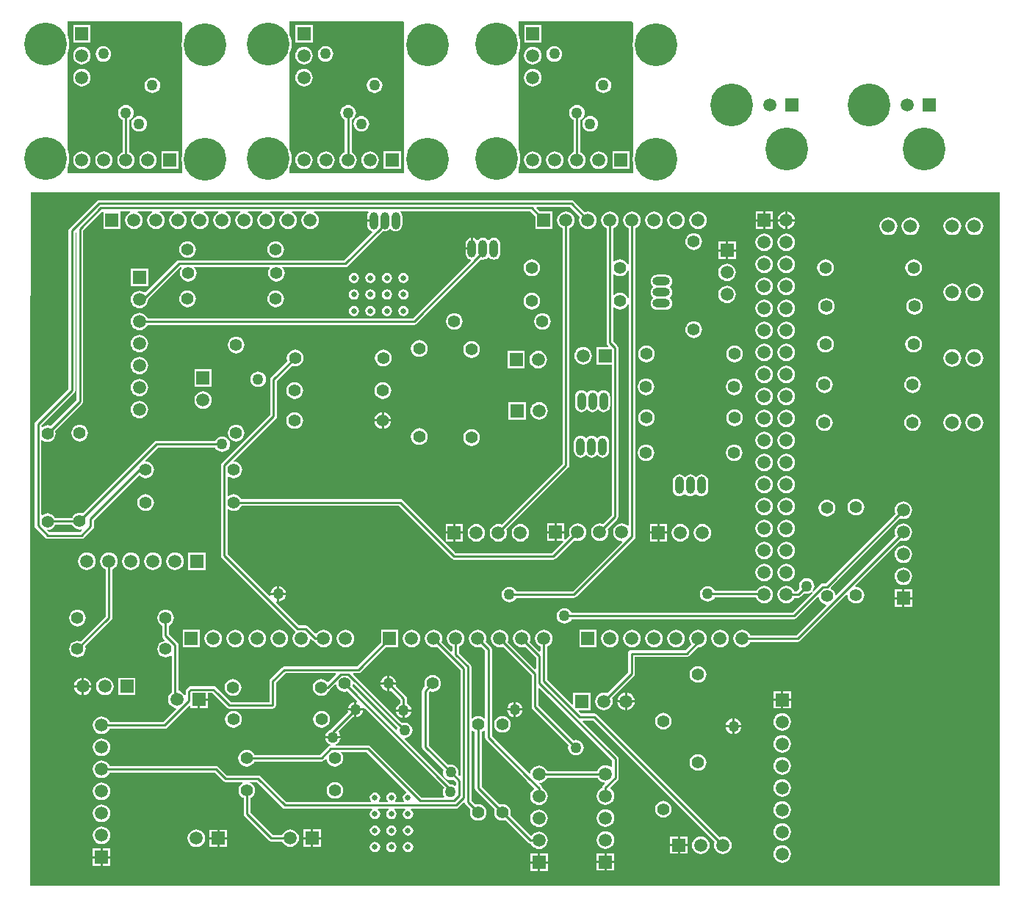
<source format=gbl>
%FSLAX25Y25*%
%MOIN*%
G70*
G01*
G75*
G04 Layer_Physical_Order=2*
G04 Layer_Color=16711680*
%ADD10R,0.01575X0.01969*%
%ADD11R,0.01969X0.12992*%
%ADD12R,0.05118X0.12992*%
%ADD13R,0.04724X0.03150*%
%ADD14R,0.04724X0.04724*%
%ADD15R,0.04331X0.06693*%
%ADD16R,0.04750X0.01600*%
%ADD17R,0.06693X0.04331*%
%ADD18R,0.03543X0.03150*%
%ADD19R,0.03150X0.03543*%
%ADD20O,0.12047X0.03504*%
%ADD21R,0.33622X0.21063*%
%ADD22O,0.03504X0.12047*%
%ADD23R,0.21063X0.33622*%
%ADD24R,0.26772X0.07087*%
%ADD25C,0.01000*%
%ADD26C,0.05906*%
%ADD27R,0.05906X0.05906*%
%ADD28C,0.19400*%
%ADD29R,0.05906X0.05906*%
%ADD30C,0.05512*%
%ADD31O,0.03937X0.07874*%
%ADD32O,0.03937X0.07874*%
%ADD33C,0.06000*%
%ADD34O,0.07874X0.03937*%
%ADD35O,0.07874X0.03937*%
%ADD36C,0.05000*%
%ADD37C,0.02598*%
G36*
X207315Y394500D02*
Y386599D01*
X207214Y386179D01*
X207082Y384500D01*
X207214Y382821D01*
X207315Y382400D01*
Y334599D01*
X207214Y334179D01*
X207082Y332500D01*
X207214Y330821D01*
X207315Y330400D01*
Y326000D01*
X155315D01*
Y328541D01*
X155623Y329284D01*
X156016Y330921D01*
X156149Y332600D01*
X156016Y334279D01*
X155623Y335917D01*
X155315Y336660D01*
Y380734D01*
X155623Y381477D01*
X156016Y383115D01*
X156149Y384794D01*
X156016Y386473D01*
X155623Y388110D01*
X155315Y388854D01*
Y395000D01*
X206815D01*
X207315Y394500D01*
D02*
G37*
G36*
X311123D02*
Y386599D01*
X311022Y386179D01*
X310890Y384500D01*
X311022Y382821D01*
X311123Y382400D01*
Y334599D01*
X311022Y334179D01*
X310890Y332500D01*
X311022Y330821D01*
X311123Y330400D01*
Y326000D01*
X259123D01*
Y328541D01*
X259431Y329284D01*
X259824Y330921D01*
X259956Y332600D01*
X259824Y334279D01*
X259431Y335917D01*
X259123Y336660D01*
Y380734D01*
X259431Y381477D01*
X259824Y383115D01*
X259956Y384794D01*
X259824Y386473D01*
X259431Y388110D01*
X259123Y388854D01*
Y395000D01*
X310623D01*
X311123Y394500D01*
D02*
G37*
G36*
X477451Y2549D02*
X37549D01*
Y222344D01*
X37786Y317451D01*
X477451D01*
Y2549D01*
D02*
G37*
G36*
X106500Y394500D02*
Y386599D01*
X106399Y386179D01*
X106267Y384500D01*
X106399Y382821D01*
X106500Y382400D01*
Y334599D01*
X106399Y334179D01*
X106267Y332500D01*
X106399Y330821D01*
X106500Y330400D01*
Y326000D01*
X54500D01*
Y328541D01*
X54808Y329284D01*
X55201Y330921D01*
X55333Y332600D01*
X55201Y334279D01*
X54808Y335917D01*
X54500Y336660D01*
Y380734D01*
X54808Y381477D01*
X55201Y383115D01*
X55333Y384794D01*
X55201Y386473D01*
X54808Y388110D01*
X54500Y388854D01*
Y395000D01*
X106000D01*
X106500Y394500D01*
D02*
G37*
%LPC*%
G36*
X437756Y132500D02*
X434304D01*
Y129047D01*
X437756D01*
Y132500D01*
D02*
G37*
G36*
X433303D02*
X429851D01*
Y129047D01*
X433303D01*
Y132500D01*
D02*
G37*
G36*
X59000Y127788D02*
X58020Y127659D01*
X57106Y127281D01*
X56321Y126679D01*
X55719Y125894D01*
X55341Y124980D01*
X55212Y124000D01*
X55341Y123020D01*
X55719Y122106D01*
X56321Y121321D01*
X57106Y120719D01*
X58020Y120341D01*
X59000Y120212D01*
X59980Y120341D01*
X60894Y120719D01*
X61679Y121321D01*
X62281Y122106D01*
X62659Y123020D01*
X62788Y124000D01*
X62659Y124980D01*
X62281Y125894D01*
X61679Y126679D01*
X60894Y127281D01*
X59980Y127659D01*
X59000Y127788D01*
D02*
G37*
G36*
X180642Y118689D02*
X179610Y118553D01*
X178648Y118155D01*
X177823Y117521D01*
X177189Y116696D01*
X176791Y115734D01*
X176655Y114702D01*
X176791Y113670D01*
X177189Y112709D01*
X177823Y111883D01*
X178648Y111249D01*
X179610Y110851D01*
X180642Y110715D01*
X181674Y110851D01*
X182635Y111249D01*
X183461Y111883D01*
X184095Y112709D01*
X184493Y113670D01*
X184629Y114702D01*
X184493Y115734D01*
X184095Y116696D01*
X183461Y117521D01*
X182635Y118155D01*
X181674Y118553D01*
X180642Y118689D01*
D02*
G37*
G36*
X150642D02*
X149610Y118553D01*
X148649Y118155D01*
X147823Y117521D01*
X147189Y116696D01*
X146791Y115734D01*
X146655Y114702D01*
X146791Y113670D01*
X147189Y112709D01*
X147823Y111883D01*
X148649Y111249D01*
X149610Y110851D01*
X150642Y110715D01*
X151674Y110851D01*
X152635Y111249D01*
X153461Y111883D01*
X154095Y112709D01*
X154493Y113670D01*
X154629Y114702D01*
X154493Y115734D01*
X154095Y116696D01*
X153461Y117521D01*
X152635Y118155D01*
X151674Y118553D01*
X150642Y118689D01*
D02*
G37*
G36*
X294595Y118655D02*
X286689D01*
Y110749D01*
X294595D01*
Y118655D01*
D02*
G37*
G36*
X73274Y153796D02*
X72242Y153660D01*
X71280Y153262D01*
X70455Y152628D01*
X69821Y151803D01*
X69423Y150841D01*
X69287Y149809D01*
X69423Y148777D01*
X69821Y147816D01*
X70455Y146990D01*
X71280Y146356D01*
X71745Y146164D01*
Y124813D01*
X60345Y113414D01*
X59980Y113565D01*
X59000Y113694D01*
X58020Y113565D01*
X57106Y113187D01*
X56321Y112585D01*
X55719Y111800D01*
X55341Y110887D01*
X55212Y109906D01*
X55341Y108925D01*
X55719Y108012D01*
X56321Y107227D01*
X57106Y106625D01*
X58020Y106247D01*
X59000Y106118D01*
X59980Y106247D01*
X60894Y106625D01*
X61679Y107227D01*
X62281Y108012D01*
X62659Y108925D01*
X62788Y109906D01*
X62659Y110887D01*
X62508Y111251D01*
X74355Y123099D01*
X74687Y123595D01*
X74803Y124180D01*
Y146164D01*
X75267Y146356D01*
X76093Y146990D01*
X76727Y147816D01*
X77125Y148777D01*
X77261Y149809D01*
X77125Y150841D01*
X76727Y151803D01*
X76093Y152628D01*
X75267Y153262D01*
X74306Y153660D01*
X73274Y153796D01*
D02*
G37*
G36*
X114595Y118655D02*
X106689D01*
Y110749D01*
X114595D01*
Y118655D01*
D02*
G37*
G36*
X153551Y134494D02*
X150586D01*
Y131530D01*
X151000Y131584D01*
X151851Y131937D01*
X152583Y132498D01*
X153144Y133229D01*
X153496Y134081D01*
X153551Y134494D01*
D02*
G37*
G36*
X433804Y146987D02*
X432772Y146851D01*
X431810Y146453D01*
X430984Y145819D01*
X430351Y144993D01*
X429952Y144032D01*
X429817Y143000D01*
X429952Y141968D01*
X430351Y141007D01*
X430984Y140181D01*
X431810Y139547D01*
X432772Y139149D01*
X433804Y139013D01*
X434835Y139149D01*
X435797Y139547D01*
X436623Y140181D01*
X437256Y141007D01*
X437654Y141968D01*
X437790Y143000D01*
X437654Y144032D01*
X437256Y144993D01*
X436623Y145819D01*
X435797Y146453D01*
X434835Y146851D01*
X433804Y146987D01*
D02*
G37*
G36*
X370642Y138689D02*
X369610Y138553D01*
X368649Y138155D01*
X367823Y137521D01*
X367189Y136696D01*
X367118Y136524D01*
X348155D01*
X348057Y136759D01*
X347496Y137491D01*
X346765Y138052D01*
X345914Y138404D01*
X345000Y138524D01*
X344086Y138404D01*
X343235Y138052D01*
X342504Y137491D01*
X341943Y136759D01*
X341590Y135908D01*
X341470Y134994D01*
X341590Y134081D01*
X341943Y133229D01*
X342504Y132498D01*
X343235Y131937D01*
X344086Y131584D01*
X345000Y131464D01*
X345914Y131584D01*
X346765Y131937D01*
X347496Y132498D01*
X348057Y133229D01*
X348155Y133465D01*
X366876D01*
X367189Y132709D01*
X367823Y131883D01*
X368649Y131249D01*
X369610Y130851D01*
X370642Y130715D01*
X371674Y130851D01*
X372635Y131249D01*
X373461Y131883D01*
X374095Y132709D01*
X374493Y133670D01*
X374629Y134702D01*
X374493Y135734D01*
X374095Y136696D01*
X373461Y137521D01*
X372635Y138155D01*
X371674Y138553D01*
X370642Y138689D01*
D02*
G37*
G36*
X380642Y148689D02*
X379610Y148553D01*
X378648Y148155D01*
X377823Y147521D01*
X377189Y146696D01*
X376791Y145734D01*
X376655Y144702D01*
X376791Y143670D01*
X377189Y142709D01*
X377823Y141883D01*
X378648Y141250D01*
X379610Y140851D01*
X380642Y140715D01*
X381674Y140851D01*
X382635Y141250D01*
X383461Y141883D01*
X384095Y142709D01*
X384493Y143670D01*
X384629Y144702D01*
X384493Y145734D01*
X384095Y146696D01*
X383461Y147521D01*
X382635Y148155D01*
X381674Y148553D01*
X380642Y148689D01*
D02*
G37*
G36*
X370642D02*
X369610Y148553D01*
X368649Y148155D01*
X367823Y147521D01*
X367189Y146696D01*
X366791Y145734D01*
X366655Y144702D01*
X366791Y143670D01*
X367189Y142709D01*
X367823Y141883D01*
X368649Y141250D01*
X369610Y140851D01*
X370642Y140715D01*
X371674Y140851D01*
X372635Y141250D01*
X373461Y141883D01*
X374095Y142709D01*
X374493Y143670D01*
X374629Y144702D01*
X374493Y145734D01*
X374095Y146696D01*
X373461Y147521D01*
X372635Y148155D01*
X371674Y148553D01*
X370642Y148689D01*
D02*
G37*
G36*
X437756Y136953D02*
X434304D01*
Y133500D01*
X437756D01*
Y136953D01*
D02*
G37*
G36*
X433303D02*
X429851D01*
Y133500D01*
X433303D01*
Y136953D01*
D02*
G37*
G36*
X150586Y138459D02*
Y135494D01*
X153551D01*
X153496Y135908D01*
X153144Y136759D01*
X152583Y137491D01*
X151851Y138052D01*
X151000Y138404D01*
X150586Y138459D01*
D02*
G37*
G36*
X149586D02*
X149173Y138404D01*
X148321Y138052D01*
X147590Y137491D01*
X147029Y136759D01*
X146676Y135908D01*
X146622Y135494D01*
X149586D01*
Y138459D01*
D02*
G37*
G36*
X140642Y118689D02*
X139610Y118553D01*
X138648Y118155D01*
X137823Y117521D01*
X137189Y116696D01*
X136791Y115734D01*
X136655Y114702D01*
X136791Y113670D01*
X137189Y112709D01*
X137823Y111883D01*
X138648Y111249D01*
X139610Y110851D01*
X140642Y110715D01*
X141674Y110851D01*
X142635Y111249D01*
X143461Y111883D01*
X144095Y112709D01*
X144493Y113670D01*
X144629Y114702D01*
X144493Y115734D01*
X144095Y116696D01*
X143461Y117521D01*
X142635Y118155D01*
X141674Y118553D01*
X140642Y118689D01*
D02*
G37*
G36*
X61876Y96846D02*
Y93426D01*
X65297D01*
X65227Y93957D01*
X64829Y94919D01*
X64195Y95745D01*
X63369Y96378D01*
X62408Y96776D01*
X61876Y96846D01*
D02*
G37*
G36*
X60876D02*
X60344Y96776D01*
X59383Y96378D01*
X58557Y95745D01*
X57923Y94919D01*
X57525Y93957D01*
X57455Y93426D01*
X60876D01*
Y96846D01*
D02*
G37*
G36*
X340599Y102216D02*
X339618Y102087D01*
X338705Y101709D01*
X337920Y101107D01*
X337318Y100322D01*
X336940Y99408D01*
X336811Y98428D01*
X336940Y97448D01*
X337318Y96534D01*
X337920Y95749D01*
X338705Y95147D01*
X339618Y94769D01*
X340599Y94640D01*
X341580Y94769D01*
X342493Y95147D01*
X343278Y95749D01*
X343880Y96534D01*
X344258Y97448D01*
X344387Y98428D01*
X344258Y99408D01*
X343880Y100322D01*
X343278Y101107D01*
X342493Y101709D01*
X341580Y102087D01*
X340599Y102216D01*
D02*
G37*
G36*
X200577Y97777D02*
Y94813D01*
X203542D01*
X203487Y95227D01*
X203134Y96078D01*
X202573Y96809D01*
X201842Y97370D01*
X200991Y97723D01*
X200577Y97777D01*
D02*
G37*
G36*
X199577D02*
X199164Y97723D01*
X198312Y97370D01*
X197581Y96809D01*
X197020Y96078D01*
X196667Y95227D01*
X196613Y94813D01*
X199577D01*
Y97777D01*
D02*
G37*
G36*
X85329Y96878D02*
X77423D01*
Y88973D01*
X85329D01*
Y96878D01*
D02*
G37*
G36*
X71376Y96912D02*
X70344Y96776D01*
X69383Y96378D01*
X68557Y95745D01*
X67923Y94919D01*
X67525Y93957D01*
X67389Y92926D01*
X67525Y91894D01*
X67923Y90932D01*
X68557Y90106D01*
X69383Y89473D01*
X70344Y89074D01*
X71376Y88939D01*
X72408Y89074D01*
X73369Y89473D01*
X74195Y90106D01*
X74829Y90932D01*
X75227Y91894D01*
X75363Y92926D01*
X75227Y93957D01*
X74829Y94919D01*
X74195Y95745D01*
X73369Y96378D01*
X72408Y96776D01*
X71376Y96912D01*
D02*
G37*
G36*
X60876Y92426D02*
X57455D01*
X57525Y91894D01*
X57923Y90932D01*
X58557Y90106D01*
X59383Y89473D01*
X60344Y89074D01*
X60876Y89004D01*
Y92426D01*
D02*
G37*
G36*
X199577Y93813D02*
X196613D01*
X196667Y93399D01*
X197020Y92548D01*
X197581Y91817D01*
X198312Y91256D01*
X199164Y90903D01*
X199577Y90848D01*
Y93813D01*
D02*
G37*
G36*
X65297Y92426D02*
X61876D01*
Y89004D01*
X62408Y89074D01*
X63369Y89473D01*
X64195Y90106D01*
X64829Y90932D01*
X65227Y91894D01*
X65297Y92426D01*
D02*
G37*
G36*
X340642Y118689D02*
X339610Y118553D01*
X338649Y118155D01*
X337823Y117521D01*
X337189Y116696D01*
X336791Y115734D01*
X336655Y114702D01*
X336791Y113670D01*
X337189Y112709D01*
X337553Y112234D01*
X334723Y109405D01*
X310405D01*
X309820Y109288D01*
X309323Y108957D01*
X308992Y108460D01*
X308875Y107875D01*
Y99293D01*
X299373Y89790D01*
X298909Y89983D01*
X297877Y90119D01*
X296845Y89983D01*
X295884Y89584D01*
X295058Y88951D01*
X294425Y88125D01*
X294026Y87164D01*
X293890Y86132D01*
X294026Y85100D01*
X294425Y84138D01*
X295058Y83313D01*
X295884Y82679D01*
X296845Y82281D01*
X297877Y82145D01*
X298909Y82281D01*
X299871Y82679D01*
X300696Y83313D01*
X301330Y84138D01*
X301728Y85100D01*
X301864Y86132D01*
X301728Y87164D01*
X301536Y87628D01*
X311486Y97578D01*
X311818Y98074D01*
X311934Y98659D01*
X311934Y98659D01*
X311934Y98659D01*
Y98659D01*
Y106346D01*
X335357D01*
X335942Y106462D01*
X336438Y106794D01*
X336438Y106794D01*
X336438Y106794D01*
X340393Y110748D01*
X340642Y110715D01*
X341674Y110851D01*
X342635Y111249D01*
X343461Y111883D01*
X344095Y112709D01*
X344493Y113670D01*
X344629Y114702D01*
X344493Y115734D01*
X344095Y116696D01*
X343461Y117521D01*
X342635Y118155D01*
X341674Y118553D01*
X340642Y118689D01*
D02*
G37*
G36*
X330642D02*
X329610Y118553D01*
X328648Y118155D01*
X327823Y117521D01*
X327189Y116696D01*
X326791Y115734D01*
X326655Y114702D01*
X326791Y113670D01*
X327189Y112709D01*
X327823Y111883D01*
X328648Y111249D01*
X329610Y110851D01*
X330642Y110715D01*
X331674Y110851D01*
X332635Y111249D01*
X333461Y111883D01*
X334095Y112709D01*
X334493Y113670D01*
X334629Y114702D01*
X334493Y115734D01*
X334095Y116696D01*
X333461Y117521D01*
X332635Y118155D01*
X331674Y118553D01*
X330642Y118689D01*
D02*
G37*
G36*
X350642D02*
X349610Y118553D01*
X348649Y118155D01*
X347823Y117521D01*
X347189Y116696D01*
X346791Y115734D01*
X346655Y114702D01*
X346791Y113670D01*
X347189Y112709D01*
X347823Y111883D01*
X348649Y111249D01*
X349610Y110851D01*
X350642Y110715D01*
X351674Y110851D01*
X352635Y111249D01*
X353461Y111883D01*
X354095Y112709D01*
X354493Y113670D01*
X354629Y114702D01*
X354493Y115734D01*
X354095Y116696D01*
X353461Y117521D01*
X352635Y118155D01*
X351674Y118553D01*
X350642Y118689D01*
D02*
G37*
G36*
X130642Y118689D02*
X129610Y118553D01*
X128648Y118155D01*
X127823Y117521D01*
X127189Y116696D01*
X126791Y115734D01*
X126655Y114702D01*
X126791Y113670D01*
X127189Y112709D01*
X127823Y111883D01*
X128648Y111249D01*
X129610Y110851D01*
X130642Y110715D01*
X131674Y110851D01*
X132635Y111249D01*
X133461Y111883D01*
X134095Y112709D01*
X134493Y113670D01*
X134629Y114702D01*
X134493Y115734D01*
X134095Y116696D01*
X133461Y117521D01*
X132635Y118155D01*
X131674Y118553D01*
X130642Y118689D01*
D02*
G37*
G36*
X120642D02*
X119610Y118553D01*
X118649Y118155D01*
X117823Y117521D01*
X117189Y116696D01*
X116791Y115734D01*
X116655Y114702D01*
X116791Y113670D01*
X117189Y112709D01*
X117823Y111883D01*
X118649Y111249D01*
X119610Y110851D01*
X120642Y110715D01*
X121674Y110851D01*
X122635Y111249D01*
X123461Y111883D01*
X124095Y112709D01*
X124493Y113670D01*
X124629Y114702D01*
X124493Y115734D01*
X124095Y116696D01*
X123461Y117521D01*
X122635Y118155D01*
X121674Y118553D01*
X120642Y118689D01*
D02*
G37*
G36*
X210642Y118689D02*
X209610Y118553D01*
X208648Y118155D01*
X207823Y117521D01*
X207189Y116696D01*
X206791Y115734D01*
X206655Y114702D01*
X206791Y113670D01*
X207189Y112709D01*
X207823Y111883D01*
X208648Y111249D01*
X209610Y110851D01*
X210642Y110715D01*
X211674Y110851D01*
X212635Y111249D01*
X213461Y111883D01*
X214095Y112709D01*
X214493Y113670D01*
X214629Y114702D01*
X214493Y115734D01*
X214095Y116696D01*
X213461Y117521D01*
X212635Y118155D01*
X211674Y118553D01*
X210642Y118689D01*
D02*
G37*
G36*
X99000Y127788D02*
X98019Y127659D01*
X97106Y127281D01*
X96321Y126679D01*
X95719Y125894D01*
X95341Y124980D01*
X95212Y124000D01*
X95341Y123020D01*
X95719Y122106D01*
X96321Y121321D01*
X97106Y120719D01*
X97471Y120568D01*
Y115925D01*
X97587Y115340D01*
X97919Y114843D01*
X98660Y114102D01*
X98499Y113628D01*
X98019Y113565D01*
X97106Y113187D01*
X96321Y112585D01*
X95719Y111800D01*
X95341Y110887D01*
X95212Y109906D01*
X95341Y108925D01*
X95719Y108012D01*
X96321Y107227D01*
X97106Y106625D01*
X98019Y106247D01*
X99000Y106118D01*
X99980Y106247D01*
X100894Y106625D01*
X101278Y106920D01*
X101726Y106699D01*
Y90264D01*
X101230Y89883D01*
X100596Y89057D01*
X100198Y88095D01*
X100062Y87064D01*
X100198Y86032D01*
X100596Y85070D01*
X101230Y84245D01*
X102056Y83611D01*
X103017Y83213D01*
X103619Y83133D01*
X103780Y82660D01*
X97960Y76841D01*
X73572D01*
X73380Y77305D01*
X72746Y78130D01*
X71921Y78764D01*
X70959Y79162D01*
X69927Y79298D01*
X68895Y79162D01*
X67934Y78764D01*
X67108Y78130D01*
X66475Y77305D01*
X66076Y76343D01*
X65940Y75311D01*
X66076Y74279D01*
X66475Y73318D01*
X67108Y72492D01*
X67934Y71858D01*
X68895Y71460D01*
X69927Y71324D01*
X70959Y71460D01*
X71921Y71858D01*
X72746Y72492D01*
X73380Y73318D01*
X73572Y73782D01*
X98594D01*
X99179Y73898D01*
X99675Y74230D01*
X99675Y74230D01*
X99675Y74230D01*
X109634Y84189D01*
X110096Y83998D01*
Y83111D01*
X113549D01*
Y87065D01*
X114048D01*
Y87564D01*
X118002D01*
Y89987D01*
X120029D01*
X121529Y88488D01*
X126773Y83244D01*
X126773D01*
X126773Y83244D01*
X126773D01*
X126773Y83244D01*
Y83244D01*
X126773Y83244D01*
Y83244D01*
X127269Y82912D01*
X127854Y82796D01*
X147540D01*
X148126Y82912D01*
X148622Y83244D01*
X148953Y83740D01*
X149070Y84325D01*
Y94611D01*
X153413Y98955D01*
X171573D01*
X171692Y98979D01*
X176058D01*
X176250Y98517D01*
X172829Y95096D01*
X172330Y95129D01*
X172289Y95182D01*
X171505Y95784D01*
X170591Y96163D01*
X169611Y96292D01*
X168630Y96163D01*
X167716Y95784D01*
X166932Y95182D01*
X166330Y94397D01*
X165951Y93484D01*
X165822Y92503D01*
X165951Y91523D01*
X166330Y90609D01*
X166932Y89825D01*
X167716Y89223D01*
X168630Y88844D01*
X169611Y88715D01*
X170591Y88844D01*
X171505Y89223D01*
X172289Y89825D01*
X172891Y90609D01*
X173131Y91189D01*
X173480Y91422D01*
X175971Y93912D01*
X176444Y93752D01*
X176507Y93272D01*
X176886Y92358D01*
X177488Y91574D01*
X178272Y90971D01*
X179186Y90593D01*
X180167Y90464D01*
X181147Y90593D01*
X181512Y90744D01*
X185957Y86300D01*
X185735Y85851D01*
X185623Y85866D01*
Y82902D01*
X188587D01*
X188572Y83014D01*
X189021Y83235D01*
X225336Y46920D01*
X225164Y46696D01*
X224811Y45844D01*
X224691Y44930D01*
X224811Y44017D01*
X225164Y43165D01*
X225361Y42908D01*
X225140Y42460D01*
X215132D01*
X191922Y65670D01*
X191426Y66002D01*
X190840Y66118D01*
X176207D01*
X176110Y66609D01*
X176647Y66831D01*
X177379Y67392D01*
X177940Y68124D01*
X178292Y68975D01*
X178347Y69389D01*
X171418D01*
X171472Y68975D01*
X171825Y68124D01*
X172386Y67392D01*
X173117Y66831D01*
X173766Y66563D01*
X173717Y66065D01*
X173398Y66002D01*
X172902Y65670D01*
X169094Y61862D01*
X139178D01*
X139027Y62227D01*
X138425Y63012D01*
X137641Y63614D01*
X136727Y63992D01*
X135746Y64121D01*
X134766Y63992D01*
X133852Y63614D01*
X133068Y63012D01*
X132466Y62227D01*
X132087Y61313D01*
X131958Y60333D01*
X132087Y59352D01*
X132466Y58439D01*
X133068Y57654D01*
X133852Y57052D01*
X134766Y56674D01*
X135746Y56545D01*
X136727Y56674D01*
X137641Y57052D01*
X138425Y57654D01*
X139027Y58439D01*
X139178Y58804D01*
X169728D01*
X170313Y58920D01*
X170809Y59251D01*
X171551Y59993D01*
X172024Y59832D01*
X172087Y59352D01*
X172466Y58439D01*
X173068Y57654D01*
X173852Y57052D01*
X174766Y56674D01*
X175746Y56545D01*
X176727Y56674D01*
X177641Y57052D01*
X178425Y57654D01*
X179027Y58439D01*
X179406Y59352D01*
X179535Y60333D01*
X179406Y61313D01*
X179027Y62227D01*
X178425Y63012D01*
X178441Y63060D01*
X190207D01*
X208134Y45132D01*
X208085Y44635D01*
X207336Y44135D01*
X206828Y43374D01*
X206649Y42477D01*
X206828Y41580D01*
X207281Y40901D01*
X207046Y40460D01*
X203442D01*
X203206Y40901D01*
X203659Y41580D01*
X203838Y42477D01*
X203659Y43374D01*
X203151Y44135D01*
X202391Y44643D01*
X201494Y44821D01*
X200596Y44643D01*
X199836Y44135D01*
X199328Y43374D01*
X199149Y42477D01*
X199328Y41580D01*
X199781Y40901D01*
X199546Y40460D01*
X195941D01*
X195706Y40901D01*
X196159Y41580D01*
X196338Y42477D01*
X196159Y43374D01*
X195651Y44135D01*
X194891Y44643D01*
X193994Y44821D01*
X193096Y44643D01*
X192336Y44135D01*
X191828Y43374D01*
X191649Y42477D01*
X191828Y41580D01*
X192281Y40901D01*
X192046Y40460D01*
X153703D01*
X142081Y52081D01*
X141585Y52413D01*
X141000Y52529D01*
X126744D01*
X122881Y56393D01*
X122385Y56724D01*
X121799Y56840D01*
X73572D01*
X73380Y57305D01*
X72746Y58130D01*
X71921Y58764D01*
X70959Y59162D01*
X69927Y59298D01*
X68895Y59162D01*
X67934Y58764D01*
X67108Y58130D01*
X66475Y57305D01*
X66076Y56343D01*
X65940Y55311D01*
X66076Y54279D01*
X66475Y53318D01*
X67108Y52492D01*
X67934Y51858D01*
X68895Y51460D01*
X69927Y51324D01*
X70959Y51460D01*
X71921Y51858D01*
X72746Y52492D01*
X73380Y53318D01*
X73572Y53782D01*
X121166D01*
X125029Y49919D01*
X125525Y49587D01*
X126110Y49471D01*
X133894D01*
X133992Y48980D01*
X133980Y48975D01*
X133195Y48373D01*
X132593Y47589D01*
X132214Y46675D01*
X132085Y45695D01*
X132214Y44714D01*
X132593Y43800D01*
X133195Y43016D01*
X133980Y42414D01*
X134344Y42263D01*
Y35049D01*
X134344Y35049D01*
X134344D01*
X134461Y34463D01*
X134792Y33967D01*
X145807Y22952D01*
X146303Y22621D01*
X146888Y22504D01*
X151847D01*
X152040Y22040D01*
X152673Y21215D01*
X153499Y20581D01*
X154461Y20183D01*
X155492Y20047D01*
X156524Y20183D01*
X157486Y20581D01*
X158311Y21215D01*
X158945Y22040D01*
X159343Y23002D01*
X159479Y24034D01*
X159343Y25066D01*
X158945Y26027D01*
X158311Y26853D01*
X157486Y27487D01*
X156524Y27885D01*
X155492Y28021D01*
X154461Y27885D01*
X153499Y27487D01*
X152673Y26853D01*
X152040Y26027D01*
X151847Y25563D01*
X147522D01*
X137403Y35682D01*
Y42263D01*
X137768Y42414D01*
X138552Y43016D01*
X139155Y43800D01*
X139533Y44714D01*
X139662Y45695D01*
X139533Y46675D01*
X139155Y47589D01*
X138552Y48373D01*
X137768Y48975D01*
X136854Y49354D01*
X136862Y49471D01*
X140366D01*
X151988Y37849D01*
X152484Y37518D01*
X153069Y37401D01*
X192622D01*
X192767Y36923D01*
X192336Y36634D01*
X191828Y35874D01*
X191649Y34977D01*
X191828Y34080D01*
X192336Y33319D01*
X193096Y32811D01*
X193994Y32633D01*
X194891Y32811D01*
X195651Y33319D01*
X196159Y34080D01*
X196338Y34977D01*
X196159Y35874D01*
X195651Y36634D01*
X195220Y36923D01*
X195365Y37401D01*
X200122D01*
X200267Y36923D01*
X199836Y36634D01*
X199328Y35874D01*
X199149Y34977D01*
X199328Y34080D01*
X199836Y33319D01*
X200596Y32811D01*
X201494Y32633D01*
X202391Y32811D01*
X203151Y33319D01*
X203659Y34080D01*
X203838Y34977D01*
X203659Y35874D01*
X203151Y36634D01*
X202720Y36923D01*
X202865Y37401D01*
X207622D01*
X207767Y36923D01*
X207336Y36634D01*
X206828Y35874D01*
X206649Y34977D01*
X206828Y34080D01*
X207336Y33319D01*
X208097Y32811D01*
X208994Y32633D01*
X209891Y32811D01*
X210651Y33319D01*
X211159Y34080D01*
X211338Y34977D01*
X211159Y35874D01*
X210651Y36634D01*
X210220Y36923D01*
X210365Y37401D01*
X230706D01*
X231292Y37518D01*
X231788Y37849D01*
X234255Y40317D01*
X234734Y40172D01*
X234808Y39798D01*
X235139Y39302D01*
X237328Y37114D01*
X237177Y36749D01*
X237048Y35768D01*
X237177Y34788D01*
X237555Y33874D01*
X238157Y33090D01*
X238942Y32488D01*
X239855Y32109D01*
X240836Y31980D01*
X241816Y32109D01*
X242730Y32488D01*
X243515Y33090D01*
X244117Y33874D01*
X244495Y34788D01*
X244624Y35768D01*
X244495Y36749D01*
X244117Y37663D01*
X243515Y38447D01*
X242730Y39049D01*
X241816Y39428D01*
X240836Y39557D01*
X239855Y39428D01*
X239491Y39277D01*
X237750Y41017D01*
Y72837D01*
X238199Y73058D01*
X238942Y72488D01*
X239306Y72337D01*
Y46702D01*
X239306Y46702D01*
X239306D01*
X239423Y46117D01*
X239754Y45621D01*
X248322Y37053D01*
X248171Y36688D01*
X248042Y35708D01*
X248171Y34727D01*
X248550Y33814D01*
X249151Y33029D01*
X249936Y32427D01*
X250850Y32049D01*
X251830Y31920D01*
X252811Y32049D01*
X253175Y32200D01*
X263430Y21945D01*
X263430D01*
X263430Y21945D01*
X263430D01*
X263430Y21945D01*
Y21945D01*
X263430Y21945D01*
Y21945D01*
X263927Y21613D01*
X264512Y21497D01*
X264756D01*
X264948Y21033D01*
X265582Y20207D01*
X266408Y19574D01*
X267369Y19175D01*
X268401Y19040D01*
X269433Y19175D01*
X270394Y19574D01*
X271220Y20207D01*
X271854Y21033D01*
X272252Y21994D01*
X272388Y23026D01*
X272252Y24058D01*
X271854Y25020D01*
X271220Y25846D01*
X270394Y26479D01*
X269433Y26877D01*
X268401Y27013D01*
X267369Y26877D01*
X266408Y26479D01*
X265582Y25846D01*
X265063Y25170D01*
X264564Y25137D01*
X255338Y34363D01*
X255489Y34727D01*
X255619Y35708D01*
X255489Y36688D01*
X255111Y37602D01*
X254509Y38387D01*
X253724Y38989D01*
X252811Y39367D01*
X251830Y39496D01*
X250850Y39367D01*
X250485Y39216D01*
X242365Y47336D01*
Y72337D01*
X242730Y72488D01*
X243493Y73073D01*
X243942Y72852D01*
Y69659D01*
X244058Y69074D01*
X244390Y68578D01*
X262867Y50101D01*
X262867Y50101D01*
X266185Y46782D01*
X266152Y46283D01*
X265582Y45846D01*
X264948Y45020D01*
X264550Y44058D01*
X264414Y43026D01*
X264550Y41995D01*
X264948Y41033D01*
X265582Y40207D01*
X266408Y39574D01*
X267369Y39175D01*
X268401Y39040D01*
X269433Y39175D01*
X270394Y39574D01*
X271220Y40207D01*
X271854Y41033D01*
X272252Y41995D01*
X272388Y43026D01*
X272252Y44058D01*
X271854Y45020D01*
X271220Y45846D01*
X270394Y46479D01*
X269930Y46671D01*
Y46729D01*
X269814Y47315D01*
X269482Y47811D01*
X268352Y48941D01*
X268401Y49040D01*
X269433Y49175D01*
X270394Y49574D01*
X271220Y50207D01*
X271854Y51033D01*
X272046Y51497D01*
X295011D01*
X295126Y51219D01*
X295760Y50393D01*
X296585Y49760D01*
X297547Y49361D01*
X298148Y49282D01*
X298309Y48809D01*
X297497Y47997D01*
X297166Y47500D01*
X297049Y46915D01*
Y46857D01*
X296585Y46665D01*
X295760Y46031D01*
X295126Y45206D01*
X294728Y44244D01*
X294592Y43212D01*
X294728Y42180D01*
X295126Y41219D01*
X295760Y40393D01*
X296585Y39760D01*
X297547Y39361D01*
X298579Y39226D01*
X299611Y39361D01*
X300572Y39760D01*
X301398Y40393D01*
X302031Y41219D01*
X302430Y42180D01*
X302566Y43212D01*
X302430Y44244D01*
X302031Y45206D01*
X301398Y46031D01*
X300572Y46665D01*
X300559Y46732D01*
X304113Y50287D01*
X304444Y50783D01*
X304444Y50783D01*
X304444Y50783D01*
X304561Y51368D01*
Y60122D01*
X304444Y60707D01*
X304113Y61204D01*
X288249Y77068D01*
X288440Y77530D01*
X293022D01*
X348179Y22373D01*
X347987Y21908D01*
X347851Y20877D01*
X347987Y19845D01*
X348385Y18883D01*
X349019Y18057D01*
X349845Y17424D01*
X350806Y17026D01*
X351838Y16890D01*
X352870Y17026D01*
X353832Y17424D01*
X354657Y18057D01*
X355291Y18883D01*
X355689Y19845D01*
X355825Y20877D01*
X355689Y21908D01*
X355291Y22870D01*
X354657Y23696D01*
X353832Y24329D01*
X352870Y24728D01*
X351838Y24863D01*
X350806Y24728D01*
X350342Y24535D01*
X294737Y80140D01*
X294241Y80472D01*
X293656Y80588D01*
X287557D01*
X286428Y81717D01*
X286619Y82179D01*
X291830D01*
Y90084D01*
X283924D01*
Y84874D01*
X283463Y84683D01*
X272171Y95974D01*
Y111057D01*
X272635Y111249D01*
X273461Y111883D01*
X274095Y112709D01*
X274493Y113670D01*
X274629Y114702D01*
X274493Y115734D01*
X274095Y116696D01*
X273461Y117521D01*
X272635Y118155D01*
X271674Y118553D01*
X270642Y118689D01*
X269610Y118553D01*
X268649Y118155D01*
X267823Y117521D01*
X267189Y116696D01*
X266791Y115734D01*
X266655Y114702D01*
X266791Y113670D01*
X267189Y112709D01*
X267823Y111883D01*
X268649Y111249D01*
X269112Y111057D01*
Y109048D01*
X268651Y108856D01*
X264301Y113206D01*
X264493Y113670D01*
X264629Y114702D01*
X264493Y115734D01*
X264095Y116696D01*
X263461Y117521D01*
X262635Y118155D01*
X261674Y118553D01*
X260642Y118689D01*
X259610Y118553D01*
X258648Y118155D01*
X257823Y117521D01*
X257189Y116696D01*
X256791Y115734D01*
X256655Y114702D01*
X256791Y113670D01*
X257189Y112709D01*
X257823Y111883D01*
X258648Y111249D01*
X259610Y110851D01*
X260642Y110715D01*
X261674Y110851D01*
X262138Y111043D01*
X267112Y106069D01*
Y101048D01*
X266651Y100856D01*
X254301Y113206D01*
X254493Y113670D01*
X254629Y114702D01*
X254493Y115734D01*
X254095Y116696D01*
X253461Y117521D01*
X252635Y118155D01*
X251674Y118553D01*
X250642Y118689D01*
X249610Y118553D01*
X248649Y118155D01*
X247823Y117521D01*
X247189Y116696D01*
X246791Y115734D01*
X246655Y114702D01*
X246791Y113670D01*
X247189Y112709D01*
X247823Y111883D01*
X248649Y111249D01*
X249610Y110851D01*
X250642Y110715D01*
X251674Y110851D01*
X252138Y111043D01*
X265112Y98069D01*
Y83638D01*
X265229Y83053D01*
X265561Y82556D01*
X281835Y66281D01*
X281738Y66046D01*
X281617Y65132D01*
X281738Y64218D01*
X282090Y63367D01*
X282651Y62636D01*
X283383Y62075D01*
X284234Y61722D01*
X285148Y61602D01*
X286061Y61722D01*
X286913Y62075D01*
X287644Y62636D01*
X288205Y63367D01*
X288558Y64218D01*
X288678Y65132D01*
X288558Y66046D01*
X288205Y66897D01*
X287644Y67628D01*
X286913Y68189D01*
X286061Y68542D01*
X285148Y68662D01*
X284234Y68542D01*
X283998Y68444D01*
X268171Y84271D01*
Y92166D01*
X268633Y92358D01*
X301502Y59489D01*
Y56517D01*
X301054Y56296D01*
X300572Y56665D01*
X299611Y57063D01*
X298579Y57199D01*
X297547Y57063D01*
X296585Y56665D01*
X295760Y56032D01*
X295126Y55206D01*
X294857Y54556D01*
X272046D01*
X271854Y55020D01*
X271220Y55846D01*
X270394Y56479D01*
X269433Y56877D01*
X268401Y57013D01*
X267369Y56877D01*
X266408Y56479D01*
X265582Y55846D01*
X264948Y55020D01*
X264550Y54058D01*
X264471Y53457D01*
X263997Y53296D01*
X247001Y70293D01*
Y109873D01*
X246884Y110458D01*
X246552Y110954D01*
X244301Y113206D01*
X244493Y113670D01*
X244629Y114702D01*
X244493Y115734D01*
X244095Y116696D01*
X243461Y117521D01*
X242635Y118155D01*
X241674Y118553D01*
X240642Y118689D01*
X239610Y118553D01*
X238649Y118155D01*
X237823Y117521D01*
X237189Y116696D01*
X236791Y115734D01*
X236655Y114702D01*
X236791Y113670D01*
X237189Y112709D01*
X237823Y111883D01*
X238649Y111249D01*
X239610Y110851D01*
X240642Y110715D01*
X241674Y110851D01*
X242138Y111043D01*
X243942Y109239D01*
Y78685D01*
X243493Y78464D01*
X242730Y79049D01*
X241816Y79428D01*
X240836Y79557D01*
X239855Y79428D01*
X238942Y79049D01*
X238199Y78479D01*
X237750Y78700D01*
Y101952D01*
X237653Y102440D01*
X237634Y102537D01*
X237302Y103033D01*
X232171Y108164D01*
Y111057D01*
X232635Y111249D01*
X233461Y111883D01*
X234095Y112709D01*
X234493Y113670D01*
X234629Y114702D01*
X234493Y115734D01*
X234095Y116696D01*
X233461Y117521D01*
X232635Y118155D01*
X231674Y118553D01*
X230642Y118689D01*
X229610Y118553D01*
X228648Y118155D01*
X227823Y117521D01*
X227189Y116696D01*
X226791Y115734D01*
X226655Y114702D01*
X226791Y113670D01*
X227189Y112709D01*
X227823Y111883D01*
X228648Y111249D01*
X229113Y111057D01*
Y109048D01*
X228651Y108856D01*
X224301Y113206D01*
X224493Y113670D01*
X224629Y114702D01*
X224493Y115734D01*
X224095Y116696D01*
X223461Y117521D01*
X222635Y118155D01*
X221674Y118553D01*
X220642Y118689D01*
X219610Y118553D01*
X218649Y118155D01*
X217823Y117521D01*
X217189Y116696D01*
X216791Y115734D01*
X216655Y114702D01*
X216791Y113670D01*
X217189Y112709D01*
X217823Y111883D01*
X218649Y111249D01*
X219610Y110851D01*
X220642Y110715D01*
X221674Y110851D01*
X222138Y111043D01*
X232692Y100490D01*
Y52405D01*
X232230Y52214D01*
X231674Y52770D01*
X231771Y53006D01*
X231892Y53919D01*
X231771Y54833D01*
X231419Y55685D01*
X230858Y56416D01*
X230127Y56977D01*
X229275Y57329D01*
X228361Y57450D01*
X227448Y57329D01*
X227212Y57232D01*
X218336Y66108D01*
Y90259D01*
X218821Y90744D01*
X219186Y90593D01*
X220167Y90464D01*
X221147Y90593D01*
X222061Y90971D01*
X222845Y91574D01*
X223447Y92358D01*
X223826Y93272D01*
X223955Y94252D01*
X223826Y95233D01*
X223447Y96146D01*
X222845Y96931D01*
X222061Y97533D01*
X221147Y97912D01*
X220167Y98041D01*
X219186Y97912D01*
X218272Y97533D01*
X217488Y96931D01*
X216886Y96146D01*
X216507Y95233D01*
X216378Y94252D01*
X216507Y93272D01*
X216658Y92907D01*
X215725Y91974D01*
X215393Y91477D01*
X215277Y90892D01*
Y65474D01*
X215277Y65474D01*
X215277D01*
X215393Y64889D01*
X215725Y64393D01*
X225049Y55069D01*
X224952Y54833D01*
X224831Y53919D01*
X224952Y53006D01*
X225304Y52154D01*
X225865Y51423D01*
X226596Y50862D01*
X227448Y50510D01*
X228361Y50389D01*
X229275Y50510D01*
X229511Y50607D01*
X230692Y49426D01*
Y48012D01*
X230243Y47791D01*
X229986Y47988D01*
X229135Y48340D01*
X228221Y48461D01*
X228133Y48449D01*
X207357Y69225D01*
X207481Y69477D01*
X208395Y69597D01*
X209246Y69950D01*
X209977Y70511D01*
X210538Y71242D01*
X210891Y72093D01*
X211011Y73007D01*
X210891Y73921D01*
X210538Y74772D01*
X209977Y75503D01*
X209246Y76064D01*
X208395Y76417D01*
X207481Y76537D01*
X206567Y76417D01*
X206296Y76305D01*
X184084Y98517D01*
X184275Y98979D01*
X186448D01*
X187033Y99095D01*
X187529Y99427D01*
X187529Y99427D01*
X187529Y99427D01*
X198852Y110749D01*
X204595D01*
Y118655D01*
X196689D01*
Y112912D01*
X185814Y102038D01*
X171597D01*
X171477Y102014D01*
X152780D01*
X152194Y101897D01*
X151698Y101566D01*
X146459Y96326D01*
X146127Y95830D01*
X146011Y95245D01*
Y85855D01*
X128488D01*
X124036Y90306D01*
X124023Y90371D01*
X123691Y90868D01*
X123195Y91199D01*
X123130Y91212D01*
X121745Y92598D01*
X121248Y92929D01*
X120663Y93046D01*
X110475D01*
X109890Y92929D01*
X109394Y92598D01*
X108515Y91719D01*
X108183Y91223D01*
X108067Y90638D01*
Y88974D01*
X107577Y88877D01*
X107502Y89057D01*
X106868Y89883D01*
X106043Y90516D01*
X105081Y90915D01*
X104785Y90953D01*
Y111669D01*
X104669Y112254D01*
X104337Y112750D01*
X100529Y116558D01*
Y120568D01*
X100894Y120719D01*
X101679Y121321D01*
X102281Y122106D01*
X102659Y123020D01*
X102788Y124000D01*
X102659Y124980D01*
X102281Y125894D01*
X101679Y126679D01*
X100894Y127281D01*
X99980Y127659D01*
X99000Y127788D01*
D02*
G37*
G36*
X300642Y118689D02*
X299610Y118553D01*
X298649Y118155D01*
X297823Y117521D01*
X297189Y116696D01*
X296791Y115734D01*
X296655Y114702D01*
X296791Y113670D01*
X297189Y112709D01*
X297823Y111883D01*
X298649Y111249D01*
X299610Y110851D01*
X300642Y110715D01*
X301674Y110851D01*
X302635Y111249D01*
X303461Y111883D01*
X304095Y112709D01*
X304493Y113670D01*
X304629Y114702D01*
X304493Y115734D01*
X304095Y116696D01*
X303461Y117521D01*
X302635Y118155D01*
X301674Y118553D01*
X300642Y118689D01*
D02*
G37*
G36*
X320642D02*
X319610Y118553D01*
X318649Y118155D01*
X317823Y117521D01*
X317189Y116696D01*
X316791Y115734D01*
X316655Y114702D01*
X316791Y113670D01*
X317189Y112709D01*
X317823Y111883D01*
X318649Y111249D01*
X319610Y110851D01*
X320642Y110715D01*
X321674Y110851D01*
X322635Y111249D01*
X323461Y111883D01*
X324095Y112709D01*
X324493Y113670D01*
X324629Y114702D01*
X324493Y115734D01*
X324095Y116696D01*
X323461Y117521D01*
X322635Y118155D01*
X321674Y118553D01*
X320642Y118689D01*
D02*
G37*
G36*
X310642D02*
X309610Y118553D01*
X308648Y118155D01*
X307823Y117521D01*
X307189Y116696D01*
X306791Y115734D01*
X306655Y114702D01*
X306791Y113670D01*
X307189Y112709D01*
X307823Y111883D01*
X308648Y111249D01*
X309610Y110851D01*
X310642Y110715D01*
X311674Y110851D01*
X312635Y111249D01*
X313461Y111883D01*
X314095Y112709D01*
X314493Y113670D01*
X314629Y114702D01*
X314493Y115734D01*
X314095Y116696D01*
X313461Y117521D01*
X312635Y118155D01*
X311674Y118553D01*
X310642Y118689D01*
D02*
G37*
G36*
X63274Y153796D02*
X62242Y153660D01*
X61281Y153262D01*
X60455Y152628D01*
X59821Y151803D01*
X59423Y150841D01*
X59287Y149809D01*
X59423Y148777D01*
X59821Y147816D01*
X60455Y146990D01*
X61281Y146356D01*
X62242Y145958D01*
X63274Y145822D01*
X64306Y145958D01*
X65267Y146356D01*
X66093Y146990D01*
X66727Y147816D01*
X67125Y148777D01*
X67261Y149809D01*
X67125Y150841D01*
X66727Y151803D01*
X66093Y152628D01*
X65267Y153262D01*
X64306Y153660D01*
X63274Y153796D01*
D02*
G37*
G36*
X433804Y176987D02*
X432772Y176851D01*
X431810Y176453D01*
X430984Y175819D01*
X430351Y174993D01*
X429952Y174032D01*
X429817Y173000D01*
X429952Y171968D01*
X430145Y171504D01*
X398380Y139739D01*
X397324D01*
X396739Y139623D01*
X396243Y139291D01*
X392907Y135955D01*
X392531Y136284D01*
X392927Y136801D01*
X393280Y137652D01*
X393400Y138566D01*
X393280Y139480D01*
X392927Y140331D01*
X392366Y141062D01*
X391635Y141623D01*
X390784Y141976D01*
X389870Y142096D01*
X388956Y141976D01*
X388105Y141623D01*
X387374Y141062D01*
X386813Y140331D01*
X386460Y139480D01*
X386340Y138566D01*
X386460Y137652D01*
X386558Y137417D01*
X385373Y136232D01*
X384287D01*
X384095Y136696D01*
X383461Y137521D01*
X382635Y138155D01*
X381674Y138553D01*
X380642Y138689D01*
X379610Y138553D01*
X378648Y138155D01*
X377823Y137521D01*
X377189Y136696D01*
X376791Y135734D01*
X376655Y134702D01*
X376791Y133670D01*
X377189Y132709D01*
X377823Y131883D01*
X378648Y131249D01*
X379610Y130851D01*
X380642Y130715D01*
X381674Y130851D01*
X382635Y131249D01*
X383461Y131883D01*
X384095Y132709D01*
X384287Y133173D01*
X386006D01*
X386592Y133289D01*
X387088Y133621D01*
X388720Y135254D01*
X388956Y135156D01*
X389870Y135036D01*
X390784Y135156D01*
X391635Y135509D01*
X392151Y135905D01*
X392481Y135529D01*
X383481Y126529D01*
X283155D01*
X283057Y126765D01*
X282496Y127496D01*
X281765Y128057D01*
X280914Y128410D01*
X280000Y128530D01*
X279086Y128410D01*
X278235Y128057D01*
X277504Y127496D01*
X276943Y126765D01*
X276590Y125914D01*
X276470Y125000D01*
X276590Y124086D01*
X276943Y123235D01*
X277504Y122504D01*
X278235Y121943D01*
X279086Y121590D01*
X280000Y121470D01*
X280914Y121590D01*
X281765Y121943D01*
X282496Y122504D01*
X283057Y123235D01*
X283155Y123471D01*
X384115D01*
X384700Y123587D01*
X385196Y123919D01*
X385196Y123919D01*
X385196Y123919D01*
X394892Y133614D01*
X395365Y133453D01*
X395428Y132973D01*
X395807Y132060D01*
X396409Y131275D01*
X397193Y130673D01*
X398107Y130295D01*
X398587Y130231D01*
X398747Y129758D01*
X385221Y116232D01*
X364287D01*
X364095Y116696D01*
X363461Y117521D01*
X362635Y118155D01*
X361674Y118553D01*
X360642Y118689D01*
X359610Y118553D01*
X358648Y118155D01*
X357823Y117521D01*
X357189Y116696D01*
X356791Y115734D01*
X356655Y114702D01*
X356791Y113670D01*
X357189Y112709D01*
X357823Y111883D01*
X358648Y111249D01*
X359610Y110851D01*
X360642Y110715D01*
X361674Y110851D01*
X362635Y111249D01*
X363461Y111883D01*
X364095Y112709D01*
X364287Y113173D01*
X385855D01*
X386440Y113289D01*
X386936Y113621D01*
X408050Y134734D01*
X408498Y134513D01*
X408482Y134393D01*
X408611Y133413D01*
X408990Y132499D01*
X409592Y131714D01*
X410377Y131112D01*
X411290Y130734D01*
X412271Y130605D01*
X413251Y130734D01*
X414165Y131112D01*
X414950Y131714D01*
X415552Y132499D01*
X415930Y133413D01*
X416059Y134393D01*
X415930Y135374D01*
X415552Y136287D01*
X414950Y137072D01*
X414165Y137674D01*
X413251Y138052D01*
X412271Y138181D01*
X412151Y138166D01*
X411929Y138614D01*
X432554Y159239D01*
X432772Y159149D01*
X433804Y159013D01*
X434835Y159149D01*
X435797Y159547D01*
X436623Y160181D01*
X437256Y161007D01*
X437654Y161968D01*
X437790Y163000D01*
X437654Y164032D01*
X437256Y164993D01*
X436623Y165819D01*
X435797Y166453D01*
X434835Y166851D01*
X433804Y166987D01*
X432772Y166851D01*
X431810Y166453D01*
X430984Y165819D01*
X430351Y164993D01*
X429952Y164032D01*
X429817Y163000D01*
X429952Y161968D01*
X430247Y161257D01*
X403283Y134294D01*
X402810Y134454D01*
X402747Y134934D01*
X402368Y135848D01*
X401766Y136632D01*
X400982Y137234D01*
X400845Y137291D01*
X400748Y137781D01*
X432308Y169341D01*
X432772Y169149D01*
X433804Y169013D01*
X434835Y169149D01*
X435797Y169547D01*
X436623Y170181D01*
X437256Y171007D01*
X437654Y171968D01*
X437790Y173000D01*
X437654Y174032D01*
X437256Y174993D01*
X436623Y175819D01*
X435797Y176453D01*
X434835Y176851D01*
X433804Y176987D01*
D02*
G37*
G36*
X280642Y308689D02*
X279610Y308553D01*
X278648Y308155D01*
X277823Y307521D01*
X277189Y306696D01*
X276791Y305734D01*
X276655Y304702D01*
X276791Y303670D01*
X277189Y302709D01*
X277823Y301883D01*
X278648Y301250D01*
X279113Y301057D01*
Y194018D01*
X251496Y166401D01*
X251032Y166594D01*
X250000Y166729D01*
X248968Y166594D01*
X248007Y166195D01*
X247181Y165562D01*
X246547Y164736D01*
X246149Y163775D01*
X246013Y162743D01*
X246149Y161711D01*
X246547Y160749D01*
X247181Y159923D01*
X248007Y159290D01*
X248968Y158892D01*
X250000Y158756D01*
X251032Y158892D01*
X251993Y159290D01*
X252819Y159923D01*
X253453Y160749D01*
X253851Y161711D01*
X253987Y162743D01*
X253851Y163775D01*
X253659Y164239D01*
X281723Y192303D01*
X282055Y192799D01*
X282171Y193385D01*
X282171Y193385D01*
X282171Y193385D01*
Y193385D01*
Y301057D01*
X282635Y301250D01*
X283461Y301883D01*
X284095Y302709D01*
X284493Y303670D01*
X284629Y304702D01*
X284493Y305734D01*
X284095Y306696D01*
X283461Y307521D01*
X282635Y308155D01*
X281674Y308553D01*
X280642Y308689D01*
D02*
G37*
G36*
X412271Y178181D02*
X411290Y178052D01*
X410377Y177674D01*
X409592Y177072D01*
X408990Y176287D01*
X408611Y175374D01*
X408482Y174393D01*
X408611Y173413D01*
X408990Y172499D01*
X409592Y171714D01*
X410377Y171112D01*
X411290Y170734D01*
X412271Y170605D01*
X413251Y170734D01*
X414165Y171112D01*
X414950Y171714D01*
X415552Y172499D01*
X415930Y173413D01*
X416059Y174393D01*
X415930Y175374D01*
X415552Y176287D01*
X414950Y177072D01*
X414165Y177674D01*
X413251Y178052D01*
X412271Y178181D01*
D02*
G37*
G36*
X399087Y177742D02*
X398107Y177613D01*
X397193Y177234D01*
X396409Y176632D01*
X395807Y175848D01*
X395428Y174934D01*
X395299Y173954D01*
X395428Y172973D01*
X395807Y172060D01*
X396409Y171275D01*
X397193Y170673D01*
X398107Y170294D01*
X399087Y170165D01*
X400068Y170294D01*
X400982Y170673D01*
X401766Y171275D01*
X402368Y172060D01*
X402747Y172973D01*
X402876Y173954D01*
X402747Y174934D01*
X402368Y175848D01*
X401766Y176632D01*
X400982Y177234D01*
X400068Y177613D01*
X399087Y177742D01*
D02*
G37*
G36*
X279953Y166953D02*
X276500D01*
Y163500D01*
X279953D01*
Y166953D01*
D02*
G37*
G36*
X322124Y166695D02*
X318671D01*
Y163243D01*
X322124D01*
Y166695D01*
D02*
G37*
G36*
X233953D02*
X230500D01*
Y163243D01*
X233953D01*
Y166695D01*
D02*
G37*
G36*
X275500Y166953D02*
X272047D01*
Y163500D01*
X275500D01*
Y166953D01*
D02*
G37*
G36*
X326577Y166695D02*
X323124D01*
Y163243D01*
X326577D01*
Y166695D01*
D02*
G37*
G36*
X370642Y178689D02*
X369610Y178553D01*
X368649Y178155D01*
X367823Y177521D01*
X367189Y176696D01*
X366791Y175734D01*
X366655Y174702D01*
X366791Y173670D01*
X367189Y172709D01*
X367823Y171883D01*
X368649Y171249D01*
X369610Y170851D01*
X370642Y170715D01*
X371674Y170851D01*
X372635Y171249D01*
X373461Y171883D01*
X374095Y172709D01*
X374493Y173670D01*
X374629Y174702D01*
X374493Y175734D01*
X374095Y176696D01*
X373461Y177521D01*
X372635Y178155D01*
X371674Y178553D01*
X370642Y178689D01*
D02*
G37*
G36*
X380642Y198689D02*
X379610Y198553D01*
X378648Y198155D01*
X377823Y197521D01*
X377189Y196696D01*
X376791Y195734D01*
X376655Y194702D01*
X376791Y193670D01*
X377189Y192709D01*
X377823Y191883D01*
X378648Y191250D01*
X379610Y190851D01*
X380642Y190715D01*
X381674Y190851D01*
X382635Y191250D01*
X383461Y191883D01*
X384095Y192709D01*
X384493Y193670D01*
X384629Y194702D01*
X384493Y195734D01*
X384095Y196696D01*
X383461Y197521D01*
X382635Y198155D01*
X381674Y198553D01*
X380642Y198689D01*
D02*
G37*
G36*
X370642D02*
X369610Y198553D01*
X368649Y198155D01*
X367823Y197521D01*
X367189Y196696D01*
X366791Y195734D01*
X366655Y194702D01*
X366791Y193670D01*
X367189Y192709D01*
X367823Y191883D01*
X368649Y191250D01*
X369610Y190851D01*
X370642Y190715D01*
X371674Y190851D01*
X372635Y191250D01*
X373461Y191883D01*
X374095Y192709D01*
X374493Y193670D01*
X374629Y194702D01*
X374493Y195734D01*
X374095Y196696D01*
X373461Y197521D01*
X372635Y198155D01*
X371674Y198553D01*
X370642Y198689D01*
D02*
G37*
G36*
X357000Y202898D02*
X356019Y202768D01*
X355106Y202390D01*
X354321Y201788D01*
X353719Y201003D01*
X353341Y200090D01*
X353212Y199109D01*
X353341Y198129D01*
X353719Y197215D01*
X354321Y196431D01*
X355106Y195828D01*
X356019Y195450D01*
X357000Y195321D01*
X357980Y195450D01*
X358894Y195828D01*
X359679Y196431D01*
X360281Y197215D01*
X360659Y198129D01*
X360788Y199109D01*
X360659Y200090D01*
X360281Y201003D01*
X359679Y201788D01*
X358894Y202390D01*
X357980Y202768D01*
X357000Y202898D01*
D02*
G37*
G36*
X317000D02*
X316020Y202768D01*
X315106Y202390D01*
X314321Y201788D01*
X313719Y201003D01*
X313341Y200090D01*
X313212Y199109D01*
X313341Y198129D01*
X313719Y197215D01*
X314321Y196431D01*
X315106Y195828D01*
X316020Y195450D01*
X317000Y195321D01*
X317981Y195450D01*
X318894Y195828D01*
X319679Y196431D01*
X320281Y197215D01*
X320659Y198129D01*
X320788Y199109D01*
X320659Y200090D01*
X320281Y201003D01*
X319679Y201788D01*
X318894Y202390D01*
X317981Y202768D01*
X317000Y202898D01*
D02*
G37*
G36*
X380642Y188689D02*
X379610Y188553D01*
X378648Y188155D01*
X377823Y187521D01*
X377189Y186696D01*
X376791Y185734D01*
X376655Y184702D01*
X376791Y183670D01*
X377189Y182709D01*
X377823Y181883D01*
X378648Y181249D01*
X379610Y180851D01*
X380642Y180715D01*
X381674Y180851D01*
X382635Y181249D01*
X383461Y181883D01*
X384095Y182709D01*
X384493Y183670D01*
X384629Y184702D01*
X384493Y185734D01*
X384095Y186696D01*
X383461Y187521D01*
X382635Y188155D01*
X381674Y188553D01*
X380642Y188689D01*
D02*
G37*
G36*
X89920Y180288D02*
X88940Y180158D01*
X88026Y179780D01*
X87241Y179178D01*
X86639Y178393D01*
X86261Y177480D01*
X86132Y176499D01*
X86261Y175519D01*
X86639Y174605D01*
X87241Y173820D01*
X88026Y173219D01*
X88940Y172840D01*
X89920Y172711D01*
X90901Y172840D01*
X91814Y173219D01*
X92599Y173820D01*
X93201Y174605D01*
X93579Y175519D01*
X93708Y176499D01*
X93579Y177480D01*
X93201Y178393D01*
X92599Y179178D01*
X91814Y179780D01*
X90901Y180158D01*
X89920Y180288D01*
D02*
G37*
G36*
X380642Y178689D02*
X379610Y178553D01*
X378648Y178155D01*
X377823Y177521D01*
X377189Y176696D01*
X376791Y175734D01*
X376655Y174702D01*
X376791Y173670D01*
X377189Y172709D01*
X377823Y171883D01*
X378648Y171249D01*
X379610Y170851D01*
X380642Y170715D01*
X381674Y170851D01*
X382635Y171249D01*
X383461Y171883D01*
X384095Y172709D01*
X384493Y173670D01*
X384629Y174702D01*
X384493Y175734D01*
X384095Y176696D01*
X383461Y177521D01*
X382635Y178155D01*
X381674Y178553D01*
X380642Y178689D01*
D02*
G37*
G36*
X370642Y188689D02*
X369610Y188553D01*
X368649Y188155D01*
X367823Y187521D01*
X367189Y186696D01*
X366791Y185734D01*
X366655Y184702D01*
X366791Y183670D01*
X367189Y182709D01*
X367823Y181883D01*
X368649Y181249D01*
X369610Y180851D01*
X370642Y180715D01*
X371674Y180851D01*
X372635Y181249D01*
X373461Y181883D01*
X374095Y182709D01*
X374493Y183670D01*
X374629Y184702D01*
X374493Y185734D01*
X374095Y186696D01*
X373461Y187521D01*
X372635Y188155D01*
X371674Y188553D01*
X370642Y188689D01*
D02*
G37*
G36*
X332126Y189238D02*
X331351Y189136D01*
X330629Y188837D01*
X330009Y188361D01*
X329533Y187741D01*
X329234Y187019D01*
X329132Y186244D01*
Y182307D01*
X329234Y181532D01*
X329533Y180810D01*
X330009Y180190D01*
X330629Y179714D01*
X331351Y179415D01*
X332126Y179313D01*
X332901Y179415D01*
X333623Y179714D01*
X334243Y180190D01*
X334376Y180363D01*
X334876D01*
X335009Y180190D01*
X335629Y179714D01*
X336351Y179415D01*
X337126Y179313D01*
X337901Y179415D01*
X338623Y179714D01*
X339243Y180190D01*
X339376Y180363D01*
X339876D01*
X340009Y180190D01*
X340629Y179714D01*
X341351Y179415D01*
X342126Y179313D01*
X342901Y179415D01*
X343623Y179714D01*
X344243Y180190D01*
X344719Y180810D01*
X345018Y181532D01*
X345120Y182307D01*
Y186244D01*
X345018Y187019D01*
X344719Y187741D01*
X344243Y188361D01*
X343623Y188837D01*
X342901Y189136D01*
X342126Y189238D01*
X341351Y189136D01*
X340629Y188837D01*
X340009Y188361D01*
X339876Y188188D01*
X339376D01*
X339243Y188361D01*
X338623Y188837D01*
X337901Y189136D01*
X337126Y189238D01*
X336351Y189136D01*
X335629Y188837D01*
X335009Y188361D01*
X334876Y188188D01*
X334376D01*
X334243Y188361D01*
X333623Y188837D01*
X332901Y189136D01*
X332126Y189238D01*
D02*
G37*
G36*
X380642Y158689D02*
X379610Y158553D01*
X378648Y158155D01*
X377823Y157521D01*
X377189Y156696D01*
X376791Y155734D01*
X376655Y154702D01*
X376791Y153670D01*
X377189Y152709D01*
X377823Y151883D01*
X378648Y151250D01*
X379610Y150851D01*
X380642Y150715D01*
X381674Y150851D01*
X382635Y151250D01*
X383461Y151883D01*
X384095Y152709D01*
X384493Y153670D01*
X384629Y154702D01*
X384493Y155734D01*
X384095Y156696D01*
X383461Y157521D01*
X382635Y158155D01*
X381674Y158553D01*
X380642Y158689D01*
D02*
G37*
G36*
X370642D02*
X369610Y158553D01*
X368649Y158155D01*
X367823Y157521D01*
X367189Y156696D01*
X366791Y155734D01*
X366655Y154702D01*
X366791Y153670D01*
X367189Y152709D01*
X367823Y151883D01*
X368649Y151250D01*
X369610Y150851D01*
X370642Y150715D01*
X371674Y150851D01*
X372635Y151250D01*
X373461Y151883D01*
X374095Y152709D01*
X374493Y153670D01*
X374629Y154702D01*
X374493Y155734D01*
X374095Y156696D01*
X373461Y157521D01*
X372635Y158155D01*
X371674Y158553D01*
X370642Y158689D01*
D02*
G37*
G36*
X260000Y166729D02*
X258968Y166594D01*
X258007Y166195D01*
X257181Y165562D01*
X256547Y164736D01*
X256149Y163775D01*
X256013Y162743D01*
X256149Y161711D01*
X256547Y160749D01*
X257181Y159923D01*
X258007Y159290D01*
X258968Y158892D01*
X260000Y158756D01*
X261032Y158892D01*
X261993Y159290D01*
X262819Y159923D01*
X263453Y160749D01*
X263851Y161711D01*
X263987Y162743D01*
X263851Y163775D01*
X263453Y164736D01*
X262819Y165562D01*
X261993Y166195D01*
X261032Y166594D01*
X260000Y166729D01*
D02*
G37*
G36*
X240000D02*
X238968Y166594D01*
X238007Y166195D01*
X237181Y165562D01*
X236547Y164736D01*
X236149Y163775D01*
X236013Y162743D01*
X236149Y161711D01*
X236547Y160749D01*
X237181Y159923D01*
X238007Y159290D01*
X238968Y158892D01*
X240000Y158756D01*
X241032Y158892D01*
X241993Y159290D01*
X242819Y159923D01*
X243453Y160749D01*
X243851Y161711D01*
X243987Y162743D01*
X243851Y163775D01*
X243453Y164736D01*
X242819Y165562D01*
X241993Y166195D01*
X241032Y166594D01*
X240000Y166729D01*
D02*
G37*
G36*
X433804Y156987D02*
X432772Y156851D01*
X431810Y156453D01*
X430984Y155819D01*
X430351Y154993D01*
X429952Y154032D01*
X429817Y153000D01*
X429952Y151968D01*
X430351Y151007D01*
X430984Y150181D01*
X431810Y149547D01*
X432772Y149149D01*
X433804Y149013D01*
X434835Y149149D01*
X435797Y149547D01*
X436623Y150181D01*
X437256Y151007D01*
X437654Y151968D01*
X437790Y153000D01*
X437654Y154032D01*
X437256Y154993D01*
X436623Y155819D01*
X435797Y156453D01*
X434835Y156851D01*
X433804Y156987D01*
D02*
G37*
G36*
X93274Y153796D02*
X92242Y153660D01*
X91281Y153262D01*
X90455Y152628D01*
X89821Y151803D01*
X89423Y150841D01*
X89287Y149809D01*
X89423Y148777D01*
X89821Y147816D01*
X90455Y146990D01*
X91281Y146356D01*
X92242Y145958D01*
X93274Y145822D01*
X94306Y145958D01*
X95267Y146356D01*
X96093Y146990D01*
X96727Y147816D01*
X97125Y148777D01*
X97261Y149809D01*
X97125Y150841D01*
X96727Y151803D01*
X96093Y152628D01*
X95267Y153262D01*
X94306Y153660D01*
X93274Y153796D01*
D02*
G37*
G36*
X83274D02*
X82242Y153660D01*
X81280Y153262D01*
X80455Y152628D01*
X79821Y151803D01*
X79423Y150841D01*
X79287Y149809D01*
X79423Y148777D01*
X79821Y147816D01*
X80455Y146990D01*
X81280Y146356D01*
X82242Y145958D01*
X83274Y145822D01*
X84306Y145958D01*
X85267Y146356D01*
X86093Y146990D01*
X86727Y147816D01*
X87125Y148777D01*
X87261Y149809D01*
X87125Y150841D01*
X86727Y151803D01*
X86093Y152628D01*
X85267Y153262D01*
X84306Y153660D01*
X83274Y153796D01*
D02*
G37*
G36*
X117227Y153762D02*
X109321D01*
Y145856D01*
X117227D01*
Y153762D01*
D02*
G37*
G36*
X103274Y153796D02*
X102242Y153660D01*
X101280Y153262D01*
X100455Y152628D01*
X99821Y151803D01*
X99423Y150841D01*
X99287Y149809D01*
X99423Y148777D01*
X99821Y147816D01*
X100455Y146990D01*
X101280Y146356D01*
X102242Y145958D01*
X103274Y145822D01*
X104306Y145958D01*
X105267Y146356D01*
X106093Y146990D01*
X106727Y147816D01*
X107125Y148777D01*
X107261Y149809D01*
X107125Y150841D01*
X106727Y151803D01*
X106093Y152628D01*
X105267Y153262D01*
X104306Y153660D01*
X103274Y153796D01*
D02*
G37*
G36*
X332624Y166729D02*
X331592Y166594D01*
X330631Y166195D01*
X329805Y165562D01*
X329171Y164736D01*
X328773Y163775D01*
X328637Y162743D01*
X328773Y161711D01*
X329171Y160749D01*
X329805Y159923D01*
X330631Y159290D01*
X331592Y158892D01*
X332624Y158756D01*
X333656Y158892D01*
X334617Y159290D01*
X335443Y159923D01*
X336077Y160749D01*
X336475Y161711D01*
X336611Y162743D01*
X336475Y163775D01*
X336077Y164736D01*
X335443Y165562D01*
X334617Y166195D01*
X333656Y166594D01*
X332624Y166729D01*
D02*
G37*
G36*
X370642Y168689D02*
X369610Y168553D01*
X368649Y168155D01*
X367823Y167521D01*
X367189Y166696D01*
X366791Y165734D01*
X366655Y164702D01*
X366791Y163670D01*
X367189Y162709D01*
X367823Y161883D01*
X368649Y161249D01*
X369610Y160851D01*
X370642Y160715D01*
X371674Y160851D01*
X372635Y161249D01*
X373461Y161883D01*
X374095Y162709D01*
X374493Y163670D01*
X374629Y164702D01*
X374493Y165734D01*
X374095Y166696D01*
X373461Y167521D01*
X372635Y168155D01*
X371674Y168553D01*
X370642Y168689D01*
D02*
G37*
G36*
X275500Y162500D02*
X272047D01*
Y159047D01*
X275500D01*
Y162500D01*
D02*
G37*
G36*
X229500Y166695D02*
X226047D01*
Y163243D01*
X229500D01*
Y166695D01*
D02*
G37*
G36*
X380642Y168689D02*
X379610Y168553D01*
X378648Y168155D01*
X377823Y167521D01*
X377189Y166696D01*
X376791Y165734D01*
X376655Y164702D01*
X376791Y163670D01*
X377189Y162709D01*
X377823Y161883D01*
X378648Y161249D01*
X379610Y160851D01*
X380642Y160715D01*
X381674Y160851D01*
X382635Y161249D01*
X383461Y161883D01*
X384095Y162709D01*
X384493Y163670D01*
X384629Y164702D01*
X384493Y165734D01*
X384095Y166696D01*
X383461Y167521D01*
X382635Y168155D01*
X381674Y168553D01*
X380642Y168689D01*
D02*
G37*
G36*
X326577Y162243D02*
X323124D01*
Y158790D01*
X326577D01*
Y162243D01*
D02*
G37*
G36*
X229500D02*
X226047D01*
Y158790D01*
X229500D01*
Y162243D01*
D02*
G37*
G36*
X342624Y166729D02*
X341592Y166594D01*
X340631Y166195D01*
X339805Y165562D01*
X339171Y164736D01*
X338773Y163775D01*
X338637Y162743D01*
X338773Y161711D01*
X339171Y160749D01*
X339805Y159923D01*
X340631Y159290D01*
X341592Y158892D01*
X342624Y158756D01*
X343656Y158892D01*
X344618Y159290D01*
X345443Y159923D01*
X346077Y160749D01*
X346475Y161711D01*
X346611Y162743D01*
X346475Y163775D01*
X346077Y164736D01*
X345443Y165562D01*
X344618Y166195D01*
X343656Y166594D01*
X342624Y166729D01*
D02*
G37*
G36*
X322124Y162243D02*
X318671D01*
Y158790D01*
X322124D01*
Y162243D01*
D02*
G37*
G36*
X233953D02*
X230500D01*
Y158790D01*
X233953D01*
Y162243D01*
D02*
G37*
G36*
X69927Y29298D02*
X68895Y29162D01*
X67934Y28764D01*
X67108Y28130D01*
X66475Y27305D01*
X66076Y26343D01*
X65940Y25311D01*
X66076Y24279D01*
X66475Y23318D01*
X67108Y22492D01*
X67934Y21858D01*
X68895Y21460D01*
X69927Y21324D01*
X70959Y21460D01*
X71921Y21858D01*
X72746Y22492D01*
X73380Y23318D01*
X73778Y24279D01*
X73914Y25311D01*
X73778Y26343D01*
X73380Y27305D01*
X72746Y28130D01*
X71921Y28764D01*
X70959Y29162D01*
X69927Y29298D01*
D02*
G37*
G36*
X169445Y23534D02*
X165992D01*
Y20081D01*
X169445D01*
Y23534D01*
D02*
G37*
G36*
X335791Y24829D02*
X332338D01*
Y21377D01*
X335791D01*
Y24829D01*
D02*
G37*
G36*
X331338D02*
X327885D01*
Y21377D01*
X331338D01*
Y24829D01*
D02*
G37*
G36*
X164992Y23534D02*
X161540D01*
Y20081D01*
X164992D01*
Y23534D01*
D02*
G37*
G36*
X112886Y27909D02*
X111854Y27773D01*
X110892Y27375D01*
X110067Y26742D01*
X109433Y25916D01*
X109035Y24954D01*
X108899Y23922D01*
X109035Y22891D01*
X109433Y21929D01*
X110067Y21103D01*
X110892Y20470D01*
X111854Y20071D01*
X112886Y19936D01*
X113918Y20071D01*
X114879Y20470D01*
X115705Y21103D01*
X116339Y21929D01*
X116737Y22891D01*
X116873Y23922D01*
X116737Y24954D01*
X116339Y25916D01*
X115705Y26742D01*
X114879Y27375D01*
X113918Y27773D01*
X112886Y27909D01*
D02*
G37*
G36*
X298579Y27199D02*
X297547Y27063D01*
X296585Y26665D01*
X295760Y26032D01*
X295126Y25206D01*
X294728Y24244D01*
X294592Y23212D01*
X294728Y22180D01*
X295126Y21219D01*
X295760Y20393D01*
X296585Y19760D01*
X297547Y19361D01*
X298579Y19226D01*
X299611Y19361D01*
X300572Y19760D01*
X301398Y20393D01*
X302031Y21219D01*
X302430Y22180D01*
X302566Y23212D01*
X302430Y24244D01*
X302031Y25206D01*
X301398Y26032D01*
X300572Y26665D01*
X299611Y27063D01*
X298579Y27199D01*
D02*
G37*
G36*
X126839Y23422D02*
X123386D01*
Y19970D01*
X126839D01*
Y23422D01*
D02*
G37*
G36*
X122386D02*
X118933D01*
Y19970D01*
X122386D01*
Y23422D01*
D02*
G37*
G36*
X378790Y30861D02*
X377758Y30725D01*
X376796Y30327D01*
X375971Y29693D01*
X375337Y28867D01*
X374939Y27906D01*
X374803Y26874D01*
X374939Y25842D01*
X375337Y24880D01*
X375971Y24055D01*
X376796Y23421D01*
X377758Y23023D01*
X378790Y22887D01*
X379821Y23023D01*
X380783Y23421D01*
X381609Y24055D01*
X382242Y24880D01*
X382641Y25842D01*
X382776Y26874D01*
X382641Y27906D01*
X382242Y28867D01*
X381609Y29693D01*
X380783Y30327D01*
X379821Y30725D01*
X378790Y30861D01*
D02*
G37*
G36*
X208994Y29821D02*
X208097Y29643D01*
X207336Y29135D01*
X206828Y28374D01*
X206649Y27477D01*
X206828Y26580D01*
X207336Y25819D01*
X208097Y25311D01*
X208994Y25133D01*
X209891Y25311D01*
X210651Y25819D01*
X211159Y26580D01*
X211338Y27477D01*
X211159Y28374D01*
X210651Y29135D01*
X209891Y29643D01*
X208994Y29821D01*
D02*
G37*
G36*
X201494D02*
X200596Y29643D01*
X199836Y29135D01*
X199328Y28374D01*
X199149Y27477D01*
X199328Y26580D01*
X199836Y25819D01*
X200596Y25311D01*
X201494Y25133D01*
X202391Y25311D01*
X203151Y25819D01*
X203659Y26580D01*
X203838Y27477D01*
X203659Y28374D01*
X203151Y29135D01*
X202391Y29643D01*
X201494Y29821D01*
D02*
G37*
G36*
X298579Y37199D02*
X297547Y37063D01*
X296585Y36665D01*
X295760Y36031D01*
X295126Y35206D01*
X294728Y34244D01*
X294592Y33212D01*
X294728Y32180D01*
X295126Y31219D01*
X295760Y30393D01*
X296585Y29760D01*
X297547Y29361D01*
X298579Y29226D01*
X299611Y29361D01*
X300572Y29760D01*
X301398Y30393D01*
X302031Y31219D01*
X302430Y32180D01*
X302566Y33212D01*
X302430Y34244D01*
X302031Y35206D01*
X301398Y36031D01*
X300572Y36665D01*
X299611Y37063D01*
X298579Y37199D01*
D02*
G37*
G36*
X268401Y37013D02*
X267369Y36877D01*
X266408Y36479D01*
X265582Y35846D01*
X264948Y35020D01*
X264550Y34058D01*
X264414Y33026D01*
X264550Y31995D01*
X264948Y31033D01*
X265582Y30207D01*
X266408Y29574D01*
X267369Y29175D01*
X268401Y29040D01*
X269433Y29175D01*
X270394Y29574D01*
X271220Y30207D01*
X271854Y31033D01*
X272252Y31995D01*
X272388Y33026D01*
X272252Y34058D01*
X271854Y35020D01*
X271220Y35846D01*
X270394Y36479D01*
X269433Y36877D01*
X268401Y37013D01*
D02*
G37*
G36*
X193994Y29821D02*
X193096Y29643D01*
X192336Y29135D01*
X191828Y28374D01*
X191649Y27477D01*
X191828Y26580D01*
X192336Y25819D01*
X193096Y25311D01*
X193994Y25133D01*
X194891Y25311D01*
X195651Y25819D01*
X196159Y26580D01*
X196338Y27477D01*
X196159Y28374D01*
X195651Y29135D01*
X194891Y29643D01*
X193994Y29821D01*
D02*
G37*
G36*
X126839Y27875D02*
X123386D01*
Y24422D01*
X126839D01*
Y27875D01*
D02*
G37*
G36*
X122386D02*
X118933D01*
Y24422D01*
X122386D01*
Y27875D01*
D02*
G37*
G36*
X169445Y27987D02*
X165992D01*
Y24534D01*
X169445D01*
Y27987D01*
D02*
G37*
G36*
X164992D02*
X161540D01*
Y24534D01*
X164992D01*
Y27987D01*
D02*
G37*
G36*
X378790Y20861D02*
X377758Y20725D01*
X376796Y20327D01*
X375971Y19693D01*
X375337Y18867D01*
X374939Y17906D01*
X374803Y16874D01*
X374939Y15842D01*
X375337Y14880D01*
X375971Y14055D01*
X376796Y13421D01*
X377758Y13023D01*
X378790Y12887D01*
X379821Y13023D01*
X380783Y13421D01*
X381609Y14055D01*
X382242Y14880D01*
X382641Y15842D01*
X382776Y16874D01*
X382641Y17906D01*
X382242Y18867D01*
X381609Y19693D01*
X380783Y20327D01*
X379821Y20725D01*
X378790Y20861D01*
D02*
G37*
G36*
X73880Y14811D02*
X70427D01*
Y11358D01*
X73880D01*
Y14811D01*
D02*
G37*
G36*
X272354Y16979D02*
X268901D01*
Y13526D01*
X272354D01*
Y16979D01*
D02*
G37*
G36*
X267901D02*
X264448D01*
Y13526D01*
X267901D01*
Y16979D01*
D02*
G37*
G36*
X69427Y14811D02*
X65975D01*
Y11358D01*
X69427D01*
Y14811D01*
D02*
G37*
G36*
X272354Y12526D02*
X268901D01*
Y9074D01*
X272354D01*
Y12526D01*
D02*
G37*
G36*
X267901D02*
X264448D01*
Y9074D01*
X267901D01*
Y12526D01*
D02*
G37*
G36*
X302531Y12712D02*
X299079D01*
Y9260D01*
X302531D01*
Y12712D01*
D02*
G37*
G36*
X298079D02*
X294626D01*
Y9260D01*
X298079D01*
Y12712D01*
D02*
G37*
G36*
Y17165D02*
X294626D01*
Y13712D01*
X298079D01*
Y17165D01*
D02*
G37*
G36*
X193994Y22321D02*
X193096Y22143D01*
X192336Y21634D01*
X191828Y20874D01*
X191649Y19977D01*
X191828Y19080D01*
X192336Y18319D01*
X193096Y17811D01*
X193994Y17633D01*
X194891Y17811D01*
X195651Y18319D01*
X196159Y19080D01*
X196338Y19977D01*
X196159Y20874D01*
X195651Y21634D01*
X194891Y22143D01*
X193994Y22321D01*
D02*
G37*
G36*
X335791Y20377D02*
X332338D01*
Y16924D01*
X335791D01*
Y20377D01*
D02*
G37*
G36*
X208994Y22321D02*
X208097Y22143D01*
X207336Y21634D01*
X206828Y20874D01*
X206649Y19977D01*
X206828Y19080D01*
X207336Y18319D01*
X208097Y17811D01*
X208994Y17633D01*
X209891Y17811D01*
X210651Y18319D01*
X211159Y19080D01*
X211338Y19977D01*
X211159Y20874D01*
X210651Y21634D01*
X209891Y22143D01*
X208994Y22321D01*
D02*
G37*
G36*
X201494D02*
X200596Y22143D01*
X199836Y21634D01*
X199328Y20874D01*
X199149Y19977D01*
X199328Y19080D01*
X199836Y18319D01*
X200596Y17811D01*
X201494Y17633D01*
X202391Y17811D01*
X203151Y18319D01*
X203659Y19080D01*
X203838Y19977D01*
X203659Y20874D01*
X203151Y21634D01*
X202391Y22143D01*
X201494Y22321D01*
D02*
G37*
G36*
X331338Y20377D02*
X327885D01*
Y16924D01*
X331338D01*
Y20377D01*
D02*
G37*
G36*
X69427Y19264D02*
X65975D01*
Y15811D01*
X69427D01*
Y19264D01*
D02*
G37*
G36*
X302531Y17165D02*
X299079D01*
Y13712D01*
X302531D01*
Y17165D01*
D02*
G37*
G36*
X341838Y24863D02*
X340806Y24728D01*
X339845Y24329D01*
X339019Y23696D01*
X338385Y22870D01*
X337987Y21908D01*
X337851Y20877D01*
X337987Y19845D01*
X338385Y18883D01*
X339019Y18057D01*
X339845Y17424D01*
X340806Y17026D01*
X341838Y16890D01*
X342870Y17026D01*
X343831Y17424D01*
X344657Y18057D01*
X345291Y18883D01*
X345689Y19845D01*
X345825Y20877D01*
X345689Y21908D01*
X345291Y22870D01*
X344657Y23696D01*
X343831Y24329D01*
X342870Y24728D01*
X341838Y24863D01*
D02*
G37*
G36*
X73880Y19264D02*
X70427D01*
Y15811D01*
X73880D01*
Y19264D01*
D02*
G37*
G36*
X69927Y39298D02*
X68895Y39162D01*
X67934Y38764D01*
X67108Y38130D01*
X66475Y37305D01*
X66076Y36343D01*
X65940Y35311D01*
X66076Y34279D01*
X66475Y33318D01*
X67108Y32492D01*
X67934Y31858D01*
X68895Y31460D01*
X69927Y31324D01*
X70959Y31460D01*
X71921Y31858D01*
X72746Y32492D01*
X73380Y33318D01*
X73778Y34279D01*
X73914Y35311D01*
X73778Y36343D01*
X73380Y37305D01*
X72746Y38130D01*
X71921Y38764D01*
X70959Y39162D01*
X69927Y39298D01*
D02*
G37*
G36*
X311798Y85632D02*
X308377D01*
Y82211D01*
X308909Y82281D01*
X309871Y82679D01*
X310696Y83313D01*
X311330Y84138D01*
X311728Y85100D01*
X311798Y85632D01*
D02*
G37*
G36*
X307377D02*
X303956D01*
X304026Y85100D01*
X304425Y84138D01*
X305058Y83313D01*
X305884Y82679D01*
X306845Y82281D01*
X307377Y82211D01*
Y85632D01*
D02*
G37*
G36*
X184623Y85866D02*
X184209Y85811D01*
X183358Y85459D01*
X182627Y84898D01*
X182066Y84167D01*
X181713Y83315D01*
X181658Y82902D01*
X184623D01*
Y85866D01*
D02*
G37*
G36*
X203542Y93813D02*
X200577D01*
Y90848D01*
X200991Y90903D01*
X201227Y91001D01*
X205449Y86778D01*
Y85188D01*
X205213Y85091D01*
X204482Y84530D01*
X203921Y83799D01*
X203569Y82947D01*
X203514Y82534D01*
X210443D01*
X210388Y82947D01*
X210036Y83799D01*
X209475Y84530D01*
X208744Y85091D01*
X208508Y85188D01*
Y87412D01*
X208391Y87997D01*
X208060Y88493D01*
X203390Y93163D01*
X203487Y93399D01*
X203542Y93813D01*
D02*
G37*
G36*
X260889Y81926D02*
X257925D01*
Y78962D01*
X258339Y79016D01*
X259190Y79369D01*
X259921Y79930D01*
X260482Y80661D01*
X260835Y81512D01*
X260889Y81926D01*
D02*
G37*
G36*
X184623Y81902D02*
X181658D01*
X181713Y81488D01*
X181810Y81252D01*
X173801Y73242D01*
X173788Y73224D01*
X173117Y72946D01*
X172386Y72385D01*
X171825Y71654D01*
X171472Y70802D01*
X171418Y70389D01*
X178347D01*
X178292Y70802D01*
X177940Y71654D01*
X177379Y72385D01*
X177372Y72488D01*
X183973Y79089D01*
X184209Y78992D01*
X184623Y78937D01*
Y81902D01*
D02*
G37*
G36*
X210443Y81533D02*
X207478D01*
Y78569D01*
X207892Y78624D01*
X208744Y78976D01*
X209475Y79537D01*
X210036Y80268D01*
X210388Y81120D01*
X210443Y81533D01*
D02*
G37*
G36*
X256925Y81926D02*
X253961D01*
X254015Y81512D01*
X254368Y80661D01*
X254929Y79930D01*
X255660Y79369D01*
X256511Y79016D01*
X256925Y78962D01*
Y81926D01*
D02*
G37*
G36*
X188587Y81902D02*
X185623D01*
Y78937D01*
X186037Y78992D01*
X186888Y79344D01*
X187619Y79905D01*
X188180Y80636D01*
X188533Y81488D01*
X188587Y81902D01*
D02*
G37*
G36*
X378290Y86374D02*
X374837D01*
Y82921D01*
X378290D01*
Y86374D01*
D02*
G37*
G36*
Y90827D02*
X374837D01*
Y87374D01*
X378290D01*
Y90827D01*
D02*
G37*
G36*
X308377Y90053D02*
Y86632D01*
X311798D01*
X311728Y87164D01*
X311330Y88125D01*
X310696Y88951D01*
X309871Y89584D01*
X308909Y89983D01*
X308377Y90053D01*
D02*
G37*
G36*
X129611Y96292D02*
X128630Y96163D01*
X127716Y95784D01*
X126932Y95182D01*
X126330Y94397D01*
X125951Y93484D01*
X125822Y92503D01*
X125951Y91523D01*
X126330Y90609D01*
X126932Y89825D01*
X127716Y89223D01*
X128630Y88844D01*
X129611Y88715D01*
X130591Y88844D01*
X131505Y89223D01*
X132289Y89825D01*
X132891Y90609D01*
X133270Y91523D01*
X133399Y92503D01*
X133270Y93484D01*
X132891Y94397D01*
X132289Y95182D01*
X131505Y95784D01*
X130591Y96163D01*
X129611Y96292D01*
D02*
G37*
G36*
X382742Y90827D02*
X379290D01*
Y87374D01*
X382742D01*
Y90827D01*
D02*
G37*
G36*
X307377Y90053D02*
X306845Y89983D01*
X305884Y89584D01*
X305058Y88951D01*
X304425Y88125D01*
X304026Y87164D01*
X303956Y86632D01*
X307377D01*
Y90053D01*
D02*
G37*
G36*
X256925Y85891D02*
X256511Y85836D01*
X255660Y85483D01*
X254929Y84922D01*
X254368Y84191D01*
X254015Y83340D01*
X253961Y82926D01*
X256925D01*
Y85891D01*
D02*
G37*
G36*
X382742Y86374D02*
X379290D01*
Y82921D01*
X382742D01*
Y86374D01*
D02*
G37*
G36*
X118002Y86564D02*
X114549D01*
Y83111D01*
X118002D01*
Y86564D01*
D02*
G37*
G36*
X257925Y85891D02*
Y82926D01*
X260889D01*
X260835Y83340D01*
X260482Y84191D01*
X259921Y84922D01*
X259190Y85483D01*
X258339Y85836D01*
X257925Y85891D01*
D02*
G37*
G36*
X340599Y62216D02*
X339618Y62087D01*
X338705Y61709D01*
X337920Y61107D01*
X337318Y60322D01*
X336940Y59408D01*
X336811Y58428D01*
X336940Y57447D01*
X337318Y56534D01*
X337920Y55749D01*
X338705Y55147D01*
X339618Y54769D01*
X340599Y54640D01*
X341580Y54769D01*
X342493Y55147D01*
X343278Y55749D01*
X343880Y56534D01*
X344258Y57447D01*
X344387Y58428D01*
X344258Y59408D01*
X343880Y60322D01*
X343278Y61107D01*
X342493Y61709D01*
X341580Y62087D01*
X340599Y62216D01*
D02*
G37*
G36*
X378790Y60861D02*
X377758Y60725D01*
X376796Y60327D01*
X375971Y59693D01*
X375337Y58867D01*
X374939Y57906D01*
X374803Y56874D01*
X374939Y55842D01*
X375337Y54880D01*
X375971Y54055D01*
X376796Y53421D01*
X377758Y53023D01*
X378790Y52887D01*
X379821Y53023D01*
X380783Y53421D01*
X381609Y54055D01*
X382242Y54880D01*
X382641Y55842D01*
X382776Y56874D01*
X382641Y57906D01*
X382242Y58867D01*
X381609Y59693D01*
X380783Y60327D01*
X379821Y60725D01*
X378790Y60861D01*
D02*
G37*
G36*
Y70861D02*
X377758Y70725D01*
X376796Y70327D01*
X375971Y69693D01*
X375337Y68867D01*
X374939Y67906D01*
X374803Y66874D01*
X374939Y65842D01*
X375337Y64880D01*
X375971Y64055D01*
X376796Y63421D01*
X377758Y63023D01*
X378790Y62887D01*
X379821Y63023D01*
X380783Y63421D01*
X381609Y64055D01*
X382242Y64880D01*
X382641Y65842D01*
X382776Y66874D01*
X382641Y67906D01*
X382242Y68867D01*
X381609Y69693D01*
X380783Y70327D01*
X379821Y70725D01*
X378790Y70861D01*
D02*
G37*
G36*
X69927Y69298D02*
X68895Y69162D01*
X67934Y68764D01*
X67108Y68130D01*
X66475Y67305D01*
X66076Y66343D01*
X65940Y65311D01*
X66076Y64279D01*
X66475Y63318D01*
X67108Y62492D01*
X67934Y61858D01*
X68895Y61460D01*
X69927Y61324D01*
X70959Y61460D01*
X71921Y61858D01*
X72746Y62492D01*
X73380Y63318D01*
X73778Y64279D01*
X73914Y65311D01*
X73778Y66343D01*
X73380Y67305D01*
X72746Y68130D01*
X71921Y68764D01*
X70959Y69162D01*
X69927Y69298D01*
D02*
G37*
G36*
X378790Y50861D02*
X377758Y50725D01*
X376796Y50327D01*
X375971Y49693D01*
X375337Y48867D01*
X374939Y47906D01*
X374803Y46874D01*
X374939Y45842D01*
X375337Y44880D01*
X375971Y44055D01*
X376796Y43421D01*
X377758Y43023D01*
X378790Y42887D01*
X379821Y43023D01*
X380783Y43421D01*
X381609Y44055D01*
X382242Y44880D01*
X382641Y45842D01*
X382776Y46874D01*
X382641Y47906D01*
X382242Y48867D01*
X381609Y49693D01*
X380783Y50327D01*
X379821Y50725D01*
X378790Y50861D01*
D02*
G37*
G36*
X324823Y40984D02*
X323843Y40855D01*
X322929Y40477D01*
X322145Y39875D01*
X321543Y39090D01*
X321164Y38177D01*
X321035Y37196D01*
X321164Y36216D01*
X321543Y35302D01*
X322145Y34517D01*
X322929Y33915D01*
X323843Y33537D01*
X324823Y33408D01*
X325804Y33537D01*
X326717Y33915D01*
X327502Y34517D01*
X328104Y35302D01*
X328483Y36216D01*
X328612Y37196D01*
X328483Y38177D01*
X328104Y39090D01*
X327502Y39875D01*
X326717Y40477D01*
X325804Y40855D01*
X324823Y40984D01*
D02*
G37*
G36*
X378790Y40861D02*
X377758Y40725D01*
X376796Y40327D01*
X375971Y39693D01*
X375337Y38867D01*
X374939Y37906D01*
X374803Y36874D01*
X374939Y35842D01*
X375337Y34880D01*
X375971Y34055D01*
X376796Y33421D01*
X377758Y33023D01*
X378790Y32887D01*
X379821Y33023D01*
X380783Y33421D01*
X381609Y34055D01*
X382242Y34880D01*
X382641Y35842D01*
X382776Y36874D01*
X382641Y37906D01*
X382242Y38867D01*
X381609Y39693D01*
X380783Y40327D01*
X379821Y40725D01*
X378790Y40861D01*
D02*
G37*
G36*
X175874Y49483D02*
X174893Y49354D01*
X173980Y48975D01*
X173195Y48373D01*
X172593Y47589D01*
X172214Y46675D01*
X172085Y45695D01*
X172214Y44714D01*
X172593Y43800D01*
X173195Y43016D01*
X173980Y42414D01*
X174893Y42035D01*
X175874Y41906D01*
X176854Y42035D01*
X177768Y42414D01*
X178552Y43016D01*
X179155Y43800D01*
X179533Y44714D01*
X179662Y45695D01*
X179533Y46675D01*
X179155Y47589D01*
X178552Y48373D01*
X177768Y48975D01*
X176854Y49354D01*
X175874Y49483D01*
D02*
G37*
G36*
X69927Y49298D02*
X68895Y49162D01*
X67934Y48764D01*
X67108Y48130D01*
X66475Y47305D01*
X66076Y46343D01*
X65940Y45311D01*
X66076Y44279D01*
X66475Y43318D01*
X67108Y42492D01*
X67934Y41858D01*
X68895Y41460D01*
X69927Y41324D01*
X70959Y41460D01*
X71921Y41858D01*
X72746Y42492D01*
X73380Y43318D01*
X73778Y44279D01*
X73914Y45311D01*
X73778Y46343D01*
X73380Y47305D01*
X72746Y48130D01*
X71921Y48764D01*
X70959Y49162D01*
X69927Y49298D01*
D02*
G37*
G36*
X356182Y74399D02*
X353218D01*
X353273Y73985D01*
X353625Y73134D01*
X354186Y72402D01*
X354917Y71841D01*
X355769Y71489D01*
X356182Y71434D01*
Y74399D01*
D02*
G37*
G36*
Y78363D02*
X355769Y78309D01*
X354917Y77956D01*
X354186Y77395D01*
X353625Y76664D01*
X353273Y75812D01*
X353218Y75399D01*
X356182D01*
Y78363D01*
D02*
G37*
G36*
X169748Y81750D02*
X168768Y81621D01*
X167854Y81243D01*
X167069Y80641D01*
X166467Y79856D01*
X166089Y78942D01*
X165960Y77962D01*
X166089Y76981D01*
X166467Y76068D01*
X167069Y75283D01*
X167854Y74681D01*
X168768Y74303D01*
X169748Y74174D01*
X170729Y74303D01*
X171642Y74681D01*
X172427Y75283D01*
X173029Y76068D01*
X173407Y76981D01*
X173537Y77962D01*
X173407Y78942D01*
X173029Y79856D01*
X172427Y80641D01*
X171642Y81243D01*
X170729Y81621D01*
X169748Y81750D01*
D02*
G37*
G36*
X206479Y81533D02*
X203514D01*
X203569Y81120D01*
X203921Y80268D01*
X204482Y79537D01*
X205213Y78976D01*
X206065Y78624D01*
X206479Y78569D01*
Y81533D01*
D02*
G37*
G36*
X357182Y78363D02*
Y75399D01*
X360147D01*
X360092Y75812D01*
X359740Y76664D01*
X359179Y77395D01*
X358448Y77956D01*
X357596Y78309D01*
X357182Y78363D01*
D02*
G37*
G36*
X129748Y81750D02*
X128768Y81621D01*
X127854Y81243D01*
X127069Y80641D01*
X126468Y79856D01*
X126089Y78942D01*
X125960Y77962D01*
X126089Y76981D01*
X126468Y76068D01*
X127069Y75283D01*
X127854Y74681D01*
X128768Y74303D01*
X129748Y74174D01*
X130729Y74303D01*
X131642Y74681D01*
X132427Y75283D01*
X133029Y76068D01*
X133407Y76981D01*
X133537Y77962D01*
X133407Y78942D01*
X133029Y79856D01*
X132427Y80641D01*
X131642Y81243D01*
X130729Y81621D01*
X129748Y81750D01*
D02*
G37*
G36*
X251830Y79496D02*
X250850Y79367D01*
X249936Y78989D01*
X249151Y78387D01*
X248550Y77602D01*
X248171Y76688D01*
X248042Y75708D01*
X248171Y74727D01*
X248550Y73814D01*
X249151Y73029D01*
X249936Y72427D01*
X250850Y72049D01*
X251830Y71920D01*
X252811Y72049D01*
X253724Y72427D01*
X254509Y73029D01*
X255111Y73814D01*
X255489Y74727D01*
X255619Y75708D01*
X255489Y76688D01*
X255111Y77602D01*
X254509Y78387D01*
X253724Y78989D01*
X252811Y79367D01*
X251830Y79496D01*
D02*
G37*
G36*
X360147Y74399D02*
X357182D01*
Y71434D01*
X357596Y71489D01*
X358448Y71841D01*
X359179Y72402D01*
X359740Y73134D01*
X360092Y73985D01*
X360147Y74399D01*
D02*
G37*
G36*
X324823Y80984D02*
X323843Y80855D01*
X322929Y80477D01*
X322145Y79875D01*
X321543Y79090D01*
X321164Y78177D01*
X321035Y77196D01*
X321164Y76216D01*
X321543Y75302D01*
X322145Y74517D01*
X322929Y73915D01*
X323843Y73537D01*
X324823Y73408D01*
X325804Y73537D01*
X326717Y73915D01*
X327502Y74517D01*
X328104Y75302D01*
X328483Y76216D01*
X328612Y77196D01*
X328483Y78177D01*
X328104Y79090D01*
X327502Y79875D01*
X326717Y80477D01*
X325804Y80855D01*
X324823Y80984D01*
D02*
G37*
G36*
X378790Y80861D02*
X377758Y80725D01*
X376796Y80327D01*
X375971Y79693D01*
X375337Y78867D01*
X374939Y77906D01*
X374803Y76874D01*
X374939Y75842D01*
X375337Y74880D01*
X375971Y74055D01*
X376796Y73421D01*
X377758Y73023D01*
X378790Y72887D01*
X379821Y73023D01*
X380783Y73421D01*
X381609Y74055D01*
X382242Y74880D01*
X382641Y75842D01*
X382776Y76874D01*
X382641Y77906D01*
X382242Y78867D01*
X381609Y79693D01*
X380783Y80327D01*
X379821Y80725D01*
X378790Y80861D01*
D02*
G37*
G36*
X287302Y206802D02*
X286527Y206700D01*
X285805Y206401D01*
X285185Y205925D01*
X284710Y205305D01*
X284410Y204583D01*
X284308Y203808D01*
Y199871D01*
X284410Y199096D01*
X284710Y198374D01*
X285185Y197754D01*
X285805Y197278D01*
X286527Y196979D01*
X287302Y196877D01*
X288077Y196979D01*
X288800Y197278D01*
X289420Y197754D01*
X289552Y197927D01*
X290053D01*
X290185Y197754D01*
X290805Y197278D01*
X291528Y196979D01*
X292302Y196877D01*
X293077Y196979D01*
X293799Y197278D01*
X294420Y197754D01*
X294552Y197927D01*
X295053D01*
X295185Y197754D01*
X295805Y197278D01*
X296528Y196979D01*
X297303Y196877D01*
X298077Y196979D01*
X298799Y197278D01*
X299420Y197754D01*
X299896Y198374D01*
X300195Y199096D01*
X300297Y199871D01*
Y203808D01*
X300195Y204583D01*
X299896Y205305D01*
X299420Y205925D01*
X298799Y206401D01*
X298077Y206700D01*
X297303Y206802D01*
X296528Y206700D01*
X295805Y206401D01*
X295185Y205925D01*
X295053Y205752D01*
X294552D01*
X294420Y205925D01*
X293799Y206401D01*
X293077Y206700D01*
X292302Y206802D01*
X291528Y206700D01*
X290805Y206401D01*
X290185Y205925D01*
X290053Y205752D01*
X289552D01*
X289420Y205925D01*
X288800Y206401D01*
X288077Y206700D01*
X287302Y206802D01*
D02*
G37*
G36*
X357703Y294996D02*
X354250D01*
Y291544D01*
X357703D01*
Y294996D01*
D02*
G37*
G36*
X353250D02*
X349797D01*
Y291544D01*
X353250D01*
Y294996D01*
D02*
G37*
G36*
X248000Y296758D02*
X247225Y296656D01*
X246503Y296357D01*
X245883Y295881D01*
X245750Y295708D01*
X245250D01*
X245117Y295881D01*
X244497Y296357D01*
X243775Y296656D01*
X243000Y296758D01*
X242225Y296656D01*
X241503Y296357D01*
X240883Y295881D01*
X240750Y295708D01*
X240250D01*
X240117Y295881D01*
X239497Y296357D01*
X238775Y296656D01*
X238500Y296692D01*
Y291794D01*
X238001D01*
Y291295D01*
X235006D01*
Y289827D01*
X235108Y289052D01*
X235407Y288330D01*
X235883Y287710D01*
X236503Y287234D01*
X237225Y286935D01*
X237384Y286468D01*
X211147Y260232D01*
X90787D01*
X90595Y260696D01*
X89961Y261521D01*
X89135Y262155D01*
X88174Y262553D01*
X87142Y262689D01*
X86110Y262553D01*
X85149Y262155D01*
X84323Y261521D01*
X83689Y260696D01*
X83291Y259734D01*
X83155Y258702D01*
X83291Y257670D01*
X83689Y256709D01*
X84323Y255883D01*
X85149Y255250D01*
X86110Y254851D01*
X87142Y254715D01*
X88174Y254851D01*
X89135Y255250D01*
X89961Y255883D01*
X90595Y256709D01*
X90787Y257173D01*
X211781D01*
X212366Y257289D01*
X212862Y257621D01*
X212862Y257621D01*
X212862Y257621D01*
X242190Y286949D01*
X242225Y286935D01*
X243000Y286833D01*
X243775Y286935D01*
X244497Y287234D01*
X245117Y287710D01*
X245250Y287883D01*
X245750D01*
X245883Y287709D01*
X246503Y287234D01*
X247225Y286935D01*
X248000Y286833D01*
X248775Y286935D01*
X249497Y287234D01*
X250117Y287709D01*
X250593Y288330D01*
X250892Y289052D01*
X250994Y289827D01*
Y293764D01*
X250892Y294539D01*
X250593Y295261D01*
X250117Y295881D01*
X249497Y296357D01*
X248775Y296656D01*
X248000Y296758D01*
D02*
G37*
G36*
X237500Y296692D02*
X237225Y296656D01*
X236503Y296357D01*
X235883Y295881D01*
X235407Y295261D01*
X235108Y294539D01*
X235006Y293764D01*
Y292295D01*
X237500D01*
Y296692D01*
D02*
G37*
G36*
X338657Y298788D02*
X337677Y298659D01*
X336763Y298281D01*
X335979Y297679D01*
X335377Y296894D01*
X334998Y295981D01*
X334869Y295000D01*
X334998Y294020D01*
X335377Y293106D01*
X335979Y292321D01*
X336763Y291719D01*
X337677Y291341D01*
X338657Y291212D01*
X339638Y291341D01*
X340551Y291719D01*
X341336Y292321D01*
X341938Y293106D01*
X342317Y294020D01*
X342446Y295000D01*
X342317Y295981D01*
X341938Y296894D01*
X341336Y297679D01*
X340551Y298281D01*
X339638Y298659D01*
X338657Y298788D01*
D02*
G37*
G36*
X148988Y295203D02*
X148007Y295074D01*
X147093Y294695D01*
X146309Y294093D01*
X145707Y293309D01*
X145328Y292395D01*
X145199Y291414D01*
X145328Y290434D01*
X145707Y289520D01*
X146309Y288736D01*
X147093Y288134D01*
X148007Y287755D01*
X148988Y287626D01*
X149968Y287755D01*
X150882Y288134D01*
X151666Y288736D01*
X152268Y289520D01*
X152647Y290434D01*
X152776Y291414D01*
X152647Y292395D01*
X152268Y293309D01*
X151666Y294093D01*
X150882Y294695D01*
X149968Y295074D01*
X148988Y295203D01*
D02*
G37*
G36*
X108988D02*
X108007Y295074D01*
X107093Y294695D01*
X106309Y294093D01*
X105707Y293309D01*
X105328Y292395D01*
X105199Y291414D01*
X105328Y290434D01*
X105707Y289520D01*
X106309Y288736D01*
X107093Y288134D01*
X108007Y287755D01*
X108988Y287626D01*
X109968Y287755D01*
X110882Y288134D01*
X111666Y288736D01*
X112268Y289520D01*
X112647Y290434D01*
X112776Y291414D01*
X112647Y292395D01*
X112268Y293309D01*
X111666Y294093D01*
X110882Y294695D01*
X109968Y295074D01*
X108988Y295203D01*
D02*
G37*
G36*
X380642Y298689D02*
X379610Y298553D01*
X378648Y298155D01*
X377823Y297521D01*
X377189Y296696D01*
X376791Y295734D01*
X376655Y294702D01*
X376791Y293670D01*
X377189Y292709D01*
X377823Y291883D01*
X378648Y291249D01*
X379610Y290851D01*
X380642Y290715D01*
X381674Y290851D01*
X382635Y291249D01*
X383461Y291883D01*
X384095Y292709D01*
X384493Y293670D01*
X384629Y294702D01*
X384493Y295734D01*
X384095Y296696D01*
X383461Y297521D01*
X382635Y298155D01*
X381674Y298553D01*
X380642Y298689D01*
D02*
G37*
G36*
X370642D02*
X369610Y298553D01*
X368649Y298155D01*
X367823Y297521D01*
X367189Y296696D01*
X366791Y295734D01*
X366655Y294702D01*
X366791Y293670D01*
X367189Y292709D01*
X367823Y291883D01*
X368649Y291249D01*
X369610Y290851D01*
X370642Y290715D01*
X371674Y290851D01*
X372635Y291249D01*
X373461Y291883D01*
X374095Y292709D01*
X374493Y293670D01*
X374629Y294702D01*
X374493Y295734D01*
X374095Y296696D01*
X373461Y297521D01*
X372635Y298155D01*
X371674Y298553D01*
X370642Y298689D01*
D02*
G37*
G36*
X427000Y306034D02*
X425956Y305897D01*
X424983Y305494D01*
X424147Y304853D01*
X423506Y304017D01*
X423103Y303044D01*
X422965Y302000D01*
X423103Y300956D01*
X423506Y299983D01*
X424147Y299147D01*
X424983Y298506D01*
X425956Y298103D01*
X427000Y297966D01*
X428044Y298103D01*
X429017Y298506D01*
X429853Y299147D01*
X430494Y299983D01*
X430897Y300956D01*
X431035Y302000D01*
X430897Y303044D01*
X430494Y304017D01*
X429853Y304853D01*
X429017Y305494D01*
X428044Y305897D01*
X427000Y306034D01*
D02*
G37*
G36*
X340642Y308689D02*
X339610Y308553D01*
X338649Y308155D01*
X337823Y307521D01*
X337189Y306696D01*
X336791Y305734D01*
X336655Y304702D01*
X336791Y303670D01*
X337189Y302709D01*
X337823Y301883D01*
X338649Y301250D01*
X339610Y300851D01*
X340642Y300715D01*
X341674Y300851D01*
X342635Y301250D01*
X343461Y301883D01*
X344095Y302709D01*
X344493Y303670D01*
X344629Y304702D01*
X344493Y305734D01*
X344095Y306696D01*
X343461Y307521D01*
X342635Y308155D01*
X341674Y308553D01*
X340642Y308689D01*
D02*
G37*
G36*
X330642D02*
X329610Y308553D01*
X328648Y308155D01*
X327823Y307521D01*
X327189Y306696D01*
X326791Y305734D01*
X326655Y304702D01*
X326791Y303670D01*
X327189Y302709D01*
X327823Y301883D01*
X328648Y301250D01*
X329610Y300851D01*
X330642Y300715D01*
X331674Y300851D01*
X332635Y301250D01*
X333461Y301883D01*
X334095Y302709D01*
X334493Y303670D01*
X334629Y304702D01*
X334493Y305734D01*
X334095Y306696D01*
X333461Y307521D01*
X332635Y308155D01*
X331674Y308553D01*
X330642Y308689D01*
D02*
G37*
G36*
X374595Y304202D02*
X371142D01*
Y300749D01*
X374595D01*
Y304202D01*
D02*
G37*
G36*
X370142D02*
X366689D01*
Y300749D01*
X370142D01*
Y304202D01*
D02*
G37*
G36*
X320642Y308689D02*
X319610Y308553D01*
X318649Y308155D01*
X317823Y307521D01*
X317189Y306696D01*
X316791Y305734D01*
X316655Y304702D01*
X316791Y303670D01*
X317189Y302709D01*
X317823Y301883D01*
X318649Y301250D01*
X319610Y300851D01*
X320642Y300715D01*
X321674Y300851D01*
X322635Y301250D01*
X323461Y301883D01*
X324095Y302709D01*
X324493Y303670D01*
X324629Y304702D01*
X324493Y305734D01*
X324095Y306696D01*
X323461Y307521D01*
X322635Y308155D01*
X321674Y308553D01*
X320642Y308689D01*
D02*
G37*
G36*
X456000Y306034D02*
X454956Y305897D01*
X453983Y305494D01*
X453147Y304853D01*
X452506Y304017D01*
X452103Y303044D01*
X451966Y302000D01*
X452103Y300956D01*
X452506Y299983D01*
X453147Y299147D01*
X453983Y298506D01*
X454956Y298103D01*
X456000Y297966D01*
X457044Y298103D01*
X458017Y298506D01*
X458853Y299147D01*
X459494Y299983D01*
X459897Y300956D01*
X460035Y302000D01*
X459897Y303044D01*
X459494Y304017D01*
X458853Y304853D01*
X458017Y305494D01*
X457044Y305897D01*
X456000Y306034D01*
D02*
G37*
G36*
X437000D02*
X435956Y305897D01*
X434983Y305494D01*
X434147Y304853D01*
X433506Y304017D01*
X433103Y303044D01*
X432966Y302000D01*
X433103Y300956D01*
X433506Y299983D01*
X434147Y299147D01*
X434983Y298506D01*
X435956Y298103D01*
X437000Y297966D01*
X438044Y298103D01*
X439017Y298506D01*
X439853Y299147D01*
X440494Y299983D01*
X440897Y300956D01*
X441035Y302000D01*
X440897Y303044D01*
X440494Y304017D01*
X439853Y304853D01*
X439017Y305494D01*
X438044Y305897D01*
X437000Y306034D01*
D02*
G37*
G36*
X283032Y313842D02*
X68765D01*
X68180Y313725D01*
X67684Y313394D01*
X55437Y301146D01*
X55105Y300650D01*
X54989Y300065D01*
Y228119D01*
X39997Y213128D01*
X39666Y212632D01*
X39549Y212047D01*
Y166028D01*
X39666Y165443D01*
X39997Y164946D01*
X44490Y160453D01*
X44490D01*
X44490Y160453D01*
X44490D01*
X44490Y160453D01*
Y160453D01*
X44490Y160453D01*
Y160453D01*
X44987Y160122D01*
X45572Y160005D01*
X60809D01*
X61394Y160122D01*
X61890Y160453D01*
X66081Y164645D01*
X66413Y165141D01*
X66529Y165726D01*
X66529Y165726D01*
X66529Y165726D01*
Y165726D01*
Y168367D01*
X86819Y188656D01*
X87254Y188627D01*
X88039Y188025D01*
X88952Y187647D01*
X89933Y187518D01*
X90913Y187647D01*
X91827Y188025D01*
X92612Y188627D01*
X93214Y189412D01*
X93592Y190326D01*
X93721Y191306D01*
X93592Y192287D01*
X93214Y193200D01*
X92612Y193985D01*
X91827Y194587D01*
X90913Y194965D01*
X89933Y195094D01*
X89926Y195094D01*
X89705Y195542D01*
X95634Y201471D01*
X121487D01*
X121585Y201235D01*
X122146Y200504D01*
X122877Y199943D01*
X123728Y199590D01*
X124642Y199470D01*
X125556Y199590D01*
X126407Y199943D01*
X127138Y200504D01*
X127699Y201235D01*
X128052Y202086D01*
X128172Y203000D01*
X128052Y203914D01*
X127699Y204765D01*
X127138Y205496D01*
X126407Y206057D01*
X125556Y206410D01*
X124642Y206530D01*
X123728Y206410D01*
X122877Y206057D01*
X122146Y205496D01*
X121585Y204765D01*
X121487Y204529D01*
X95000D01*
X94512Y204432D01*
X94415Y204413D01*
X93919Y204081D01*
X61345Y171508D01*
X60980Y171659D01*
X60000Y171788D01*
X59020Y171659D01*
X58106Y171281D01*
X57321Y170679D01*
X56719Y169894D01*
X56568Y169529D01*
X48680D01*
X48616Y169685D01*
X48013Y170469D01*
X47229Y171071D01*
X46315Y171450D01*
X45335Y171579D01*
X44354Y171450D01*
X43441Y171071D01*
X43057Y170777D01*
X42608Y170998D01*
Y204583D01*
X43057Y204804D01*
X43441Y204510D01*
X44354Y204131D01*
X45335Y204002D01*
X46315Y204131D01*
X47229Y204510D01*
X48013Y205112D01*
X48616Y205896D01*
X48994Y206810D01*
X49123Y207791D01*
X48994Y208771D01*
X48843Y209136D01*
X61177Y221470D01*
X61509Y221966D01*
X61625Y222551D01*
Y300181D01*
X70227Y308783D01*
X70227D01*
D01*
X70412Y308706D01*
X70689Y308429D01*
Y300749D01*
X78595D01*
Y308429D01*
X78595Y308429D01*
D01*
D01*
X78595Y308655D01*
D01*
X78723Y308783D01*
X82883D01*
X82980Y308292D01*
X82648Y308155D01*
X81823Y307521D01*
X81189Y306696D01*
X80791Y305734D01*
X80655Y304702D01*
X80791Y303670D01*
X81189Y302709D01*
X81823Y301883D01*
X82648Y301250D01*
X83610Y300851D01*
X84642Y300715D01*
X85674Y300851D01*
X86635Y301250D01*
X87461Y301883D01*
X88095Y302709D01*
X88493Y303670D01*
X88629Y304702D01*
X88493Y305734D01*
X88095Y306696D01*
X87461Y307521D01*
X86635Y308155D01*
X86304Y308292D01*
X86401Y308783D01*
X92883D01*
X92980Y308292D01*
X92649Y308155D01*
X91823Y307521D01*
X91189Y306696D01*
X90791Y305734D01*
X90655Y304702D01*
X90791Y303670D01*
X91189Y302709D01*
X91823Y301883D01*
X92649Y301250D01*
X93610Y300851D01*
X94642Y300715D01*
X95674Y300851D01*
X96635Y301250D01*
X97461Y301883D01*
X98095Y302709D01*
X98493Y303670D01*
X98629Y304702D01*
X98493Y305734D01*
X98095Y306696D01*
X97461Y307521D01*
X96635Y308155D01*
X96304Y308292D01*
X96401Y308783D01*
X102883D01*
X102980Y308292D01*
X102648Y308155D01*
X101823Y307521D01*
X101189Y306696D01*
X100791Y305734D01*
X100655Y304702D01*
X100791Y303670D01*
X101189Y302709D01*
X101823Y301883D01*
X102648Y301250D01*
X103610Y300851D01*
X104642Y300715D01*
X105674Y300851D01*
X106635Y301250D01*
X107461Y301883D01*
X108095Y302709D01*
X108493Y303670D01*
X108629Y304702D01*
X108493Y305734D01*
X108095Y306696D01*
X107461Y307521D01*
X106635Y308155D01*
X106304Y308292D01*
X106401Y308783D01*
X112883D01*
X112980Y308292D01*
X112648Y308155D01*
X111823Y307521D01*
X111189Y306696D01*
X110791Y305734D01*
X110655Y304702D01*
X110791Y303670D01*
X111189Y302709D01*
X111823Y301883D01*
X112648Y301250D01*
X113610Y300851D01*
X114642Y300715D01*
X115674Y300851D01*
X116635Y301250D01*
X117461Y301883D01*
X118095Y302709D01*
X118493Y303670D01*
X118629Y304702D01*
X118493Y305734D01*
X118095Y306696D01*
X117461Y307521D01*
X116635Y308155D01*
X116304Y308292D01*
X116401Y308783D01*
X122883D01*
X122980Y308292D01*
X122649Y308155D01*
X121823Y307521D01*
X121189Y306696D01*
X120791Y305734D01*
X120655Y304702D01*
X120791Y303670D01*
X121189Y302709D01*
X121823Y301883D01*
X122649Y301250D01*
X123610Y300851D01*
X124642Y300715D01*
X125674Y300851D01*
X126635Y301250D01*
X127461Y301883D01*
X128095Y302709D01*
X128493Y303670D01*
X128629Y304702D01*
X128493Y305734D01*
X128095Y306696D01*
X127461Y307521D01*
X126635Y308155D01*
X126304Y308292D01*
X126401Y308783D01*
X132883D01*
X132980Y308292D01*
X132649Y308155D01*
X131823Y307521D01*
X131189Y306696D01*
X130791Y305734D01*
X130655Y304702D01*
X130791Y303670D01*
X131189Y302709D01*
X131823Y301883D01*
X132649Y301250D01*
X133610Y300851D01*
X134642Y300715D01*
X135674Y300851D01*
X136635Y301250D01*
X137461Y301883D01*
X138095Y302709D01*
X138493Y303670D01*
X138629Y304702D01*
X138493Y305734D01*
X138095Y306696D01*
X137461Y307521D01*
X136635Y308155D01*
X136304Y308292D01*
X136401Y308783D01*
X142883D01*
X142980Y308292D01*
X142648Y308155D01*
X141823Y307521D01*
X141189Y306696D01*
X140791Y305734D01*
X140655Y304702D01*
X140791Y303670D01*
X141189Y302709D01*
X141823Y301883D01*
X142648Y301250D01*
X143610Y300851D01*
X144642Y300715D01*
X145674Y300851D01*
X146635Y301250D01*
X147461Y301883D01*
X148095Y302709D01*
X148493Y303670D01*
X148629Y304702D01*
X148493Y305734D01*
X148095Y306696D01*
X147461Y307521D01*
X146635Y308155D01*
X146304Y308292D01*
X146401Y308783D01*
X152883D01*
X152980Y308292D01*
X152648Y308155D01*
X151823Y307521D01*
X151189Y306696D01*
X150791Y305734D01*
X150655Y304702D01*
X150791Y303670D01*
X151189Y302709D01*
X151823Y301883D01*
X152648Y301250D01*
X153610Y300851D01*
X154642Y300715D01*
X155674Y300851D01*
X156635Y301250D01*
X157461Y301883D01*
X158095Y302709D01*
X158493Y303670D01*
X158629Y304702D01*
X158493Y305734D01*
X158095Y306696D01*
X157461Y307521D01*
X156635Y308155D01*
X156304Y308292D01*
X156401Y308783D01*
X162883D01*
X162980Y308292D01*
X162648Y308155D01*
X161823Y307521D01*
X161189Y306696D01*
X160791Y305734D01*
X160655Y304702D01*
X160791Y303670D01*
X161189Y302709D01*
X161823Y301883D01*
X162648Y301250D01*
X163610Y300851D01*
X164642Y300715D01*
X165674Y300851D01*
X166635Y301250D01*
X167461Y301883D01*
X168095Y302709D01*
X168493Y303670D01*
X168629Y304702D01*
X168493Y305734D01*
X168095Y306696D01*
X167461Y307521D01*
X166635Y308155D01*
X166304Y308292D01*
X166401Y308783D01*
X190789D01*
X191010Y308334D01*
X190757Y308004D01*
X190458Y307282D01*
X190356Y306507D01*
Y305039D01*
X193351D01*
Y304039D01*
X190356D01*
Y302570D01*
X190458Y301796D01*
X190757Y301073D01*
X191233Y300453D01*
X191853Y299977D01*
X192575Y299678D01*
X192733Y299212D01*
X179986Y286465D01*
X105034D01*
X104449Y286348D01*
X103953Y286017D01*
X89676Y271740D01*
X89135Y272155D01*
X88174Y272553D01*
X87142Y272689D01*
X86110Y272553D01*
X85149Y272155D01*
X84323Y271521D01*
X83689Y270696D01*
X83291Y269734D01*
X83155Y268702D01*
X83291Y267670D01*
X83689Y266709D01*
X84323Y265883D01*
X85149Y265249D01*
X86110Y264851D01*
X87142Y264715D01*
X88174Y264851D01*
X89135Y265249D01*
X89961Y265883D01*
X90595Y266709D01*
X90993Y267670D01*
X91129Y268702D01*
X91110Y268848D01*
X105642Y283380D01*
X106135Y283299D01*
X106304Y282957D01*
X106009Y282573D01*
X105631Y281660D01*
X105502Y280679D01*
X105631Y279699D01*
X106009Y278785D01*
X106611Y278000D01*
X107396Y277398D01*
X108310Y277020D01*
X109290Y276891D01*
X110271Y277020D01*
X111184Y277398D01*
X111969Y278000D01*
X112571Y278785D01*
X112949Y279699D01*
X113078Y280679D01*
X112949Y281660D01*
X112571Y282573D01*
X111969Y283358D01*
X111985Y283406D01*
X146083D01*
X146304Y282957D01*
X146009Y282573D01*
X145631Y281660D01*
X145502Y280679D01*
X145631Y279699D01*
X146009Y278785D01*
X146611Y278000D01*
X147396Y277398D01*
X148310Y277020D01*
X149290Y276891D01*
X150271Y277020D01*
X151184Y277398D01*
X151969Y278000D01*
X152571Y278785D01*
X152949Y279699D01*
X153078Y280679D01*
X152949Y281660D01*
X152571Y282573D01*
X151969Y283358D01*
X151985Y283406D01*
X180620D01*
X181205Y283522D01*
X181701Y283854D01*
X181701Y283854D01*
X181701Y283854D01*
X197540Y299693D01*
X197575Y299678D01*
X198350Y299576D01*
X199125Y299678D01*
X199847Y299977D01*
X200467Y300453D01*
X200600Y300626D01*
X201100D01*
X201233Y300453D01*
X201853Y299977D01*
X202575Y299678D01*
X203350Y299576D01*
X204125Y299678D01*
X204847Y299977D01*
X205467Y300453D01*
X205943Y301073D01*
X206242Y301796D01*
X206344Y302570D01*
Y306507D01*
X206242Y307282D01*
X205943Y308004D01*
X205467Y308625D01*
X205521Y308783D01*
X264399D01*
X266689Y306492D01*
Y300749D01*
X274595D01*
Y308655D01*
X268852D01*
X267186Y310321D01*
X267378Y310783D01*
X282399D01*
X286983Y306198D01*
X286791Y305734D01*
X286655Y304702D01*
X286791Y303670D01*
X287189Y302709D01*
X287823Y301883D01*
X288649Y301250D01*
X289610Y300851D01*
X290642Y300715D01*
X291674Y300851D01*
X292635Y301250D01*
X293461Y301883D01*
X294095Y302709D01*
X294493Y303670D01*
X294629Y304702D01*
X294493Y305734D01*
X294095Y306696D01*
X293461Y307521D01*
X292635Y308155D01*
X291674Y308553D01*
X290642Y308689D01*
X289610Y308553D01*
X289146Y308361D01*
X284113Y313394D01*
X283617Y313725D01*
X283032Y313842D01*
D02*
G37*
G36*
X466000Y306034D02*
X464956Y305897D01*
X463983Y305494D01*
X463147Y304853D01*
X462506Y304017D01*
X462103Y303044D01*
X461966Y302000D01*
X462103Y300956D01*
X462506Y299983D01*
X463147Y299147D01*
X463983Y298506D01*
X464956Y298103D01*
X466000Y297966D01*
X467044Y298103D01*
X468017Y298506D01*
X468853Y299147D01*
X469494Y299983D01*
X469897Y300956D01*
X470035Y302000D01*
X469897Y303044D01*
X469494Y304017D01*
X468853Y304853D01*
X468017Y305494D01*
X467044Y305897D01*
X466000Y306034D01*
D02*
G37*
G36*
X184449Y280819D02*
X183552Y280640D01*
X182791Y280132D01*
X182283Y279372D01*
X182104Y278475D01*
X182283Y277577D01*
X182791Y276817D01*
X183552Y276309D01*
X184449Y276130D01*
X185346Y276309D01*
X186106Y276817D01*
X186615Y277577D01*
X186793Y278475D01*
X186615Y279372D01*
X186106Y280132D01*
X185346Y280640D01*
X184449Y280819D01*
D02*
G37*
G36*
X91095Y282655D02*
X83189D01*
Y274749D01*
X91095D01*
Y282655D01*
D02*
G37*
G36*
X199449Y280819D02*
X198551Y280640D01*
X197791Y280132D01*
X197283Y279372D01*
X197104Y278475D01*
X197283Y277577D01*
X197791Y276817D01*
X198551Y276309D01*
X199449Y276130D01*
X200346Y276309D01*
X201106Y276817D01*
X201614Y277577D01*
X201793Y278475D01*
X201614Y279372D01*
X201106Y280132D01*
X200346Y280640D01*
X199449Y280819D01*
D02*
G37*
G36*
X191949D02*
X191051Y280640D01*
X190291Y280132D01*
X189783Y279372D01*
X189604Y278475D01*
X189783Y277577D01*
X190291Y276817D01*
X191051Y276309D01*
X191949Y276130D01*
X192846Y276309D01*
X193606Y276817D01*
X194114Y277577D01*
X194293Y278475D01*
X194114Y279372D01*
X193606Y280132D01*
X192846Y280640D01*
X191949Y280819D01*
D02*
G37*
G36*
X380642Y278689D02*
X379610Y278553D01*
X378648Y278155D01*
X377823Y277521D01*
X377189Y276696D01*
X376791Y275734D01*
X376655Y274702D01*
X376791Y273670D01*
X377189Y272709D01*
X377823Y271883D01*
X378648Y271250D01*
X379610Y270851D01*
X380642Y270715D01*
X381674Y270851D01*
X382635Y271250D01*
X383461Y271883D01*
X384095Y272709D01*
X384493Y273670D01*
X384629Y274702D01*
X384493Y275734D01*
X384095Y276696D01*
X383461Y277521D01*
X382635Y278155D01*
X381674Y278553D01*
X380642Y278689D01*
D02*
G37*
G36*
X199449Y273319D02*
X198551Y273140D01*
X197791Y272632D01*
X197283Y271872D01*
X197104Y270975D01*
X197283Y270077D01*
X197791Y269317D01*
X198551Y268809D01*
X199449Y268630D01*
X200346Y268809D01*
X201106Y269317D01*
X201614Y270077D01*
X201793Y270975D01*
X201614Y271872D01*
X201106Y272632D01*
X200346Y273140D01*
X199449Y273319D01*
D02*
G37*
G36*
X191949D02*
X191051Y273140D01*
X190291Y272632D01*
X189783Y271872D01*
X189604Y270975D01*
X189783Y270077D01*
X190291Y269317D01*
X191051Y268809D01*
X191949Y268630D01*
X192846Y268809D01*
X193606Y269317D01*
X194114Y270077D01*
X194293Y270975D01*
X194114Y271872D01*
X193606Y272632D01*
X192846Y273140D01*
X191949Y273319D01*
D02*
G37*
G36*
X370642Y278689D02*
X369610Y278553D01*
X368649Y278155D01*
X367823Y277521D01*
X367189Y276696D01*
X366791Y275734D01*
X366655Y274702D01*
X366791Y273670D01*
X367189Y272709D01*
X367823Y271883D01*
X368649Y271250D01*
X369610Y270851D01*
X370642Y270715D01*
X371674Y270851D01*
X372635Y271250D01*
X373461Y271883D01*
X374095Y272709D01*
X374493Y273670D01*
X374629Y274702D01*
X374493Y275734D01*
X374095Y276696D01*
X373461Y277521D01*
X372635Y278155D01*
X371674Y278553D01*
X370642Y278689D01*
D02*
G37*
G36*
X206949Y273319D02*
X206051Y273140D01*
X205291Y272632D01*
X204783Y271872D01*
X204604Y270975D01*
X204783Y270077D01*
X205291Y269317D01*
X206051Y268809D01*
X206949Y268630D01*
X207846Y268809D01*
X208606Y269317D01*
X209114Y270077D01*
X209293Y270975D01*
X209114Y271872D01*
X208606Y272632D01*
X207846Y273140D01*
X206949Y273319D01*
D02*
G37*
G36*
Y280819D02*
X206051Y280640D01*
X205291Y280132D01*
X204783Y279372D01*
X204604Y278475D01*
X204783Y277577D01*
X205291Y276817D01*
X206051Y276309D01*
X206949Y276130D01*
X207846Y276309D01*
X208606Y276817D01*
X209114Y277577D01*
X209293Y278475D01*
X209114Y279372D01*
X208606Y280132D01*
X207846Y280640D01*
X206949Y280819D01*
D02*
G37*
G36*
X310642Y308689D02*
X309610Y308553D01*
X308648Y308155D01*
X307823Y307521D01*
X307189Y306696D01*
X306791Y305734D01*
X306655Y304702D01*
X306791Y303670D01*
X307189Y302709D01*
X307823Y301883D01*
X308648Y301250D01*
X309113Y301057D01*
Y284674D01*
X308622Y284577D01*
X308428Y285044D01*
X307826Y285829D01*
X307042Y286431D01*
X306128Y286809D01*
X305148Y286939D01*
X304167Y286809D01*
X303254Y286431D01*
X302620Y285945D01*
X302171Y286166D01*
Y301057D01*
X302635Y301250D01*
X303461Y301883D01*
X304095Y302709D01*
X304493Y303670D01*
X304629Y304702D01*
X304493Y305734D01*
X304095Y306696D01*
X303461Y307521D01*
X302635Y308155D01*
X301674Y308553D01*
X300642Y308689D01*
X299610Y308553D01*
X298649Y308155D01*
X297823Y307521D01*
X297189Y306696D01*
X296791Y305734D01*
X296655Y304702D01*
X296791Y303670D01*
X297189Y302709D01*
X297823Y301883D01*
X298649Y301250D01*
X299113Y301057D01*
Y248987D01*
X299229Y248401D01*
X299560Y247905D01*
X299904Y247562D01*
X299713Y247100D01*
X294502D01*
Y239194D01*
X301378D01*
Y170541D01*
X297496Y166659D01*
X297032Y166851D01*
X296000Y166987D01*
X294968Y166851D01*
X294007Y166453D01*
X293181Y165819D01*
X292547Y164993D01*
X292149Y164032D01*
X292013Y163000D01*
X292149Y161968D01*
X292547Y161007D01*
X293181Y160181D01*
X294007Y159547D01*
X294968Y159149D01*
X296000Y159013D01*
X297032Y159149D01*
X297993Y159547D01*
X298819Y160181D01*
X299453Y161007D01*
X299851Y161968D01*
X299987Y163000D01*
X299851Y164032D01*
X299659Y164496D01*
X303989Y168826D01*
X304320Y169322D01*
X304437Y169907D01*
X304437Y169907D01*
X304437Y169907D01*
Y169907D01*
Y246721D01*
X304320Y247306D01*
X303989Y247802D01*
X302171Y249620D01*
Y264984D01*
X302620Y265206D01*
X303254Y264719D01*
X304167Y264341D01*
X305148Y264212D01*
X306128Y264341D01*
X307042Y264719D01*
X307826Y265321D01*
X308428Y266106D01*
X308622Y266574D01*
X309113Y266476D01*
Y166159D01*
X308664Y165938D01*
X307993Y166453D01*
X307032Y166851D01*
X306000Y166987D01*
X304968Y166851D01*
X304007Y166453D01*
X303181Y165819D01*
X302547Y164993D01*
X302149Y164032D01*
X302013Y163000D01*
X302149Y161968D01*
X302547Y161007D01*
X303181Y160181D01*
X304007Y159547D01*
X304968Y159149D01*
X305843Y159034D01*
X306004Y158560D01*
X283676Y136232D01*
X258155D01*
X258057Y136467D01*
X257496Y137198D01*
X256765Y137759D01*
X255914Y138112D01*
X255000Y138232D01*
X254086Y138112D01*
X253235Y137759D01*
X252504Y137198D01*
X251943Y136467D01*
X251590Y135616D01*
X251470Y134702D01*
X251590Y133789D01*
X251943Y132937D01*
X252504Y132206D01*
X253235Y131645D01*
X254086Y131292D01*
X255000Y131172D01*
X255914Y131292D01*
X256765Y131645D01*
X257496Y132206D01*
X258057Y132937D01*
X258155Y133173D01*
X284309D01*
X284894Y133289D01*
X285390Y133621D01*
X311723Y159954D01*
X312055Y160450D01*
X312171Y161035D01*
Y301057D01*
X312635Y301250D01*
X313461Y301883D01*
X314095Y302709D01*
X314493Y303670D01*
X314629Y304702D01*
X314493Y305734D01*
X314095Y306696D01*
X313461Y307521D01*
X312635Y308155D01*
X311674Y308553D01*
X310642Y308689D01*
D02*
G37*
G36*
X380642Y288689D02*
X379610Y288553D01*
X378648Y288155D01*
X377823Y287521D01*
X377189Y286696D01*
X376791Y285734D01*
X376655Y284702D01*
X376791Y283670D01*
X377189Y282709D01*
X377823Y281883D01*
X378648Y281249D01*
X379610Y280851D01*
X380642Y280715D01*
X381674Y280851D01*
X382635Y281249D01*
X383461Y281883D01*
X384095Y282709D01*
X384493Y283670D01*
X384629Y284702D01*
X384493Y285734D01*
X384095Y286696D01*
X383461Y287521D01*
X382635Y288155D01*
X381674Y288553D01*
X380642Y288689D01*
D02*
G37*
G36*
X357703Y290544D02*
X354250D01*
Y287091D01*
X357703D01*
Y290544D01*
D02*
G37*
G36*
X353250D02*
X349797D01*
Y287091D01*
X353250D01*
Y290544D01*
D02*
G37*
G36*
X370642Y288689D02*
X369610Y288553D01*
X368649Y288155D01*
X367823Y287521D01*
X367189Y286696D01*
X366791Y285734D01*
X366655Y284702D01*
X366791Y283670D01*
X367189Y282709D01*
X367823Y281883D01*
X368649Y281249D01*
X369610Y280851D01*
X370642Y280715D01*
X371674Y280851D01*
X372635Y281249D01*
X373461Y281883D01*
X374095Y282709D01*
X374493Y283670D01*
X374629Y284702D01*
X374493Y285734D01*
X374095Y286696D01*
X373461Y287521D01*
X372635Y288155D01*
X371674Y288553D01*
X370642Y288689D01*
D02*
G37*
G36*
X265148Y286939D02*
X264167Y286809D01*
X263253Y286431D01*
X262469Y285829D01*
X261867Y285044D01*
X261488Y284131D01*
X261359Y283150D01*
X261488Y282170D01*
X261867Y281256D01*
X262469Y280471D01*
X263253Y279870D01*
X264167Y279491D01*
X265148Y279362D01*
X266128Y279491D01*
X267042Y279870D01*
X267826Y280471D01*
X268428Y281256D01*
X268807Y282170D01*
X268936Y283150D01*
X268807Y284131D01*
X268428Y285044D01*
X267826Y285829D01*
X267042Y286431D01*
X266128Y286809D01*
X265148Y286939D01*
D02*
G37*
G36*
X353750Y285031D02*
X352718Y284895D01*
X351757Y284496D01*
X350931Y283863D01*
X350297Y283037D01*
X349899Y282076D01*
X349763Y281044D01*
X349899Y280012D01*
X350297Y279050D01*
X350931Y278224D01*
X351757Y277591D01*
X352718Y277193D01*
X353750Y277057D01*
X354782Y277193D01*
X355744Y277591D01*
X356569Y278224D01*
X357203Y279050D01*
X357601Y280012D01*
X357737Y281044D01*
X357601Y282076D01*
X357203Y283037D01*
X356569Y283863D01*
X355744Y284496D01*
X354782Y284895D01*
X353750Y285031D01*
D02*
G37*
G36*
X438423Y286939D02*
X437442Y286809D01*
X436529Y286431D01*
X435744Y285829D01*
X435142Y285044D01*
X434764Y284131D01*
X434635Y283150D01*
X434764Y282170D01*
X435142Y281256D01*
X435744Y280471D01*
X436529Y279870D01*
X437442Y279491D01*
X438423Y279362D01*
X439403Y279491D01*
X440317Y279870D01*
X441102Y280471D01*
X441704Y281256D01*
X442082Y282170D01*
X442211Y283150D01*
X442082Y284131D01*
X441704Y285044D01*
X441102Y285829D01*
X440317Y286431D01*
X439403Y286809D01*
X438423Y286939D01*
D02*
G37*
G36*
X398423D02*
X397443Y286809D01*
X396529Y286431D01*
X395744Y285829D01*
X395142Y285044D01*
X394764Y284131D01*
X394635Y283150D01*
X394764Y282170D01*
X395142Y281256D01*
X395744Y280471D01*
X396529Y279870D01*
X397443Y279491D01*
X398423Y279362D01*
X399403Y279491D01*
X400317Y279870D01*
X401102Y280471D01*
X401704Y281256D01*
X402082Y282170D01*
X402211Y283150D01*
X402082Y284131D01*
X401704Y285044D01*
X401102Y285829D01*
X400317Y286431D01*
X399403Y286809D01*
X398423Y286939D01*
D02*
G37*
G36*
X380142Y304202D02*
X376721D01*
X376791Y303670D01*
X377189Y302709D01*
X377823Y301883D01*
X378648Y301250D01*
X379610Y300851D01*
X380142Y300781D01*
Y304202D01*
D02*
G37*
G36*
X297623Y369530D02*
X296709Y369410D01*
X295858Y369057D01*
X295127Y368496D01*
X294565Y367765D01*
X294213Y366914D01*
X294092Y366000D01*
X294213Y365086D01*
X294565Y364235D01*
X295127Y363504D01*
X295858Y362943D01*
X296709Y362590D01*
X297623Y362470D01*
X298536Y362590D01*
X299388Y362943D01*
X300119Y363504D01*
X300680Y364235D01*
X301033Y365086D01*
X301153Y366000D01*
X301033Y366914D01*
X300680Y367765D01*
X300119Y368496D01*
X299388Y369057D01*
X298536Y369410D01*
X297623Y369530D01*
D02*
G37*
G36*
X193815D02*
X192902Y369410D01*
X192050Y369057D01*
X191319Y368496D01*
X190758Y367765D01*
X190405Y366914D01*
X190285Y366000D01*
X190405Y365086D01*
X190758Y364235D01*
X191319Y363504D01*
X192050Y362943D01*
X192902Y362590D01*
X193815Y362470D01*
X194729Y362590D01*
X195580Y362943D01*
X196312Y363504D01*
X196873Y364235D01*
X197225Y365086D01*
X197346Y366000D01*
X197225Y366914D01*
X196873Y367765D01*
X196312Y368496D01*
X195580Y369057D01*
X194729Y369410D01*
X193815Y369530D01*
D02*
G37*
G36*
X161815Y373487D02*
X160784Y373351D01*
X159822Y372953D01*
X158996Y372319D01*
X158363Y371493D01*
X157964Y370532D01*
X157829Y369500D01*
X157964Y368468D01*
X158363Y367507D01*
X158996Y366681D01*
X159822Y366047D01*
X160784Y365649D01*
X161815Y365513D01*
X162847Y365649D01*
X163809Y366047D01*
X164635Y366681D01*
X165268Y367507D01*
X165666Y368468D01*
X165802Y369500D01*
X165666Y370532D01*
X165268Y371493D01*
X164635Y372319D01*
X163809Y372953D01*
X162847Y373351D01*
X161815Y373487D01*
D02*
G37*
G36*
X61000D02*
X59968Y373351D01*
X59007Y372953D01*
X58181Y372319D01*
X57547Y371493D01*
X57149Y370532D01*
X57013Y369500D01*
X57149Y368468D01*
X57547Y367507D01*
X58181Y366681D01*
X59007Y366047D01*
X59968Y365649D01*
X61000Y365513D01*
X62032Y365649D01*
X62993Y366047D01*
X63819Y366681D01*
X64453Y367507D01*
X64851Y368468D01*
X64987Y369500D01*
X64851Y370532D01*
X64453Y371493D01*
X63819Y372319D01*
X62993Y372953D01*
X62032Y373351D01*
X61000Y373487D01*
D02*
G37*
G36*
X93000Y369530D02*
X92086Y369410D01*
X91235Y369057D01*
X90504Y368496D01*
X89943Y367765D01*
X89590Y366914D01*
X89470Y366000D01*
X89590Y365086D01*
X89943Y364235D01*
X90504Y363504D01*
X91235Y362943D01*
X92086Y362590D01*
X93000Y362470D01*
X93914Y362590D01*
X94765Y362943D01*
X95496Y363504D01*
X96057Y364235D01*
X96410Y365086D01*
X96530Y366000D01*
X96410Y366914D01*
X96057Y367765D01*
X95496Y368496D01*
X94765Y369057D01*
X93914Y369410D01*
X93000Y369530D01*
D02*
G37*
G36*
X87000Y352030D02*
X86086Y351910D01*
X85235Y351557D01*
X84504Y350996D01*
X83943Y350265D01*
X83590Y349414D01*
X83470Y348500D01*
X83590Y347586D01*
X83943Y346735D01*
X84504Y346004D01*
X85235Y345443D01*
X86086Y345090D01*
X87000Y344970D01*
X87914Y345090D01*
X88765Y345443D01*
X89496Y346004D01*
X90057Y346735D01*
X90410Y347586D01*
X90530Y348500D01*
X90410Y349414D01*
X90057Y350265D01*
X89496Y350996D01*
X88765Y351557D01*
X87914Y351910D01*
X87000Y352030D01*
D02*
G37*
G36*
X309575Y335953D02*
X301670D01*
Y328047D01*
X309575D01*
Y335953D01*
D02*
G37*
G36*
X291623Y352030D02*
X290709Y351910D01*
X289858Y351557D01*
X289126Y350996D01*
X288565Y350265D01*
X288213Y349414D01*
X288092Y348500D01*
X288213Y347586D01*
X288565Y346735D01*
X289126Y346004D01*
X289858Y345443D01*
X290709Y345090D01*
X291623Y344970D01*
X292536Y345090D01*
X293388Y345443D01*
X294119Y346004D01*
X294680Y346735D01*
X295033Y347586D01*
X295153Y348500D01*
X295033Y349414D01*
X294680Y350265D01*
X294119Y350996D01*
X293388Y351557D01*
X292536Y351910D01*
X291623Y352030D01*
D02*
G37*
G36*
X187815D02*
X186902Y351910D01*
X186050Y351557D01*
X185319Y350996D01*
X184758Y350265D01*
X184406Y349414D01*
X184285Y348500D01*
X184406Y347586D01*
X184758Y346735D01*
X185319Y346004D01*
X186050Y345443D01*
X186902Y345090D01*
X187815Y344970D01*
X188729Y345090D01*
X189581Y345443D01*
X190312Y346004D01*
X190873Y346735D01*
X191225Y347586D01*
X191346Y348500D01*
X191225Y349414D01*
X190873Y350265D01*
X190312Y350996D01*
X189581Y351557D01*
X188729Y351910D01*
X187815Y352030D01*
D02*
G37*
G36*
X265623Y373487D02*
X264591Y373351D01*
X263629Y372953D01*
X262804Y372319D01*
X262170Y371493D01*
X261772Y370532D01*
X261636Y369500D01*
X261772Y368468D01*
X262170Y367507D01*
X262804Y366681D01*
X263629Y366047D01*
X264591Y365649D01*
X265623Y365513D01*
X266655Y365649D01*
X267616Y366047D01*
X268442Y366681D01*
X269075Y367507D01*
X269474Y368468D01*
X269609Y369500D01*
X269474Y370532D01*
X269075Y371493D01*
X268442Y372319D01*
X267616Y372953D01*
X266655Y373351D01*
X265623Y373487D01*
D02*
G37*
G36*
X64953Y393453D02*
X57047D01*
Y385547D01*
X64953D01*
Y393453D01*
D02*
G37*
G36*
X275373Y383780D02*
X274459Y383660D01*
X273608Y383307D01*
X272877Y382746D01*
X272315Y382015D01*
X271963Y381164D01*
X271843Y380250D01*
X271963Y379336D01*
X272315Y378485D01*
X272877Y377754D01*
X273608Y377193D01*
X274459Y376840D01*
X275373Y376720D01*
X276286Y376840D01*
X277138Y377193D01*
X277869Y377754D01*
X278430Y378485D01*
X278783Y379336D01*
X278903Y380250D01*
X278783Y381164D01*
X278430Y382015D01*
X277869Y382746D01*
X277138Y383307D01*
X276286Y383660D01*
X275373Y383780D01*
D02*
G37*
G36*
X269575Y393453D02*
X261670D01*
Y385547D01*
X269575D01*
Y393453D01*
D02*
G37*
G36*
X165768D02*
X157863D01*
Y385547D01*
X165768D01*
Y393453D01*
D02*
G37*
G36*
X171565Y383780D02*
X170652Y383660D01*
X169800Y383307D01*
X169069Y382746D01*
X168508Y382015D01*
X168156Y381164D01*
X168035Y380250D01*
X168156Y379336D01*
X168508Y378485D01*
X169069Y377754D01*
X169800Y377193D01*
X170652Y376840D01*
X171565Y376720D01*
X172479Y376840D01*
X173330Y377193D01*
X174062Y377754D01*
X174623Y378485D01*
X174975Y379336D01*
X175096Y380250D01*
X174975Y381164D01*
X174623Y382015D01*
X174062Y382746D01*
X173330Y383307D01*
X172479Y383660D01*
X171565Y383780D01*
D02*
G37*
G36*
X161815Y383487D02*
X160784Y383351D01*
X159822Y382953D01*
X158996Y382319D01*
X158363Y381493D01*
X157964Y380532D01*
X157829Y379500D01*
X157964Y378468D01*
X158363Y377507D01*
X158996Y376681D01*
X159822Y376047D01*
X160784Y375649D01*
X161815Y375513D01*
X162847Y375649D01*
X163809Y376047D01*
X164635Y376681D01*
X165268Y377507D01*
X165666Y378468D01*
X165802Y379500D01*
X165666Y380532D01*
X165268Y381493D01*
X164635Y382319D01*
X163809Y382953D01*
X162847Y383351D01*
X161815Y383487D01*
D02*
G37*
G36*
X61000D02*
X59968Y383351D01*
X59007Y382953D01*
X58181Y382319D01*
X57547Y381493D01*
X57149Y380532D01*
X57013Y379500D01*
X57149Y378468D01*
X57547Y377507D01*
X58181Y376681D01*
X59007Y376047D01*
X59968Y375649D01*
X61000Y375513D01*
X62032Y375649D01*
X62993Y376047D01*
X63819Y376681D01*
X64453Y377507D01*
X64851Y378468D01*
X64987Y379500D01*
X64851Y380532D01*
X64453Y381493D01*
X63819Y382319D01*
X62993Y382953D01*
X62032Y383351D01*
X61000Y383487D01*
D02*
G37*
G36*
X70750Y383780D02*
X69836Y383660D01*
X68985Y383307D01*
X68254Y382746D01*
X67693Y382015D01*
X67340Y381164D01*
X67220Y380250D01*
X67340Y379336D01*
X67693Y378485D01*
X68254Y377754D01*
X68985Y377193D01*
X69836Y376840D01*
X70750Y376720D01*
X71664Y376840D01*
X72515Y377193D01*
X73246Y377754D01*
X73807Y378485D01*
X74160Y379336D01*
X74280Y380250D01*
X74160Y381164D01*
X73807Y382015D01*
X73246Y382746D01*
X72515Y383307D01*
X71664Y383660D01*
X70750Y383780D01*
D02*
G37*
G36*
X265623Y383487D02*
X264591Y383351D01*
X263629Y382953D01*
X262804Y382319D01*
X262170Y381493D01*
X261772Y380532D01*
X261636Y379500D01*
X261772Y378468D01*
X262170Y377507D01*
X262804Y376681D01*
X263629Y376047D01*
X264591Y375649D01*
X265623Y375513D01*
X266655Y375649D01*
X267616Y376047D01*
X268442Y376681D01*
X269075Y377507D01*
X269474Y378468D01*
X269609Y379500D01*
X269474Y380532D01*
X269075Y381493D01*
X268442Y382319D01*
X267616Y382953D01*
X266655Y383351D01*
X265623Y383487D01*
D02*
G37*
G36*
X71000Y335987D02*
X69968Y335851D01*
X69007Y335453D01*
X68181Y334819D01*
X67547Y333993D01*
X67149Y333032D01*
X67013Y332000D01*
X67149Y330968D01*
X67547Y330007D01*
X68181Y329181D01*
X69007Y328547D01*
X69968Y328149D01*
X71000Y328013D01*
X72032Y328149D01*
X72993Y328547D01*
X73819Y329181D01*
X74453Y330007D01*
X74851Y330968D01*
X74987Y332000D01*
X74851Y333032D01*
X74453Y333993D01*
X73819Y334819D01*
X72993Y335453D01*
X72032Y335851D01*
X71000Y335987D01*
D02*
G37*
G36*
X61000D02*
X59968Y335851D01*
X59007Y335453D01*
X58181Y334819D01*
X57547Y333993D01*
X57149Y333032D01*
X57013Y332000D01*
X57149Y330968D01*
X57547Y330007D01*
X58181Y329181D01*
X59007Y328547D01*
X59968Y328149D01*
X61000Y328013D01*
X62032Y328149D01*
X62993Y328547D01*
X63819Y329181D01*
X64453Y330007D01*
X64851Y330968D01*
X64987Y332000D01*
X64851Y333032D01*
X64453Y333993D01*
X63819Y334819D01*
X62993Y335453D01*
X62032Y335851D01*
X61000Y335987D01*
D02*
G37*
G36*
X91000D02*
X89968Y335851D01*
X89007Y335453D01*
X88181Y334819D01*
X87547Y333993D01*
X87149Y333032D01*
X87013Y332000D01*
X87149Y330968D01*
X87547Y330007D01*
X88181Y329181D01*
X89007Y328547D01*
X89968Y328149D01*
X91000Y328013D01*
X92032Y328149D01*
X92993Y328547D01*
X93819Y329181D01*
X94453Y330007D01*
X94851Y330968D01*
X94987Y332000D01*
X94851Y333032D01*
X94453Y333993D01*
X93819Y334819D01*
X92993Y335453D01*
X92032Y335851D01*
X91000Y335987D01*
D02*
G37*
G36*
X81000Y357030D02*
X80086Y356910D01*
X79235Y356557D01*
X78504Y355996D01*
X77943Y355265D01*
X77590Y354414D01*
X77470Y353500D01*
X77590Y352586D01*
X77943Y351735D01*
X78504Y351004D01*
X79235Y350443D01*
X79471Y350345D01*
Y335645D01*
X79007Y335453D01*
X78181Y334819D01*
X77547Y333993D01*
X77149Y333032D01*
X77013Y332000D01*
X77149Y330968D01*
X77547Y330007D01*
X78181Y329181D01*
X79007Y328547D01*
X79968Y328149D01*
X81000Y328013D01*
X82032Y328149D01*
X82993Y328547D01*
X83819Y329181D01*
X84453Y330007D01*
X84851Y330968D01*
X84987Y332000D01*
X84851Y333032D01*
X84453Y333993D01*
X83819Y334819D01*
X82993Y335453D01*
X82529Y335645D01*
Y350345D01*
X82765Y350443D01*
X83496Y351004D01*
X84057Y351735D01*
X84410Y352586D01*
X84530Y353500D01*
X84410Y354414D01*
X84057Y355265D01*
X83496Y355996D01*
X82765Y356557D01*
X81914Y356910D01*
X81000Y357030D01*
D02*
G37*
G36*
X381142Y308623D02*
Y305202D01*
X384563D01*
X384493Y305734D01*
X384095Y306696D01*
X383461Y307521D01*
X382635Y308155D01*
X381674Y308553D01*
X381142Y308623D01*
D02*
G37*
G36*
X370142Y308655D02*
X366689D01*
Y305202D01*
X370142D01*
Y308655D01*
D02*
G37*
G36*
X384563Y304202D02*
X381142D01*
Y300781D01*
X381674Y300851D01*
X382635Y301250D01*
X383461Y301883D01*
X384095Y302709D01*
X384493Y303670D01*
X384563Y304202D01*
D02*
G37*
G36*
X380142Y308623D02*
X379610Y308553D01*
X378648Y308155D01*
X377823Y307521D01*
X377189Y306696D01*
X376791Y305734D01*
X376721Y305202D01*
X380142D01*
Y308623D01*
D02*
G37*
G36*
X374595Y308655D02*
X371142D01*
Y305202D01*
X374595D01*
Y308655D01*
D02*
G37*
G36*
X161815Y335987D02*
X160784Y335851D01*
X159822Y335453D01*
X158996Y334819D01*
X158363Y333993D01*
X157964Y333032D01*
X157829Y332000D01*
X157964Y330968D01*
X158363Y330007D01*
X158996Y329181D01*
X159822Y328547D01*
X160784Y328149D01*
X161815Y328013D01*
X162847Y328149D01*
X163809Y328547D01*
X164635Y329181D01*
X165268Y330007D01*
X165666Y330968D01*
X165802Y332000D01*
X165666Y333032D01*
X165268Y333993D01*
X164635Y334819D01*
X163809Y335453D01*
X162847Y335851D01*
X161815Y335987D01*
D02*
G37*
G36*
X295623D02*
X294591Y335851D01*
X293629Y335453D01*
X292804Y334819D01*
X292170Y333993D01*
X291772Y333032D01*
X291636Y332000D01*
X291772Y330968D01*
X292170Y330007D01*
X292804Y329181D01*
X293629Y328547D01*
X294591Y328149D01*
X295623Y328013D01*
X296655Y328149D01*
X297616Y328547D01*
X298442Y329181D01*
X299075Y330007D01*
X299474Y330968D01*
X299609Y332000D01*
X299474Y333032D01*
X299075Y333993D01*
X298442Y334819D01*
X297616Y335453D01*
X296655Y335851D01*
X295623Y335987D01*
D02*
G37*
G36*
X285623Y357030D02*
X284709Y356910D01*
X283858Y356557D01*
X283126Y355996D01*
X282565Y355265D01*
X282213Y354414D01*
X282092Y353500D01*
X282213Y352586D01*
X282565Y351735D01*
X283126Y351004D01*
X283858Y350443D01*
X284093Y350345D01*
Y335645D01*
X283629Y335453D01*
X282804Y334819D01*
X282170Y333993D01*
X281772Y333032D01*
X281636Y332000D01*
X281772Y330968D01*
X282170Y330007D01*
X282804Y329181D01*
X283629Y328547D01*
X284591Y328149D01*
X285623Y328013D01*
X286655Y328149D01*
X287616Y328547D01*
X288442Y329181D01*
X289075Y330007D01*
X289474Y330968D01*
X289610Y332000D01*
X289474Y333032D01*
X289075Y333993D01*
X288442Y334819D01*
X287616Y335453D01*
X287152Y335645D01*
Y350345D01*
X287388Y350443D01*
X288119Y351004D01*
X288680Y351735D01*
X289033Y352586D01*
X289153Y353500D01*
X289033Y354414D01*
X288680Y355265D01*
X288119Y355996D01*
X287388Y356557D01*
X286536Y356910D01*
X285623Y357030D01*
D02*
G37*
G36*
X205768Y335953D02*
X197863D01*
Y328047D01*
X205768D01*
Y335953D01*
D02*
G37*
G36*
X104953D02*
X97047D01*
Y328047D01*
X104953D01*
Y335953D01*
D02*
G37*
G36*
X275623Y335987D02*
X274591Y335851D01*
X273629Y335453D01*
X272803Y334819D01*
X272170Y333993D01*
X271772Y333032D01*
X271636Y332000D01*
X271772Y330968D01*
X272170Y330007D01*
X272803Y329181D01*
X273629Y328547D01*
X274591Y328149D01*
X275623Y328013D01*
X276655Y328149D01*
X277616Y328547D01*
X278442Y329181D01*
X279075Y330007D01*
X279474Y330968D01*
X279609Y332000D01*
X279474Y333032D01*
X279075Y333993D01*
X278442Y334819D01*
X277616Y335453D01*
X276655Y335851D01*
X275623Y335987D01*
D02*
G37*
G36*
X181815Y357030D02*
X180902Y356910D01*
X180050Y356557D01*
X179319Y355996D01*
X178758Y355265D01*
X178405Y354414D01*
X178285Y353500D01*
X178405Y352586D01*
X178758Y351735D01*
X179319Y351004D01*
X180050Y350443D01*
X180286Y350345D01*
Y335645D01*
X179822Y335453D01*
X178996Y334819D01*
X178363Y333993D01*
X177964Y333032D01*
X177829Y332000D01*
X177964Y330968D01*
X178363Y330007D01*
X178996Y329181D01*
X179822Y328547D01*
X180784Y328149D01*
X181815Y328013D01*
X182847Y328149D01*
X183809Y328547D01*
X184635Y329181D01*
X185268Y330007D01*
X185667Y330968D01*
X185802Y332000D01*
X185667Y333032D01*
X185268Y333993D01*
X184635Y334819D01*
X183809Y335453D01*
X183345Y335645D01*
Y350345D01*
X183581Y350443D01*
X184312Y351004D01*
X184873Y351735D01*
X185225Y352586D01*
X185346Y353500D01*
X185225Y354414D01*
X184873Y355265D01*
X184312Y355996D01*
X183581Y356557D01*
X182729Y356910D01*
X181815Y357030D01*
D02*
G37*
G36*
X171815Y335987D02*
X170784Y335851D01*
X169822Y335453D01*
X168996Y334819D01*
X168363Y333993D01*
X167964Y333032D01*
X167829Y332000D01*
X167964Y330968D01*
X168363Y330007D01*
X168996Y329181D01*
X169822Y328547D01*
X170784Y328149D01*
X171815Y328013D01*
X172847Y328149D01*
X173809Y328547D01*
X174635Y329181D01*
X175268Y330007D01*
X175666Y330968D01*
X175802Y332000D01*
X175666Y333032D01*
X175268Y333993D01*
X174635Y334819D01*
X173809Y335453D01*
X172847Y335851D01*
X171815Y335987D01*
D02*
G37*
G36*
X265623D02*
X264591Y335851D01*
X263629Y335453D01*
X262804Y334819D01*
X262170Y333993D01*
X261772Y333032D01*
X261636Y332000D01*
X261772Y330968D01*
X262170Y330007D01*
X262804Y329181D01*
X263629Y328547D01*
X264591Y328149D01*
X265623Y328013D01*
X266655Y328149D01*
X267616Y328547D01*
X268442Y329181D01*
X269075Y330007D01*
X269474Y330968D01*
X269609Y332000D01*
X269474Y333032D01*
X269075Y333993D01*
X268442Y334819D01*
X267616Y335453D01*
X266655Y335851D01*
X265623Y335987D01*
D02*
G37*
G36*
X191815D02*
X190784Y335851D01*
X189822Y335453D01*
X188996Y334819D01*
X188363Y333993D01*
X187964Y333032D01*
X187829Y332000D01*
X187964Y330968D01*
X188363Y330007D01*
X188996Y329181D01*
X189822Y328547D01*
X190784Y328149D01*
X191815Y328013D01*
X192847Y328149D01*
X193809Y328547D01*
X194635Y329181D01*
X195268Y330007D01*
X195667Y330968D01*
X195802Y332000D01*
X195667Y333032D01*
X195268Y333993D01*
X194635Y334819D01*
X193809Y335453D01*
X192847Y335851D01*
X191815Y335987D01*
D02*
G37*
G36*
X184449Y273319D02*
X183552Y273140D01*
X182791Y272632D01*
X182283Y271872D01*
X182104Y270975D01*
X182283Y270077D01*
X182791Y269317D01*
X183552Y268809D01*
X184449Y268630D01*
X185346Y268809D01*
X186106Y269317D01*
X186615Y270077D01*
X186793Y270975D01*
X186615Y271872D01*
X186106Y272632D01*
X185346Y273140D01*
X184449Y273319D01*
D02*
G37*
G36*
X380642Y228689D02*
X379610Y228553D01*
X378648Y228155D01*
X377823Y227521D01*
X377189Y226696D01*
X376791Y225734D01*
X376655Y224702D01*
X376791Y223670D01*
X377189Y222709D01*
X377823Y221883D01*
X378648Y221250D01*
X379610Y220851D01*
X380642Y220715D01*
X381674Y220851D01*
X382635Y221250D01*
X383461Y221883D01*
X384095Y222709D01*
X384493Y223670D01*
X384629Y224702D01*
X384493Y225734D01*
X384095Y226696D01*
X383461Y227521D01*
X382635Y228155D01*
X381674Y228553D01*
X380642Y228689D01*
D02*
G37*
G36*
X370642D02*
X369610Y228553D01*
X368649Y228155D01*
X367823Y227521D01*
X367189Y226696D01*
X366791Y225734D01*
X366655Y224702D01*
X366791Y223670D01*
X367189Y222709D01*
X367823Y221883D01*
X368649Y221250D01*
X369610Y220851D01*
X370642Y220715D01*
X371674Y220851D01*
X372635Y221250D01*
X373461Y221883D01*
X374095Y222709D01*
X374493Y223670D01*
X374629Y224702D01*
X374493Y225734D01*
X374095Y226696D01*
X373461Y227521D01*
X372635Y228155D01*
X371674Y228553D01*
X370642Y228689D01*
D02*
G37*
G36*
X197608Y231129D02*
X196627Y231000D01*
X195713Y230622D01*
X194929Y230020D01*
X194327Y229235D01*
X193948Y228321D01*
X193819Y227341D01*
X193948Y226360D01*
X194327Y225447D01*
X194929Y224662D01*
X195713Y224060D01*
X196627Y223682D01*
X197608Y223553D01*
X198588Y223682D01*
X199502Y224060D01*
X200286Y224662D01*
X200888Y225447D01*
X201267Y226360D01*
X201396Y227341D01*
X201267Y228321D01*
X200888Y229235D01*
X200286Y230020D01*
X199502Y230622D01*
X198588Y231000D01*
X197608Y231129D01*
D02*
G37*
G36*
X157608D02*
X156627Y231000D01*
X155713Y230622D01*
X154929Y230020D01*
X154327Y229235D01*
X153948Y228321D01*
X153819Y227341D01*
X153948Y226360D01*
X154327Y225447D01*
X154929Y224662D01*
X155713Y224060D01*
X156627Y223682D01*
X157608Y223553D01*
X158588Y223682D01*
X159502Y224060D01*
X160286Y224662D01*
X160888Y225447D01*
X161267Y226360D01*
X161396Y227341D01*
X161267Y228321D01*
X160888Y229235D01*
X160286Y230020D01*
X159502Y230622D01*
X158588Y231000D01*
X157608Y231129D01*
D02*
G37*
G36*
X116000Y226987D02*
X114968Y226851D01*
X114007Y226453D01*
X113181Y225819D01*
X112547Y224993D01*
X112149Y224032D01*
X112013Y223000D01*
X112149Y221968D01*
X112547Y221007D01*
X113181Y220181D01*
X114007Y219547D01*
X114968Y219149D01*
X116000Y219013D01*
X117032Y219149D01*
X117993Y219547D01*
X118819Y220181D01*
X119453Y221007D01*
X119851Y221968D01*
X119987Y223000D01*
X119851Y224032D01*
X119453Y224993D01*
X118819Y225819D01*
X117993Y226453D01*
X117032Y226851D01*
X116000Y226987D01*
D02*
G37*
G36*
X198056Y217502D02*
Y214280D01*
X201279D01*
X201216Y214760D01*
X200837Y215674D01*
X200235Y216458D01*
X199451Y217060D01*
X198537Y217439D01*
X198056Y217502D01*
D02*
G37*
G36*
X197056D02*
X196576Y217439D01*
X195662Y217060D01*
X194878Y216458D01*
X194276Y215674D01*
X193897Y214760D01*
X193834Y214280D01*
X197056D01*
Y217502D01*
D02*
G37*
G36*
X287742Y227456D02*
X286967Y227354D01*
X286245Y227055D01*
X285625Y226579D01*
X285149Y225959D01*
X284850Y225237D01*
X284748Y224462D01*
Y220525D01*
X284850Y219750D01*
X285149Y219027D01*
X285625Y218407D01*
X286245Y217932D01*
X286967Y217633D01*
X287742Y217530D01*
X288517Y217633D01*
X289239Y217932D01*
X289859Y218407D01*
X289992Y218581D01*
X290492D01*
X290625Y218407D01*
X291245Y217932D01*
X291967Y217633D01*
X292742Y217530D01*
X293517Y217633D01*
X294239Y217932D01*
X294859Y218407D01*
X294992Y218581D01*
X295492D01*
X295625Y218407D01*
X296245Y217932D01*
X296967Y217633D01*
X297742Y217530D01*
X298517Y217633D01*
X299239Y217932D01*
X299859Y218407D01*
X300335Y219027D01*
X300634Y219750D01*
X300736Y220525D01*
Y224462D01*
X300634Y225237D01*
X300335Y225959D01*
X299859Y226579D01*
X299239Y227055D01*
X298517Y227354D01*
X297742Y227456D01*
X296967Y227354D01*
X296245Y227055D01*
X295625Y226579D01*
X295492Y226406D01*
X294992D01*
X294859Y226579D01*
X294239Y227055D01*
X293517Y227354D01*
X292742Y227456D01*
X291967Y227354D01*
X291245Y227055D01*
X290625Y226579D01*
X290492Y226406D01*
X289992D01*
X289859Y226579D01*
X289239Y227055D01*
X288517Y227354D01*
X287742Y227456D01*
D02*
G37*
G36*
X87142Y222689D02*
X86110Y222553D01*
X85149Y222155D01*
X84323Y221521D01*
X83689Y220696D01*
X83291Y219734D01*
X83155Y218702D01*
X83291Y217670D01*
X83689Y216709D01*
X84323Y215883D01*
X85149Y215249D01*
X86110Y214851D01*
X87142Y214715D01*
X88174Y214851D01*
X89135Y215249D01*
X89961Y215883D01*
X90595Y216709D01*
X90993Y217670D01*
X91129Y218702D01*
X90993Y219734D01*
X90595Y220696D01*
X89961Y221521D01*
X89135Y222155D01*
X88174Y222553D01*
X87142Y222689D01*
D02*
G37*
G36*
Y232689D02*
X86110Y232553D01*
X85149Y232155D01*
X84323Y231521D01*
X83689Y230696D01*
X83291Y229734D01*
X83155Y228702D01*
X83291Y227670D01*
X83689Y226709D01*
X84323Y225883D01*
X85149Y225250D01*
X86110Y224851D01*
X87142Y224715D01*
X88174Y224851D01*
X89135Y225250D01*
X89961Y225883D01*
X90595Y226709D01*
X90993Y227670D01*
X91129Y228702D01*
X90993Y229734D01*
X90595Y230696D01*
X89961Y231521D01*
X89135Y232155D01*
X88174Y232553D01*
X87142Y232689D01*
D02*
G37*
G36*
X370642Y238689D02*
X369610Y238553D01*
X368649Y238155D01*
X367823Y237521D01*
X367189Y236696D01*
X366791Y235734D01*
X366655Y234702D01*
X366791Y233670D01*
X367189Y232709D01*
X367823Y231883D01*
X368649Y231249D01*
X369610Y230851D01*
X370642Y230715D01*
X371674Y230851D01*
X372635Y231249D01*
X373461Y231883D01*
X374095Y232709D01*
X374493Y233670D01*
X374629Y234702D01*
X374493Y235734D01*
X374095Y236696D01*
X373461Y237521D01*
X372635Y238155D01*
X371674Y238553D01*
X370642Y238689D01*
D02*
G37*
G36*
X119953Y236953D02*
X112047D01*
Y229047D01*
X119953D01*
Y236953D01*
D02*
G37*
G36*
X87142Y242689D02*
X86110Y242553D01*
X85149Y242155D01*
X84323Y241521D01*
X83689Y240696D01*
X83291Y239734D01*
X83155Y238702D01*
X83291Y237670D01*
X83689Y236709D01*
X84323Y235883D01*
X85149Y235249D01*
X86110Y234851D01*
X87142Y234715D01*
X88174Y234851D01*
X89135Y235249D01*
X89961Y235883D01*
X90595Y236709D01*
X90993Y237670D01*
X91129Y238702D01*
X90993Y239734D01*
X90595Y240696D01*
X89961Y241521D01*
X89135Y242155D01*
X88174Y242553D01*
X87142Y242689D01*
D02*
G37*
G36*
X380642Y238689D02*
X379610Y238553D01*
X378648Y238155D01*
X377823Y237521D01*
X377189Y236696D01*
X376791Y235734D01*
X376655Y234702D01*
X376791Y233670D01*
X377189Y232709D01*
X377823Y231883D01*
X378648Y231249D01*
X379610Y230851D01*
X380642Y230715D01*
X381674Y230851D01*
X382635Y231249D01*
X383461Y231883D01*
X384095Y232709D01*
X384493Y233670D01*
X384629Y234702D01*
X384493Y235734D01*
X384095Y236696D01*
X383461Y237521D01*
X382635Y238155D01*
X381674Y238553D01*
X380642Y238689D01*
D02*
G37*
G36*
X141000Y235963D02*
X140086Y235842D01*
X139235Y235490D01*
X138504Y234929D01*
X137943Y234198D01*
X137590Y233346D01*
X137470Y232433D01*
X137590Y231519D01*
X137943Y230667D01*
X138504Y229936D01*
X139235Y229375D01*
X140086Y229023D01*
X141000Y228902D01*
X141914Y229023D01*
X142765Y229375D01*
X143496Y229936D01*
X144057Y230667D01*
X144410Y231519D01*
X144530Y232433D01*
X144410Y233346D01*
X144057Y234198D01*
X143496Y234929D01*
X142765Y235490D01*
X141914Y235842D01*
X141000Y235963D01*
D02*
G37*
G36*
X357000Y232788D02*
X356019Y232659D01*
X355106Y232281D01*
X354321Y231679D01*
X353719Y230894D01*
X353341Y229980D01*
X353212Y229000D01*
X353341Y228019D01*
X353719Y227106D01*
X354321Y226321D01*
X355106Y225719D01*
X356019Y225341D01*
X357000Y225212D01*
X357980Y225341D01*
X358894Y225719D01*
X359679Y226321D01*
X360281Y227106D01*
X360659Y228019D01*
X360788Y229000D01*
X360659Y229980D01*
X360281Y230894D01*
X359679Y231679D01*
X358894Y232281D01*
X357980Y232659D01*
X357000Y232788D01*
D02*
G37*
G36*
X317000D02*
X316020Y232659D01*
X315106Y232281D01*
X314321Y231679D01*
X313719Y230894D01*
X313341Y229980D01*
X313212Y229000D01*
X313341Y228019D01*
X313719Y227106D01*
X314321Y226321D01*
X315106Y225719D01*
X316020Y225341D01*
X317000Y225212D01*
X317981Y225341D01*
X318894Y225719D01*
X319679Y226321D01*
X320281Y227106D01*
X320659Y228019D01*
X320788Y229000D01*
X320659Y229980D01*
X320281Y230894D01*
X319679Y231679D01*
X318894Y232281D01*
X317981Y232659D01*
X317000Y232788D01*
D02*
G37*
G36*
X437984Y233766D02*
X437003Y233637D01*
X436089Y233258D01*
X435305Y232656D01*
X434703Y231872D01*
X434324Y230958D01*
X434195Y229977D01*
X434324Y228997D01*
X434703Y228083D01*
X435305Y227299D01*
X436089Y226697D01*
X437003Y226318D01*
X437984Y226189D01*
X438964Y226318D01*
X439878Y226697D01*
X440662Y227299D01*
X441264Y228083D01*
X441643Y228997D01*
X441772Y229977D01*
X441643Y230958D01*
X441264Y231872D01*
X440662Y232656D01*
X439878Y233258D01*
X438964Y233637D01*
X437984Y233766D01*
D02*
G37*
G36*
X397984D02*
X397003Y233637D01*
X396089Y233258D01*
X395305Y232656D01*
X394703Y231872D01*
X394324Y230958D01*
X394195Y229977D01*
X394324Y228997D01*
X394703Y228083D01*
X395305Y227299D01*
X396089Y226697D01*
X397003Y226318D01*
X397984Y226189D01*
X398964Y226318D01*
X399878Y226697D01*
X400662Y227299D01*
X401264Y228083D01*
X401643Y228997D01*
X401772Y229977D01*
X401643Y230958D01*
X401264Y231872D01*
X400662Y232656D01*
X399878Y233258D01*
X398964Y233637D01*
X397984Y233766D01*
D02*
G37*
G36*
X456000Y216874D02*
X454956Y216736D01*
X453983Y216333D01*
X453147Y215692D01*
X452506Y214856D01*
X452103Y213883D01*
X451966Y212839D01*
X452103Y211795D01*
X452506Y210822D01*
X453147Y209986D01*
X453983Y209345D01*
X454956Y208942D01*
X456000Y208805D01*
X457044Y208942D01*
X458017Y209345D01*
X458853Y209986D01*
X459494Y210822D01*
X459897Y211795D01*
X460035Y212839D01*
X459897Y213883D01*
X459494Y214856D01*
X458853Y215692D01*
X458017Y216333D01*
X457044Y216736D01*
X456000Y216874D01*
D02*
G37*
G36*
X131000Y211788D02*
X130019Y211659D01*
X129106Y211281D01*
X128321Y210679D01*
X127719Y209894D01*
X127341Y208980D01*
X127212Y208000D01*
X127341Y207019D01*
X127719Y206106D01*
X128321Y205321D01*
X129106Y204719D01*
X130019Y204341D01*
X131000Y204212D01*
X131981Y204341D01*
X132894Y204719D01*
X133679Y205321D01*
X134281Y206106D01*
X134659Y207019D01*
X134788Y208000D01*
X134659Y208980D01*
X134281Y209894D01*
X133679Y210679D01*
X132894Y211281D01*
X131981Y211659D01*
X131000Y211788D01*
D02*
G37*
G36*
X397984Y216628D02*
X397003Y216498D01*
X396089Y216120D01*
X395305Y215518D01*
X394703Y214733D01*
X394324Y213820D01*
X394195Y212839D01*
X394324Y211859D01*
X394703Y210945D01*
X395305Y210160D01*
X396089Y209558D01*
X397003Y209180D01*
X397984Y209051D01*
X398964Y209180D01*
X399878Y209558D01*
X400662Y210160D01*
X401264Y210945D01*
X401643Y211859D01*
X401772Y212839D01*
X401643Y213820D01*
X401264Y214733D01*
X400662Y215518D01*
X399878Y216120D01*
X398964Y216498D01*
X397984Y216628D01*
D02*
G37*
G36*
X466000Y216874D02*
X464956Y216736D01*
X463983Y216333D01*
X463147Y215692D01*
X462506Y214856D01*
X462103Y213883D01*
X461966Y212839D01*
X462103Y211795D01*
X462506Y210822D01*
X463147Y209986D01*
X463983Y209345D01*
X464956Y208942D01*
X466000Y208805D01*
X467044Y208942D01*
X468017Y209345D01*
X468853Y209986D01*
X469494Y210822D01*
X469897Y211795D01*
X470035Y212839D01*
X469897Y213883D01*
X469494Y214856D01*
X468853Y215692D01*
X468017Y216333D01*
X467044Y216736D01*
X466000Y216874D01*
D02*
G37*
G36*
X60000Y211788D02*
X59020Y211659D01*
X58106Y211281D01*
X57321Y210679D01*
X56719Y209894D01*
X56341Y208980D01*
X56212Y208000D01*
X56341Y207019D01*
X56719Y206106D01*
X57321Y205321D01*
X58106Y204719D01*
X59020Y204341D01*
X60000Y204212D01*
X60980Y204341D01*
X61894Y204719D01*
X62679Y205321D01*
X63281Y206106D01*
X63659Y207019D01*
X63788Y208000D01*
X63659Y208980D01*
X63281Y209894D01*
X62679Y210679D01*
X61894Y211281D01*
X60980Y211659D01*
X60000Y211788D01*
D02*
G37*
G36*
X380642Y208689D02*
X379610Y208553D01*
X378648Y208155D01*
X377823Y207521D01*
X377189Y206696D01*
X376791Y205734D01*
X376655Y204702D01*
X376791Y203670D01*
X377189Y202709D01*
X377823Y201883D01*
X378648Y201250D01*
X379610Y200851D01*
X380642Y200715D01*
X381674Y200851D01*
X382635Y201250D01*
X383461Y201883D01*
X384095Y202709D01*
X384493Y203670D01*
X384629Y204702D01*
X384493Y205734D01*
X384095Y206696D01*
X383461Y207521D01*
X382635Y208155D01*
X381674Y208553D01*
X380642Y208689D01*
D02*
G37*
G36*
X370642D02*
X369610Y208553D01*
X368649Y208155D01*
X367823Y207521D01*
X367189Y206696D01*
X366791Y205734D01*
X366655Y204702D01*
X366791Y203670D01*
X367189Y202709D01*
X367823Y201883D01*
X368649Y201250D01*
X369610Y200851D01*
X370642Y200715D01*
X371674Y200851D01*
X372635Y201250D01*
X373461Y201883D01*
X374095Y202709D01*
X374493Y203670D01*
X374629Y204702D01*
X374493Y205734D01*
X374095Y206696D01*
X373461Y207521D01*
X372635Y208155D01*
X371674Y208553D01*
X370642Y208689D01*
D02*
G37*
G36*
X214081Y210250D02*
X213101Y210121D01*
X212187Y209743D01*
X211403Y209141D01*
X210801Y208356D01*
X210422Y207442D01*
X210293Y206462D01*
X210422Y205482D01*
X210801Y204568D01*
X211403Y203783D01*
X212187Y203181D01*
X213101Y202803D01*
X214081Y202674D01*
X215062Y202803D01*
X215976Y203181D01*
X216760Y203783D01*
X217362Y204568D01*
X217741Y205482D01*
X217870Y206462D01*
X217741Y207442D01*
X217362Y208356D01*
X216760Y209141D01*
X215976Y209743D01*
X215062Y210121D01*
X214081Y210250D01*
D02*
G37*
G36*
X237811Y209811D02*
X236831Y209682D01*
X235917Y209303D01*
X235133Y208701D01*
X234531Y207917D01*
X234152Y207003D01*
X234023Y206023D01*
X234152Y205042D01*
X234531Y204128D01*
X235133Y203344D01*
X235917Y202742D01*
X236831Y202363D01*
X237811Y202234D01*
X238792Y202363D01*
X239706Y202742D01*
X240490Y203344D01*
X241092Y204128D01*
X241471Y205042D01*
X241600Y206023D01*
X241471Y207003D01*
X241092Y207917D01*
X240490Y208701D01*
X239706Y209303D01*
X238792Y209682D01*
X237811Y209811D01*
D02*
G37*
G36*
X437984Y216628D02*
X437003Y216498D01*
X436089Y216120D01*
X435305Y215518D01*
X434703Y214733D01*
X434324Y213820D01*
X434195Y212839D01*
X434324Y211859D01*
X434703Y210945D01*
X435305Y210160D01*
X436089Y209558D01*
X437003Y209180D01*
X437984Y209051D01*
X438964Y209180D01*
X439878Y209558D01*
X440662Y210160D01*
X441264Y210945D01*
X441643Y211859D01*
X441772Y212839D01*
X441643Y213820D01*
X441264Y214733D01*
X440662Y215518D01*
X439878Y216120D01*
X438964Y216498D01*
X437984Y216628D01*
D02*
G37*
G36*
X357126Y218788D02*
X356145Y218659D01*
X355232Y218281D01*
X354447Y217679D01*
X353845Y216894D01*
X353467Y215981D01*
X353338Y215000D01*
X353467Y214019D01*
X353845Y213106D01*
X354447Y212321D01*
X355232Y211719D01*
X356145Y211341D01*
X357126Y211212D01*
X358106Y211341D01*
X359020Y211719D01*
X359805Y212321D01*
X360406Y213106D01*
X360785Y214019D01*
X360914Y215000D01*
X360785Y215981D01*
X360406Y216894D01*
X359805Y217679D01*
X359020Y218281D01*
X358106Y218659D01*
X357126Y218788D01*
D02*
G37*
G36*
X317126D02*
X316145Y218659D01*
X315232Y218281D01*
X314447Y217679D01*
X313845Y216894D01*
X313467Y215981D01*
X313337Y215000D01*
X313467Y214019D01*
X313845Y213106D01*
X314447Y212321D01*
X315232Y211719D01*
X316145Y211341D01*
X317126Y211212D01*
X318106Y211341D01*
X319020Y211719D01*
X319805Y212321D01*
X320407Y213106D01*
X320785Y214019D01*
X320914Y215000D01*
X320785Y215981D01*
X320407Y216894D01*
X319805Y217679D01*
X319020Y218281D01*
X318106Y218659D01*
X317126Y218788D01*
D02*
G37*
G36*
X262418Y222065D02*
X254513D01*
Y214160D01*
X262418D01*
Y222065D01*
D02*
G37*
G36*
X268465Y222099D02*
X267433Y221964D01*
X266472Y221565D01*
X265646Y220932D01*
X265013Y220106D01*
X264614Y219144D01*
X264478Y218112D01*
X264614Y217081D01*
X265013Y216119D01*
X265646Y215293D01*
X266472Y214660D01*
X267433Y214262D01*
X268465Y214126D01*
X269497Y214262D01*
X270459Y214660D01*
X271284Y215293D01*
X271918Y216119D01*
X272316Y217081D01*
X272452Y218112D01*
X272316Y219144D01*
X271918Y220106D01*
X271284Y220932D01*
X270459Y221565D01*
X269497Y221964D01*
X268465Y222099D01*
D02*
G37*
G36*
X380642Y218689D02*
X379610Y218553D01*
X378648Y218155D01*
X377823Y217521D01*
X377189Y216696D01*
X376791Y215734D01*
X376655Y214702D01*
X376791Y213670D01*
X377189Y212709D01*
X377823Y211883D01*
X378648Y211249D01*
X379610Y210851D01*
X380642Y210715D01*
X381674Y210851D01*
X382635Y211249D01*
X383461Y211883D01*
X384095Y212709D01*
X384493Y213670D01*
X384629Y214702D01*
X384493Y215734D01*
X384095Y216696D01*
X383461Y217521D01*
X382635Y218155D01*
X381674Y218553D01*
X380642Y218689D01*
D02*
G37*
G36*
X197056Y213280D02*
X193834D01*
X193897Y212799D01*
X194276Y211885D01*
X194878Y211101D01*
X195662Y210499D01*
X196576Y210120D01*
X197056Y210057D01*
Y213280D01*
D02*
G37*
G36*
X157556Y217568D02*
X156576Y217439D01*
X155662Y217060D01*
X154878Y216458D01*
X154276Y215674D01*
X153897Y214760D01*
X153768Y213779D01*
X153897Y212799D01*
X154276Y211885D01*
X154878Y211101D01*
X155662Y210499D01*
X156576Y210120D01*
X157556Y209991D01*
X158537Y210120D01*
X159451Y210499D01*
X160235Y211101D01*
X160837Y211885D01*
X161216Y212799D01*
X161345Y213779D01*
X161216Y214760D01*
X160837Y215674D01*
X160235Y216458D01*
X159451Y217060D01*
X158537Y217439D01*
X157556Y217568D01*
D02*
G37*
G36*
X370642Y218689D02*
X369610Y218553D01*
X368649Y218155D01*
X367823Y217521D01*
X367189Y216696D01*
X366791Y215734D01*
X366655Y214702D01*
X366791Y213670D01*
X367189Y212709D01*
X367823Y211883D01*
X368649Y211249D01*
X369610Y210851D01*
X370642Y210715D01*
X371674Y210851D01*
X372635Y211249D01*
X373461Y211883D01*
X374095Y212709D01*
X374493Y213670D01*
X374629Y214702D01*
X374493Y215734D01*
X374095Y216696D01*
X373461Y217521D01*
X372635Y218155D01*
X371674Y218553D01*
X370642Y218689D01*
D02*
G37*
G36*
X201279Y213280D02*
X198056D01*
Y210057D01*
X198537Y210120D01*
X199451Y210499D01*
X200235Y211101D01*
X200837Y211885D01*
X201216Y212799D01*
X201279Y213280D01*
D02*
G37*
G36*
X268026Y245390D02*
X266994Y245254D01*
X266032Y244856D01*
X265207Y244222D01*
X264573Y243396D01*
X264175Y242435D01*
X264039Y241403D01*
X264175Y240371D01*
X264573Y239410D01*
X265207Y238584D01*
X266032Y237950D01*
X266994Y237552D01*
X268026Y237416D01*
X269058Y237552D01*
X270019Y237950D01*
X270845Y238584D01*
X271479Y239410D01*
X271877Y240371D01*
X272013Y241403D01*
X271877Y242435D01*
X271479Y243396D01*
X270845Y244222D01*
X270019Y244856D01*
X269058Y245254D01*
X268026Y245390D01*
D02*
G37*
G36*
X370642Y268689D02*
X369610Y268553D01*
X368649Y268155D01*
X367823Y267521D01*
X367189Y266696D01*
X366791Y265734D01*
X366655Y264702D01*
X366791Y263670D01*
X367189Y262709D01*
X367823Y261883D01*
X368649Y261249D01*
X369610Y260851D01*
X370642Y260715D01*
X371674Y260851D01*
X372635Y261249D01*
X373461Y261883D01*
X374095Y262709D01*
X374493Y263670D01*
X374629Y264702D01*
X374493Y265734D01*
X374095Y266696D01*
X373461Y267521D01*
X372635Y268155D01*
X371674Y268553D01*
X370642Y268689D01*
D02*
G37*
G36*
X270000Y262491D02*
X269020Y262362D01*
X268106Y261983D01*
X267321Y261381D01*
X266719Y260596D01*
X266341Y259683D01*
X266212Y258702D01*
X266341Y257722D01*
X266719Y256808D01*
X267321Y256024D01*
X268106Y255421D01*
X269020Y255043D01*
X270000Y254914D01*
X270981Y255043D01*
X271894Y255421D01*
X272679Y256024D01*
X273281Y256808D01*
X273659Y257722D01*
X273788Y258702D01*
X273659Y259683D01*
X273281Y260596D01*
X272679Y261381D01*
X271894Y261983D01*
X270981Y262362D01*
X270000Y262491D01*
D02*
G37*
G36*
X184449Y265819D02*
X183552Y265640D01*
X182791Y265132D01*
X182283Y264372D01*
X182104Y263475D01*
X182283Y262578D01*
X182791Y261817D01*
X183552Y261309D01*
X184449Y261130D01*
X185346Y261309D01*
X186106Y261817D01*
X186615Y262578D01*
X186793Y263475D01*
X186615Y264372D01*
X186106Y265132D01*
X185346Y265640D01*
X184449Y265819D01*
D02*
G37*
G36*
X380642Y268689D02*
X379610Y268553D01*
X378648Y268155D01*
X377823Y267521D01*
X377189Y266696D01*
X376791Y265734D01*
X376655Y264702D01*
X376791Y263670D01*
X377189Y262709D01*
X377823Y261883D01*
X378648Y261249D01*
X379610Y260851D01*
X380642Y260715D01*
X381674Y260851D01*
X382635Y261249D01*
X383461Y261883D01*
X384095Y262709D01*
X384493Y263670D01*
X384629Y264702D01*
X384493Y265734D01*
X384095Y266696D01*
X383461Y267521D01*
X382635Y268155D01*
X381674Y268553D01*
X380642Y268689D01*
D02*
G37*
G36*
X353750Y275030D02*
X352718Y274895D01*
X351757Y274496D01*
X350931Y273863D01*
X350297Y273037D01*
X349899Y272076D01*
X349763Y271044D01*
X349899Y270012D01*
X350297Y269050D01*
X350931Y268225D01*
X351757Y267591D01*
X352718Y267193D01*
X353750Y267057D01*
X354782Y267193D01*
X355744Y267591D01*
X356569Y268225D01*
X357203Y269050D01*
X357601Y270012D01*
X357737Y271044D01*
X357601Y272076D01*
X357203Y273037D01*
X356569Y273863D01*
X355744Y274496D01*
X354782Y274895D01*
X353750Y275030D01*
D02*
G37*
G36*
X456000Y276034D02*
X454956Y275897D01*
X453983Y275494D01*
X453147Y274853D01*
X452506Y274017D01*
X452103Y273044D01*
X451966Y272000D01*
X452103Y270956D01*
X452506Y269983D01*
X453147Y269147D01*
X453983Y268506D01*
X454956Y268103D01*
X456000Y267966D01*
X457044Y268103D01*
X458017Y268506D01*
X458853Y269147D01*
X459494Y269983D01*
X459897Y270956D01*
X460035Y272000D01*
X459897Y273044D01*
X459494Y274017D01*
X458853Y274853D01*
X458017Y275494D01*
X457044Y275897D01*
X456000Y276034D01*
D02*
G37*
G36*
X380642Y258689D02*
X379610Y258553D01*
X378648Y258155D01*
X377823Y257521D01*
X377189Y256696D01*
X376791Y255734D01*
X376655Y254702D01*
X376791Y253670D01*
X377189Y252709D01*
X377823Y251883D01*
X378648Y251250D01*
X379610Y250851D01*
X380642Y250715D01*
X381674Y250851D01*
X382635Y251250D01*
X383461Y251883D01*
X384095Y252709D01*
X384493Y253670D01*
X384629Y254702D01*
X384493Y255734D01*
X384095Y256696D01*
X383461Y257521D01*
X382635Y258155D01*
X381674Y258553D01*
X380642Y258689D01*
D02*
G37*
G36*
X230000Y262491D02*
X229019Y262362D01*
X228106Y261983D01*
X227321Y261381D01*
X226719Y260596D01*
X226341Y259683D01*
X226212Y258702D01*
X226341Y257722D01*
X226719Y256808D01*
X227321Y256024D01*
X228106Y255421D01*
X229019Y255043D01*
X230000Y254914D01*
X230980Y255043D01*
X231894Y255421D01*
X232679Y256024D01*
X233281Y256808D01*
X233659Y257722D01*
X233788Y258702D01*
X233659Y259683D01*
X233281Y260596D01*
X232679Y261381D01*
X231894Y261983D01*
X230980Y262362D01*
X230000Y262491D01*
D02*
G37*
G36*
X338657Y258788D02*
X337677Y258659D01*
X336763Y258281D01*
X335979Y257679D01*
X335377Y256894D01*
X334998Y255980D01*
X334869Y255000D01*
X334998Y254019D01*
X335377Y253106D01*
X335979Y252321D01*
X336763Y251719D01*
X337677Y251341D01*
X338657Y251212D01*
X339638Y251341D01*
X340551Y251719D01*
X341336Y252321D01*
X341938Y253106D01*
X342317Y254019D01*
X342446Y255000D01*
X342317Y255980D01*
X341938Y256894D01*
X341336Y257679D01*
X340551Y258281D01*
X339638Y258659D01*
X338657Y258788D01*
D02*
G37*
G36*
X325969Y279994D02*
X322031D01*
X321257Y279892D01*
X320534Y279593D01*
X319914Y279117D01*
X319439Y278497D01*
X319139Y277775D01*
X319037Y277000D01*
X319139Y276225D01*
X319439Y275503D01*
X319914Y274883D01*
X320087Y274750D01*
Y274250D01*
X319914Y274117D01*
X319439Y273497D01*
X319139Y272775D01*
X319037Y272000D01*
X319139Y271225D01*
X319439Y270503D01*
X319914Y269883D01*
X320088Y269750D01*
Y269250D01*
X319914Y269117D01*
X319439Y268497D01*
X319139Y267775D01*
X319037Y267000D01*
X319139Y266225D01*
X319439Y265503D01*
X319914Y264883D01*
X320534Y264407D01*
X321257Y264108D01*
X322031Y264006D01*
X325969D01*
X326743Y264108D01*
X327466Y264407D01*
X328086Y264883D01*
X328561Y265503D01*
X328861Y266225D01*
X328963Y267000D01*
X328861Y267775D01*
X328561Y268497D01*
X328086Y269117D01*
X327912Y269250D01*
Y269750D01*
X328086Y269883D01*
X328561Y270503D01*
X328861Y271225D01*
X328963Y272000D01*
X328861Y272775D01*
X328561Y273497D01*
X328086Y274117D01*
X327913Y274250D01*
Y274750D01*
X328086Y274883D01*
X328561Y275503D01*
X328861Y276225D01*
X328963Y277000D01*
X328861Y277775D01*
X328561Y278497D01*
X328086Y279117D01*
X327466Y279593D01*
X326743Y279892D01*
X325969Y279994D01*
D02*
G37*
G36*
X438862Y269361D02*
X437882Y269232D01*
X436968Y268853D01*
X436184Y268251D01*
X435582Y267467D01*
X435203Y266553D01*
X435074Y265573D01*
X435203Y264592D01*
X435582Y263678D01*
X436184Y262894D01*
X436968Y262292D01*
X437882Y261913D01*
X438862Y261784D01*
X439843Y261913D01*
X440757Y262292D01*
X441541Y262894D01*
X442143Y263678D01*
X442522Y264592D01*
X442651Y265573D01*
X442522Y266553D01*
X442143Y267467D01*
X441541Y268251D01*
X440757Y268853D01*
X439843Y269232D01*
X438862Y269361D01*
D02*
G37*
G36*
X108956Y272770D02*
X107975Y272641D01*
X107062Y272262D01*
X106277Y271660D01*
X105675Y270876D01*
X105297Y269962D01*
X105167Y268981D01*
X105297Y268001D01*
X105675Y267087D01*
X106277Y266303D01*
X107062Y265701D01*
X107975Y265322D01*
X108956Y265193D01*
X109936Y265322D01*
X110850Y265701D01*
X111635Y266303D01*
X112236Y267087D01*
X112615Y268001D01*
X112744Y268981D01*
X112615Y269962D01*
X112236Y270876D01*
X111635Y271660D01*
X110850Y272262D01*
X109936Y272641D01*
X108956Y272770D01*
D02*
G37*
G36*
X265148Y271788D02*
X264167Y271659D01*
X263253Y271281D01*
X262469Y270679D01*
X261867Y269894D01*
X261488Y268981D01*
X261359Y268000D01*
X261488Y267020D01*
X261867Y266106D01*
X262469Y265321D01*
X263253Y264719D01*
X264167Y264341D01*
X265148Y264212D01*
X266128Y264341D01*
X267042Y264719D01*
X267826Y265321D01*
X268428Y266106D01*
X268807Y267020D01*
X268936Y268000D01*
X268807Y268981D01*
X268428Y269894D01*
X267826Y270679D01*
X267042Y271281D01*
X266128Y271659D01*
X265148Y271788D01*
D02*
G37*
G36*
X398862Y269361D02*
X397882Y269232D01*
X396968Y268853D01*
X396184Y268251D01*
X395582Y267467D01*
X395203Y266553D01*
X395074Y265573D01*
X395203Y264592D01*
X395582Y263678D01*
X396184Y262894D01*
X396968Y262292D01*
X397882Y261913D01*
X398862Y261784D01*
X399843Y261913D01*
X400757Y262292D01*
X401541Y262894D01*
X402143Y263678D01*
X402522Y264592D01*
X402651Y265573D01*
X402522Y266553D01*
X402143Y267467D01*
X401541Y268251D01*
X400757Y268853D01*
X399843Y269232D01*
X398862Y269361D01*
D02*
G37*
G36*
X191949Y265819D02*
X191051Y265640D01*
X190291Y265132D01*
X189783Y264372D01*
X189604Y263475D01*
X189783Y262578D01*
X190291Y261817D01*
X191051Y261309D01*
X191949Y261130D01*
X192846Y261309D01*
X193606Y261817D01*
X194114Y262578D01*
X194293Y263475D01*
X194114Y264372D01*
X193606Y265132D01*
X192846Y265640D01*
X191949Y265819D01*
D02*
G37*
G36*
X148956Y272770D02*
X147975Y272641D01*
X147062Y272262D01*
X146277Y271660D01*
X145675Y270876D01*
X145297Y269962D01*
X145167Y268981D01*
X145297Y268001D01*
X145675Y267087D01*
X146277Y266303D01*
X147062Y265701D01*
X147975Y265322D01*
X148956Y265193D01*
X149936Y265322D01*
X150850Y265701D01*
X151635Y266303D01*
X152236Y267087D01*
X152615Y268001D01*
X152744Y268981D01*
X152615Y269962D01*
X152236Y270876D01*
X151635Y271660D01*
X150850Y272262D01*
X149936Y272641D01*
X148956Y272770D01*
D02*
G37*
G36*
X206949Y265819D02*
X206051Y265640D01*
X205291Y265132D01*
X204783Y264372D01*
X204604Y263475D01*
X204783Y262578D01*
X205291Y261817D01*
X206051Y261309D01*
X206949Y261130D01*
X207846Y261309D01*
X208606Y261817D01*
X209114Y262578D01*
X209293Y263475D01*
X209114Y264372D01*
X208606Y265132D01*
X207846Y265640D01*
X206949Y265819D01*
D02*
G37*
G36*
X199449D02*
X198551Y265640D01*
X197791Y265132D01*
X197283Y264372D01*
X197104Y263475D01*
X197283Y262578D01*
X197791Y261817D01*
X198551Y261309D01*
X199449Y261130D01*
X200346Y261309D01*
X201106Y261817D01*
X201614Y262578D01*
X201793Y263475D01*
X201614Y264372D01*
X201106Y265132D01*
X200346Y265640D01*
X199449Y265819D01*
D02*
G37*
G36*
X317126Y247788D02*
X316145Y247659D01*
X315232Y247281D01*
X314447Y246679D01*
X313845Y245894D01*
X313467Y244981D01*
X313337Y244000D01*
X313467Y243020D01*
X313845Y242106D01*
X314447Y241321D01*
X315232Y240719D01*
X316145Y240341D01*
X317126Y240212D01*
X318106Y240341D01*
X319020Y240719D01*
X319805Y241321D01*
X320407Y242106D01*
X320785Y243020D01*
X320914Y244000D01*
X320785Y244981D01*
X320407Y245894D01*
X319805Y246679D01*
X319020Y247281D01*
X318106Y247659D01*
X317126Y247788D01*
D02*
G37*
G36*
X288455Y247134D02*
X287423Y246998D01*
X286461Y246600D01*
X285636Y245966D01*
X285002Y245140D01*
X284604Y244179D01*
X284468Y243147D01*
X284604Y242115D01*
X285002Y241154D01*
X285636Y240328D01*
X286461Y239694D01*
X287423Y239296D01*
X288455Y239160D01*
X289487Y239296D01*
X290448Y239694D01*
X291274Y240328D01*
X291907Y241154D01*
X292306Y242115D01*
X292442Y243147D01*
X292306Y244179D01*
X291907Y245140D01*
X291274Y245966D01*
X290448Y246600D01*
X289487Y246998D01*
X288455Y247134D01*
D02*
G37*
G36*
X370642Y248689D02*
X369610Y248553D01*
X368649Y248155D01*
X367823Y247521D01*
X367189Y246696D01*
X366791Y245734D01*
X366655Y244702D01*
X366791Y243670D01*
X367189Y242709D01*
X367823Y241883D01*
X368649Y241249D01*
X369610Y240851D01*
X370642Y240715D01*
X371674Y240851D01*
X372635Y241249D01*
X373461Y241883D01*
X374095Y242709D01*
X374493Y243670D01*
X374629Y244702D01*
X374493Y245734D01*
X374095Y246696D01*
X373461Y247521D01*
X372635Y248155D01*
X371674Y248553D01*
X370642Y248689D01*
D02*
G37*
G36*
X357126Y247788D02*
X356145Y247659D01*
X355232Y247281D01*
X354447Y246679D01*
X353845Y245894D01*
X353467Y244981D01*
X353338Y244000D01*
X353467Y243020D01*
X353845Y242106D01*
X354447Y241321D01*
X355232Y240719D01*
X356145Y240341D01*
X357126Y240212D01*
X358106Y240341D01*
X359020Y240719D01*
X359805Y241321D01*
X360406Y242106D01*
X360785Y243020D01*
X360914Y244000D01*
X360785Y244981D01*
X360406Y245894D01*
X359805Y246679D01*
X359020Y247281D01*
X358106Y247659D01*
X357126Y247788D01*
D02*
G37*
G36*
X197747Y245968D02*
X196766Y245839D01*
X195853Y245460D01*
X195068Y244858D01*
X194466Y244074D01*
X194088Y243160D01*
X193959Y242179D01*
X194088Y241199D01*
X194466Y240285D01*
X195068Y239501D01*
X195853Y238899D01*
X196766Y238520D01*
X197747Y238391D01*
X198727Y238520D01*
X199641Y238899D01*
X200426Y239501D01*
X201028Y240285D01*
X201406Y241199D01*
X201535Y242179D01*
X201406Y243160D01*
X201028Y244074D01*
X200426Y244858D01*
X199641Y245460D01*
X198727Y245839D01*
X197747Y245968D01*
D02*
G37*
G36*
X456000Y246214D02*
X454956Y246076D01*
X453983Y245673D01*
X453147Y245032D01*
X452506Y244197D01*
X452103Y243224D01*
X451966Y242179D01*
X452103Y241135D01*
X452506Y240162D01*
X453147Y239327D01*
X453983Y238685D01*
X454956Y238282D01*
X456000Y238145D01*
X457044Y238282D01*
X458017Y238685D01*
X458853Y239327D01*
X459494Y240162D01*
X459897Y241135D01*
X460035Y242179D01*
X459897Y243224D01*
X459494Y244197D01*
X458853Y245032D01*
X458017Y245673D01*
X457044Y246076D01*
X456000Y246214D01*
D02*
G37*
G36*
X261979Y245356D02*
X254073D01*
Y237450D01*
X261979D01*
Y245356D01*
D02*
G37*
G36*
X157747Y245968D02*
X156766Y245839D01*
X155853Y245460D01*
X155068Y244858D01*
X154466Y244074D01*
X154088Y243160D01*
X153959Y242179D01*
X154088Y241199D01*
X154239Y240834D01*
X146919Y233514D01*
X146587Y233018D01*
X146471Y232433D01*
Y216348D01*
X124583Y194461D01*
X124251Y193964D01*
X124135Y193379D01*
Y152336D01*
X124135Y152336D01*
X124135D01*
X124251Y151751D01*
X124583Y151254D01*
X157764Y118074D01*
X157823Y118034D01*
X157839Y117534D01*
X157823Y117521D01*
X157189Y116696D01*
X156791Y115734D01*
X156655Y114702D01*
X156791Y113670D01*
X157189Y112709D01*
X157823Y111883D01*
X158649Y111249D01*
X159610Y110851D01*
X160642Y110715D01*
X161674Y110851D01*
X162635Y111249D01*
X163461Y111883D01*
X164095Y112709D01*
X164493Y113670D01*
X164572Y114272D01*
X165046Y114433D01*
X165858Y113621D01*
X166354Y113289D01*
X166939Y113173D01*
X166997D01*
X167189Y112709D01*
X167823Y111883D01*
X168649Y111249D01*
X169610Y110851D01*
X170642Y110715D01*
X171674Y110851D01*
X172635Y111249D01*
X173461Y111883D01*
X174095Y112709D01*
X174493Y113670D01*
X174629Y114702D01*
X174493Y115734D01*
X174095Y116696D01*
X173461Y117521D01*
X172635Y118155D01*
X171674Y118553D01*
X170642Y118689D01*
X169610Y118553D01*
X168649Y118155D01*
X167823Y117521D01*
X167385Y116951D01*
X166886Y116918D01*
X163568Y120236D01*
X163072Y120568D01*
X162486Y120684D01*
X159478D01*
X149038Y131124D01*
X149259Y131573D01*
X149586Y131530D01*
Y134494D01*
X146622D01*
X146665Y134168D01*
X146216Y133946D01*
X127194Y152969D01*
Y173292D01*
X127642Y173513D01*
X128026Y173219D01*
X128940Y172840D01*
X129920Y172711D01*
X130901Y172840D01*
X131814Y173219D01*
X132599Y173820D01*
X133201Y174605D01*
X133352Y174970D01*
X204867D01*
X228919Y150919D01*
X229415Y150587D01*
X229415Y150587D01*
X229415Y150587D01*
D01*
X229415Y150587D01*
X229415Y150587D01*
X230000Y150471D01*
X275000D01*
X275585Y150587D01*
X276081Y150919D01*
X284504Y159341D01*
X284968Y159149D01*
X286000Y159013D01*
X287032Y159149D01*
X287993Y159547D01*
X288819Y160181D01*
X289453Y161007D01*
X289851Y161968D01*
X289987Y163000D01*
X289851Y164032D01*
X289453Y164993D01*
X288819Y165819D01*
X287993Y166453D01*
X287032Y166851D01*
X286000Y166987D01*
X284968Y166851D01*
X284007Y166453D01*
X283181Y165819D01*
X282547Y164993D01*
X282149Y164032D01*
X282013Y163000D01*
X282149Y161968D01*
X282341Y161504D01*
X280415Y159578D01*
X279953Y159769D01*
Y162500D01*
X276500D01*
Y159047D01*
X279231D01*
X279422Y158585D01*
X274366Y153529D01*
X230633D01*
X206582Y177581D01*
X206086Y177912D01*
X205501Y178029D01*
X133352D01*
X133201Y178393D01*
X132599Y179178D01*
X131814Y179780D01*
X130901Y180158D01*
X129920Y180288D01*
X128940Y180158D01*
X128026Y179780D01*
X127642Y179485D01*
X127194Y179707D01*
Y188109D01*
X127642Y188330D01*
X128039Y188025D01*
X128952Y187647D01*
X129933Y187518D01*
X130913Y187647D01*
X131827Y188025D01*
X132612Y188627D01*
X133214Y189412D01*
X133592Y190326D01*
X133721Y191306D01*
X133592Y192287D01*
X133214Y193200D01*
X132612Y193985D01*
X131827Y194587D01*
X130913Y194965D01*
X129933Y195094D01*
X129804Y195356D01*
X149081Y214633D01*
X149413Y215130D01*
X149529Y215715D01*
X149529Y215715D01*
X149529Y215715D01*
Y215715D01*
Y231799D01*
X156402Y238671D01*
X156766Y238520D01*
X157747Y238391D01*
X158727Y238520D01*
X159641Y238899D01*
X160426Y239501D01*
X161028Y240285D01*
X161406Y241199D01*
X161535Y242179D01*
X161406Y243160D01*
X161028Y244074D01*
X160426Y244858D01*
X159641Y245460D01*
X158727Y245839D01*
X157747Y245968D01*
D02*
G37*
G36*
X466000Y246214D02*
X464956Y246076D01*
X463983Y245673D01*
X463147Y245032D01*
X462506Y244197D01*
X462103Y243224D01*
X461966Y242179D01*
X462103Y241135D01*
X462506Y240162D01*
X463147Y239327D01*
X463983Y238685D01*
X464956Y238282D01*
X466000Y238145D01*
X467044Y238282D01*
X468017Y238685D01*
X468853Y239327D01*
X469494Y240162D01*
X469897Y241135D01*
X470035Y242179D01*
X469897Y243224D01*
X469494Y244197D01*
X468853Y245032D01*
X468017Y245673D01*
X467044Y246076D01*
X466000Y246214D01*
D02*
G37*
G36*
X438423Y252222D02*
X437442Y252093D01*
X436529Y251715D01*
X435744Y251113D01*
X435142Y250328D01*
X434764Y249415D01*
X434635Y248434D01*
X434764Y247454D01*
X435142Y246540D01*
X435744Y245755D01*
X436529Y245153D01*
X437442Y244775D01*
X438423Y244646D01*
X439403Y244775D01*
X440317Y245153D01*
X441102Y245755D01*
X441704Y246540D01*
X442082Y247454D01*
X442211Y248434D01*
X442082Y249415D01*
X441704Y250328D01*
X441102Y251113D01*
X440317Y251715D01*
X439403Y252093D01*
X438423Y252222D01*
D02*
G37*
G36*
X398423D02*
X397443Y252093D01*
X396529Y251715D01*
X395744Y251113D01*
X395142Y250328D01*
X394764Y249415D01*
X394635Y248434D01*
X394764Y247454D01*
X395142Y246540D01*
X395744Y245755D01*
X396529Y245153D01*
X397443Y244775D01*
X398423Y244646D01*
X399403Y244775D01*
X400317Y245153D01*
X401102Y245755D01*
X401704Y246540D01*
X402082Y247454D01*
X402211Y248434D01*
X402082Y249415D01*
X401704Y250328D01*
X401102Y251113D01*
X400317Y251715D01*
X399403Y252093D01*
X398423Y252222D01*
D02*
G37*
G36*
X370642Y258689D02*
X369610Y258553D01*
X368649Y258155D01*
X367823Y257521D01*
X367189Y256696D01*
X366791Y255734D01*
X366655Y254702D01*
X366791Y253670D01*
X367189Y252709D01*
X367823Y251883D01*
X368649Y251250D01*
X369610Y250851D01*
X370642Y250715D01*
X371674Y250851D01*
X372635Y251250D01*
X373461Y251883D01*
X374095Y252709D01*
X374493Y253670D01*
X374629Y254702D01*
X374493Y255734D01*
X374095Y256696D01*
X373461Y257521D01*
X372635Y258155D01*
X371674Y258553D01*
X370642Y258689D01*
D02*
G37*
G36*
X87142Y252689D02*
X86110Y252553D01*
X85149Y252155D01*
X84323Y251521D01*
X83689Y250696D01*
X83291Y249734D01*
X83155Y248702D01*
X83291Y247670D01*
X83689Y246709D01*
X84323Y245883D01*
X85149Y245250D01*
X86110Y244851D01*
X87142Y244715D01*
X88174Y244851D01*
X89135Y245250D01*
X89961Y245883D01*
X90595Y246709D01*
X90993Y247670D01*
X91129Y248702D01*
X90993Y249734D01*
X90595Y250696D01*
X89961Y251521D01*
X89135Y252155D01*
X88174Y252553D01*
X87142Y252689D01*
D02*
G37*
G36*
X131000Y251788D02*
X130019Y251659D01*
X129106Y251281D01*
X128321Y250679D01*
X127719Y249894D01*
X127341Y248980D01*
X127212Y248000D01*
X127341Y247020D01*
X127719Y246106D01*
X128321Y245321D01*
X129106Y244719D01*
X130019Y244341D01*
X131000Y244212D01*
X131981Y244341D01*
X132894Y244719D01*
X133679Y245321D01*
X134281Y246106D01*
X134659Y247020D01*
X134788Y248000D01*
X134659Y248980D01*
X134281Y249894D01*
X133679Y250679D01*
X132894Y251281D01*
X131981Y251659D01*
X131000Y251788D01*
D02*
G37*
G36*
X237811Y249811D02*
X236831Y249682D01*
X235917Y249303D01*
X235133Y248701D01*
X234531Y247917D01*
X234152Y247003D01*
X234023Y246023D01*
X234152Y245042D01*
X234531Y244128D01*
X235133Y243344D01*
X235917Y242742D01*
X236831Y242363D01*
X237811Y242234D01*
X238792Y242363D01*
X239706Y242742D01*
X240490Y243344D01*
X241092Y244128D01*
X241471Y245042D01*
X241600Y246023D01*
X241471Y247003D01*
X241092Y247917D01*
X240490Y248701D01*
X239706Y249303D01*
X238792Y249682D01*
X237811Y249811D01*
D02*
G37*
G36*
X380642Y248689D02*
X379610Y248553D01*
X378648Y248155D01*
X377823Y247521D01*
X377189Y246696D01*
X376791Y245734D01*
X376655Y244702D01*
X376791Y243670D01*
X377189Y242709D01*
X377823Y241883D01*
X378648Y241249D01*
X379610Y240851D01*
X380642Y240715D01*
X381674Y240851D01*
X382635Y241249D01*
X383461Y241883D01*
X384095Y242709D01*
X384493Y243670D01*
X384629Y244702D01*
X384493Y245734D01*
X384095Y246696D01*
X383461Y247521D01*
X382635Y248155D01*
X381674Y248553D01*
X380642Y248689D01*
D02*
G37*
G36*
X466000Y276034D02*
X464956Y275897D01*
X463983Y275494D01*
X463147Y274853D01*
X462506Y274017D01*
X462103Y273044D01*
X461966Y272000D01*
X462103Y270956D01*
X462506Y269983D01*
X463147Y269147D01*
X463983Y268506D01*
X464956Y268103D01*
X466000Y267966D01*
X467044Y268103D01*
X468017Y268506D01*
X468853Y269147D01*
X469494Y269983D01*
X469897Y270956D01*
X470035Y272000D01*
X469897Y273044D01*
X469494Y274017D01*
X468853Y274853D01*
X468017Y275494D01*
X467044Y275897D01*
X466000Y276034D01*
D02*
G37*
G36*
X214081Y250250D02*
X213101Y250121D01*
X212187Y249743D01*
X211403Y249141D01*
X210801Y248356D01*
X210422Y247443D01*
X210293Y246462D01*
X210422Y245481D01*
X210801Y244568D01*
X211403Y243783D01*
X212187Y243181D01*
X213101Y242803D01*
X214081Y242674D01*
X215062Y242803D01*
X215976Y243181D01*
X216760Y243783D01*
X217362Y244568D01*
X217741Y245481D01*
X217870Y246462D01*
X217741Y247443D01*
X217362Y248356D01*
X216760Y249141D01*
X215976Y249743D01*
X215062Y250121D01*
X214081Y250250D01*
D02*
G37*
%LPD*%
G36*
X56719Y166106D02*
X57321Y165321D01*
X58106Y164719D01*
X59020Y164341D01*
X60000Y164212D01*
X60752Y164311D01*
X60973Y163862D01*
X60175Y163064D01*
X46205D01*
X45312Y163957D01*
X45335Y164002D01*
X46315Y164131D01*
X47229Y164510D01*
X48013Y165112D01*
X48616Y165896D01*
X48853Y166471D01*
X56568D01*
X56719Y166106D01*
D02*
G37*
G36*
X204154Y74121D02*
X204071Y73921D01*
X203981Y73235D01*
X203507Y73074D01*
X183675Y92907D01*
X183826Y93272D01*
X183889Y93752D01*
X184362Y93912D01*
X204154Y74121D01*
D02*
G37*
G36*
X309113Y281626D02*
Y269524D01*
X308622Y269426D01*
X308428Y269894D01*
X307826Y270679D01*
X307042Y271281D01*
X306128Y271659D01*
X305148Y271788D01*
X304167Y271659D01*
X303254Y271281D01*
X302620Y270795D01*
X302171Y271016D01*
Y280135D01*
X302620Y280356D01*
X303254Y279870D01*
X304167Y279491D01*
X305148Y279362D01*
X306128Y279491D01*
X307042Y279870D01*
X307826Y280471D01*
X308428Y281256D01*
X308622Y281724D01*
X309113Y281626D01*
D02*
G37*
G36*
X58566Y299297D02*
Y223185D01*
X46680Y211299D01*
X46315Y211450D01*
X45335Y211579D01*
X44354Y211450D01*
X43441Y211071D01*
X43057Y210777D01*
X42608Y210998D01*
Y211413D01*
X57600Y226404D01*
X57931Y226900D01*
X58047Y227486D01*
X58047Y227486D01*
X58047Y227486D01*
Y227486D01*
Y299062D01*
X58463Y299340D01*
X58566Y299297D01*
D02*
G37*
D25*
X285623Y332000D02*
Y353500D01*
X181815Y332000D02*
Y353500D01*
X81000Y332000D02*
Y353500D01*
X146888Y24034D02*
X155492D01*
X135874Y35049D02*
X146888Y24034D01*
X135874Y35049D02*
Y45695D01*
X297877Y86132D02*
X310405Y98659D01*
Y107875D01*
X264512Y23026D02*
X268401D01*
X251830Y35708D02*
X264512Y23026D01*
X240836Y46702D02*
X251830Y35708D01*
X240836Y46702D02*
Y75769D01*
X216806Y65474D02*
Y90892D01*
Y65474D02*
X228361Y53919D01*
X216806Y90892D02*
X220167Y94252D01*
X180167D02*
X228221Y46198D01*
X169611Y92503D02*
X172399D01*
X178404Y98508D01*
X135746Y60333D02*
X169728D01*
X173984Y64589D01*
X214499Y40931D02*
X229878D01*
X232221Y43274D01*
Y50060D01*
X173984Y64589D02*
X190840D01*
X214499Y40931D01*
X228361Y53919D02*
X232221Y50060D01*
X69927Y75311D02*
X98594D01*
X171573Y100485D02*
X171597Y100508D01*
X186448D02*
X200642Y114702D01*
X152780Y100485D02*
X171573D01*
X147540Y95245D02*
X152780Y100485D01*
X147540Y84325D02*
Y95245D01*
X127854Y84325D02*
X147540D01*
X122610Y89569D02*
Y89786D01*
Y89569D02*
X127854Y84325D01*
X120663Y91516D02*
X122610Y89569D01*
X110475Y91516D02*
X120663D01*
X98594Y75311D02*
X109596Y86314D01*
Y90638D01*
X110475Y91516D01*
X69927Y55311D02*
X121799D01*
X230706Y38930D02*
X234221Y42445D01*
X220642Y114702D02*
X234221Y101123D01*
Y42445D02*
Y101123D01*
X240642Y114702D02*
X245471Y109873D01*
Y69659D02*
Y109873D01*
Y69659D02*
X263948Y51182D01*
Y51182D02*
Y51182D01*
X268401Y43026D02*
Y46729D01*
X263948Y51182D02*
X268401Y46729D01*
X340642Y113160D02*
Y114702D01*
X335357Y107875D02*
X340642Y113160D01*
X310405Y107875D02*
X335357D01*
X270642Y95340D02*
X284303Y81679D01*
X270642Y95340D02*
Y114702D01*
X293656Y79059D02*
X351838Y20877D01*
X286923Y79059D02*
X293656D01*
X284303Y81679D02*
X286923Y79059D01*
X284303Y81679D02*
Y81679D01*
X298579Y43212D02*
Y46915D01*
X268642Y94512D02*
Y106702D01*
X260642Y114702D02*
X268642Y106702D01*
Y94512D02*
X303031Y60122D01*
Y51368D02*
Y60122D01*
X298579Y46915D02*
X303031Y51368D01*
X360642Y114702D02*
X385855D01*
X87142Y268702D02*
X88801D01*
X105034Y284935D01*
X180620D01*
X196818Y301134D01*
Y303007D01*
X198350Y304539D01*
X250642Y114702D02*
X266642Y98702D01*
Y83638D02*
Y98702D01*
Y83638D02*
X285148Y65132D01*
X230642Y107531D02*
Y114702D01*
Y107531D02*
X236221Y101952D01*
Y40383D02*
Y101952D01*
Y40383D02*
X240836Y35768D01*
X370350Y134994D02*
X370642Y134702D01*
X171597Y100508D02*
X186448D01*
X178404Y98508D02*
X181930D01*
X207456Y72982D01*
X60096Y300814D02*
X69594Y310312D01*
X265032D01*
X270642Y304702D01*
X41079Y166028D02*
Y212047D01*
Y166028D02*
X45572Y161535D01*
X41079Y212047D02*
X56518Y227486D01*
Y300065D01*
X68765Y312312D01*
X283032D01*
X380642Y134702D02*
X386006D01*
X389870Y138566D01*
X206979Y82033D02*
Y87412D01*
X200077Y94313D02*
X206979Y87412D01*
X174882Y69889D02*
Y72161D01*
X185123Y82402D01*
X59791Y167791D02*
X60000Y168000D01*
X60608D01*
X65000Y169000D02*
X87306Y191306D01*
X89933D01*
X45572Y161535D02*
X60809D01*
X65000Y165726D01*
Y169000D01*
X432485Y173370D02*
X433434D01*
X433804Y162651D02*
Y163739D01*
X385855Y114702D02*
X433804Y162651D01*
X60096Y222551D02*
Y300814D01*
X45335Y207791D02*
X60096Y222551D01*
X87142Y258702D02*
X211781D01*
X243000Y289921D01*
Y291795D01*
X280642Y193385D02*
Y304702D01*
X250000Y162743D02*
X280642Y193385D01*
X300642Y248987D02*
Y304702D01*
Y248987D02*
X302907Y246721D01*
Y169907D02*
Y246721D01*
X296000Y163000D02*
X302907Y169907D01*
X283032Y312312D02*
X290642Y304702D01*
X310642Y161035D02*
Y304702D01*
X284309Y134702D02*
X310642Y161035D01*
X255000Y134702D02*
X284309D01*
X73274Y124180D02*
Y149809D01*
X59000Y109906D02*
X73274Y124180D01*
X153069Y38930D02*
X230706D01*
X141000Y51000D02*
X153069Y38930D01*
X126110Y51000D02*
X141000D01*
X121799Y55311D02*
X126110Y51000D01*
X268401Y53026D02*
X298393D01*
X345000Y134994D02*
X370350D01*
X399013Y138210D02*
X433804Y173000D01*
X397324Y138210D02*
X399013D01*
X384115Y125000D02*
X397324Y138210D01*
X280000Y125000D02*
X384115D01*
X433434Y173370D02*
X433804Y173739D01*
X129920Y176499D02*
X205501D01*
X230000Y152000D01*
X275000D01*
X286000Y163000D01*
X166939Y114702D02*
X170642D01*
X162486Y119155D02*
X166939Y114702D01*
X158845Y119155D02*
X162486D01*
X125664Y152336D02*
X158845Y119155D01*
X125664Y152336D02*
Y193379D01*
X148000Y215715D01*
Y232433D01*
X157747Y242179D01*
X60000Y168000D02*
X95000Y203000D01*
X124642D01*
X45544Y168000D02*
X60000D01*
X99000Y115925D02*
Y124000D01*
Y115925D02*
X103256Y111669D01*
Y87857D02*
Y111669D01*
Y87857D02*
X104049Y87064D01*
D26*
X435660Y357000D02*
D03*
X373173D02*
D03*
X295623Y332000D02*
D03*
X285623D02*
D03*
X275623D02*
D03*
X265623D02*
D03*
Y379500D02*
D03*
Y369500D02*
D03*
X191815Y332000D02*
D03*
X181815D02*
D03*
X171815D02*
D03*
X161815D02*
D03*
Y379500D02*
D03*
Y369500D02*
D03*
X91000Y332000D02*
D03*
X81000D02*
D03*
X71000D02*
D03*
X61000D02*
D03*
Y379500D02*
D03*
Y369500D02*
D03*
X298579Y53212D02*
D03*
Y43212D02*
D03*
Y33212D02*
D03*
Y23212D02*
D03*
X268401Y53026D02*
D03*
Y43026D02*
D03*
Y33026D02*
D03*
Y23026D02*
D03*
X112886Y23922D02*
D03*
X69927Y75311D02*
D03*
Y65311D02*
D03*
Y55311D02*
D03*
Y45311D02*
D03*
Y25311D02*
D03*
Y35311D02*
D03*
X341838Y20877D02*
D03*
X351838D02*
D03*
X84642Y304702D02*
D03*
X104642D02*
D03*
X114642D02*
D03*
X124642D02*
D03*
X134642D02*
D03*
X144642D02*
D03*
X154642D02*
D03*
X164642D02*
D03*
X94642D02*
D03*
X380642D02*
D03*
X370642Y294702D02*
D03*
X380642D02*
D03*
X370642Y284702D02*
D03*
X380642D02*
D03*
X370642Y274702D02*
D03*
X380642D02*
D03*
X370642Y264702D02*
D03*
X380642D02*
D03*
X370642Y254702D02*
D03*
X380642D02*
D03*
X370642Y244702D02*
D03*
X380642D02*
D03*
X370642Y234702D02*
D03*
X380642D02*
D03*
X370642Y224702D02*
D03*
X380642D02*
D03*
X370642Y214702D02*
D03*
X380642D02*
D03*
X370642Y204702D02*
D03*
X380642D02*
D03*
X370642Y194702D02*
D03*
X380642D02*
D03*
X370642Y184702D02*
D03*
X380642D02*
D03*
X370642Y174702D02*
D03*
X380642D02*
D03*
X370642Y164702D02*
D03*
X380642D02*
D03*
X370642Y154702D02*
D03*
X380642D02*
D03*
X370642Y144702D02*
D03*
X380642D02*
D03*
X370642Y134702D02*
D03*
X380642D02*
D03*
X340642Y304702D02*
D03*
X330642D02*
D03*
X320642D02*
D03*
X310642D02*
D03*
X300642D02*
D03*
X290642D02*
D03*
X280642D02*
D03*
X180642Y114702D02*
D03*
X170642D02*
D03*
X160642D02*
D03*
X150642D02*
D03*
X140642D02*
D03*
X130642D02*
D03*
X120642D02*
D03*
X87142Y258702D02*
D03*
Y268702D02*
D03*
Y248702D02*
D03*
Y238702D02*
D03*
Y228702D02*
D03*
Y218702D02*
D03*
X378790Y16874D02*
D03*
Y26874D02*
D03*
Y36874D02*
D03*
Y46874D02*
D03*
Y56874D02*
D03*
Y66874D02*
D03*
Y76874D02*
D03*
X155492Y24034D02*
D03*
X116000Y223000D02*
D03*
X268465Y218112D02*
D03*
X342624Y162743D02*
D03*
X332624D02*
D03*
X288455Y243147D02*
D03*
X268026Y241403D02*
D03*
X353750Y271044D02*
D03*
Y281044D02*
D03*
X286000Y163000D02*
D03*
X296000D02*
D03*
X306000D02*
D03*
X240000Y162743D02*
D03*
X250000D02*
D03*
X260000D02*
D03*
X307877Y86132D02*
D03*
X297877D02*
D03*
X360642Y114702D02*
D03*
X350642D02*
D03*
X340642D02*
D03*
X330642D02*
D03*
X320642D02*
D03*
X310642D02*
D03*
X300642D02*
D03*
X61376Y92926D02*
D03*
X71376D02*
D03*
X103274Y149809D02*
D03*
X93274D02*
D03*
X83274D02*
D03*
X73274D02*
D03*
X63274D02*
D03*
X104049Y87064D02*
D03*
X433804Y143000D02*
D03*
Y153000D02*
D03*
Y163000D02*
D03*
Y173000D02*
D03*
X270642Y114702D02*
D03*
X260642D02*
D03*
X250642D02*
D03*
X240642D02*
D03*
X230642D02*
D03*
X220642D02*
D03*
X210642D02*
D03*
D27*
X445660Y357000D02*
D03*
X383173D02*
D03*
X305623Y332000D02*
D03*
X201815D02*
D03*
X101000D02*
D03*
X122886Y23922D02*
D03*
X331838Y20877D02*
D03*
X74642Y304702D02*
D03*
X270642D02*
D03*
X110642Y114702D02*
D03*
X165492Y24034D02*
D03*
X258465Y218112D02*
D03*
X322624Y162743D02*
D03*
X298455Y243147D02*
D03*
X258026Y241403D02*
D03*
X276000Y163000D02*
D03*
X230000Y162743D02*
D03*
X287877Y86132D02*
D03*
X290642Y114702D02*
D03*
X81376Y92926D02*
D03*
X113274Y149809D02*
D03*
X114049Y87064D02*
D03*
X200642Y114702D02*
D03*
D28*
X443160Y337000D02*
D03*
X418160Y357000D02*
D03*
X380673Y337000D02*
D03*
X355673Y357000D02*
D03*
X249223Y384794D02*
D03*
X321623Y332500D02*
D03*
Y384500D02*
D03*
X249223Y332600D02*
D03*
X145415Y384794D02*
D03*
X217815Y332500D02*
D03*
Y384500D02*
D03*
X145415Y332600D02*
D03*
X44600Y384794D02*
D03*
X117000Y332500D02*
D03*
Y384500D02*
D03*
X44600Y332600D02*
D03*
D29*
X265623Y389500D02*
D03*
X161815D02*
D03*
X61000D02*
D03*
X298579Y13212D02*
D03*
X268401Y13026D02*
D03*
X69927Y15311D02*
D03*
X370642Y304702D02*
D03*
X87142Y278702D02*
D03*
X378790Y86874D02*
D03*
X116000Y233000D02*
D03*
X353750Y291044D02*
D03*
X433804Y133000D02*
D03*
D30*
X131000Y208000D02*
D03*
Y248000D02*
D03*
X230000Y258702D02*
D03*
X270000D02*
D03*
X109290Y280679D02*
D03*
X149290D02*
D03*
X148956Y268981D02*
D03*
X108956D02*
D03*
X197608Y227341D02*
D03*
X157608D02*
D03*
X197747Y242179D02*
D03*
X157747D02*
D03*
X324823Y77196D02*
D03*
Y37196D02*
D03*
X340599Y58428D02*
D03*
Y98428D02*
D03*
X412271Y134393D02*
D03*
Y174393D02*
D03*
X399087Y173954D02*
D03*
Y133954D02*
D03*
X251830Y75708D02*
D03*
Y35708D02*
D03*
X240836Y75769D02*
D03*
Y35768D02*
D03*
X398423Y283150D02*
D03*
X438423D02*
D03*
X398862Y265573D02*
D03*
X438862D02*
D03*
X398423Y248434D02*
D03*
X438423D02*
D03*
X397984Y229977D02*
D03*
X437984D02*
D03*
X397984Y212839D02*
D03*
X437984D02*
D03*
X357126Y215000D02*
D03*
X317126D02*
D03*
X197556Y213779D02*
D03*
X157556D02*
D03*
X214081Y206462D02*
D03*
Y246462D02*
D03*
X357000Y229000D02*
D03*
X317000D02*
D03*
X357126Y244000D02*
D03*
X317126D02*
D03*
X237811Y206023D02*
D03*
Y246023D02*
D03*
X108988Y291414D02*
D03*
X148988D02*
D03*
X169748Y77962D02*
D03*
X129748D02*
D03*
X169611Y92503D02*
D03*
X129611D02*
D03*
X135746Y60333D02*
D03*
X175746D02*
D03*
X220167Y94252D02*
D03*
X180167D02*
D03*
X59000Y109906D02*
D03*
X99000D02*
D03*
X135874Y45695D02*
D03*
X175874D02*
D03*
X99000Y124000D02*
D03*
X59000D02*
D03*
X89920Y176499D02*
D03*
X129920D02*
D03*
X89933Y191306D02*
D03*
X129933D02*
D03*
X60000Y208000D02*
D03*
Y168000D02*
D03*
X45335Y207791D02*
D03*
Y167791D02*
D03*
X305148Y283150D02*
D03*
X265148D02*
D03*
X305148Y268000D02*
D03*
X265148D02*
D03*
X338657Y255000D02*
D03*
Y295000D02*
D03*
X357000Y199109D02*
D03*
X317000D02*
D03*
D31*
X297303Y201839D02*
D03*
X292302D02*
D03*
X342126Y184275D02*
D03*
X337126D02*
D03*
X297742Y222493D02*
D03*
X292742D02*
D03*
X238000Y291795D02*
D03*
X243000D02*
D03*
X193350Y304539D02*
D03*
X198350D02*
D03*
D32*
X287302Y201839D02*
D03*
X332126Y184275D02*
D03*
X287742Y222493D02*
D03*
X248000Y291795D02*
D03*
X203350Y304539D02*
D03*
D33*
X466000Y212839D02*
D03*
X456000D02*
D03*
X466000Y242179D02*
D03*
X456000D02*
D03*
X466000Y272000D02*
D03*
X456000D02*
D03*
X466000Y302000D02*
D03*
X456000D02*
D03*
X437000D02*
D03*
X427000D02*
D03*
D34*
X324000Y267000D02*
D03*
Y272000D02*
D03*
D35*
Y277000D02*
D03*
D36*
X275373Y380250D02*
D03*
X297623Y366000D02*
D03*
X285623Y353500D02*
D03*
X291623Y348500D02*
D03*
X171565Y380250D02*
D03*
X193815Y366000D02*
D03*
X181815Y353500D02*
D03*
X187815Y348500D02*
D03*
X70750Y380250D02*
D03*
X93000Y366000D02*
D03*
X81000Y353500D02*
D03*
X87000Y348500D02*
D03*
X141000Y232433D02*
D03*
X228361Y53919D02*
D03*
X207481Y73007D02*
D03*
X228221Y44930D02*
D03*
X150086Y134994D02*
D03*
X174882Y69889D02*
D03*
X285148Y65132D02*
D03*
X345000Y134994D02*
D03*
X356682Y74899D02*
D03*
X206979Y82033D02*
D03*
X257425Y82426D02*
D03*
X389870Y138566D02*
D03*
X200077Y94313D02*
D03*
X185123Y82402D02*
D03*
X255000Y134702D02*
D03*
X280000Y125000D02*
D03*
X124642Y203000D02*
D03*
D37*
X206949Y278475D02*
D03*
Y270975D02*
D03*
Y263475D02*
D03*
X199449Y278475D02*
D03*
Y270975D02*
D03*
Y263475D02*
D03*
X191949Y270975D02*
D03*
Y263475D02*
D03*
X184449Y278475D02*
D03*
Y270975D02*
D03*
Y263475D02*
D03*
X191949Y278475D02*
D03*
X208994Y19977D02*
D03*
X201494D02*
D03*
X193994D02*
D03*
X208994Y27477D02*
D03*
X201494D02*
D03*
X193994D02*
D03*
X201494Y34977D02*
D03*
X193994D02*
D03*
X208994Y42477D02*
D03*
X201494D02*
D03*
X193994D02*
D03*
X208994Y34977D02*
D03*
M02*

</source>
